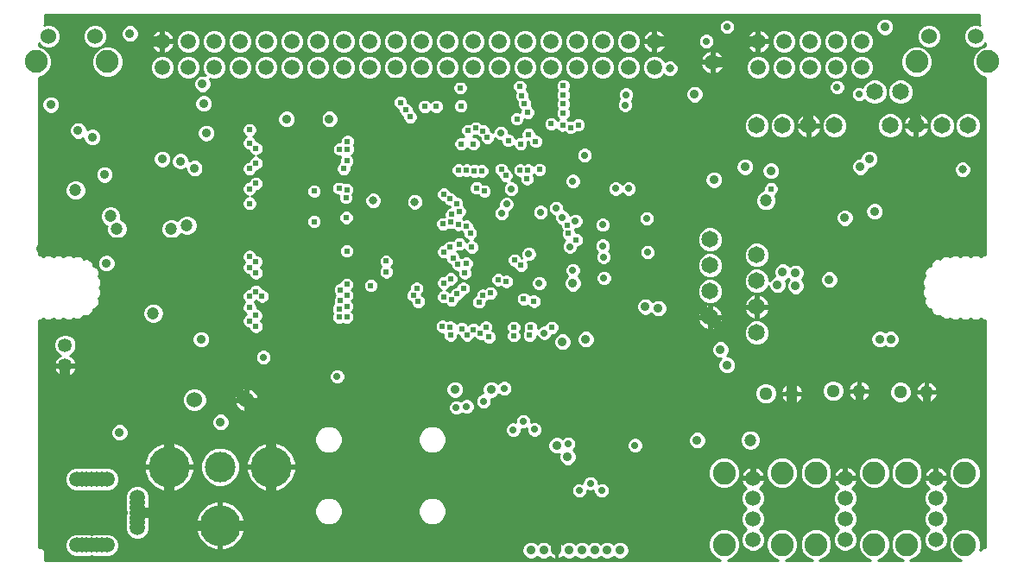
<source format=gbr>
G75*
G70*
%OFA0B0*%
%FSLAX24Y24*%
%IPPOS*%
%LPD*%
%AMOC8*
5,1,8,0,0,1.08239X$1,22.5*
%
%ADD10C,0.0591*%
%ADD11C,0.0600*%
%ADD12C,0.0531*%
%ADD13C,0.0650*%
%ADD14C,0.1581*%
%ADD15C,0.1181*%
%ADD16C,0.0885*%
%ADD17C,0.0356*%
%ADD18C,0.0510*%
%ADD19C,0.0886*%
%ADD20C,0.0277*%
%ADD21C,0.0400*%
%ADD22C,0.0472*%
%ADD23C,0.0300*%
%ADD24C,0.0317*%
%ADD25C,0.0200*%
%ADD26C,0.0100*%
%ADD27C,0.0238*%
D10*
X004552Y004943D03*
X004749Y004943D03*
X004945Y004943D03*
X005142Y004943D03*
X005339Y004943D03*
X005536Y004943D03*
X005733Y004943D03*
X006894Y005613D03*
X006894Y005810D03*
X006894Y006006D03*
X006894Y006203D03*
X006894Y006400D03*
X006894Y006597D03*
X006894Y006794D03*
X005733Y007502D03*
X005536Y007502D03*
X005339Y007502D03*
X005142Y007502D03*
X004945Y007502D03*
X004749Y007502D03*
X004552Y007502D03*
X007862Y023402D03*
X008862Y023402D03*
X009862Y023402D03*
X010862Y023402D03*
X011862Y023402D03*
X012862Y023402D03*
X013862Y023402D03*
X014862Y023402D03*
X015862Y023402D03*
X016862Y023402D03*
X017862Y023402D03*
X018862Y023402D03*
X019862Y023402D03*
X020862Y023402D03*
X021862Y023402D03*
X022862Y023402D03*
X023862Y023402D03*
X024862Y023402D03*
X025862Y023402D03*
X026862Y023402D03*
X026862Y024402D03*
X025862Y024402D03*
X024862Y024402D03*
X023862Y024402D03*
X022862Y024402D03*
X021862Y024402D03*
X020862Y024402D03*
X019862Y024402D03*
X018862Y024402D03*
X017862Y024402D03*
X016862Y024402D03*
X015862Y024402D03*
X014862Y024402D03*
X013862Y024402D03*
X012862Y024402D03*
X011862Y024402D03*
X010862Y024402D03*
X009862Y024402D03*
X008862Y024402D03*
X007862Y024402D03*
X030862Y024402D03*
X030862Y023402D03*
X031862Y023402D03*
X032862Y023402D03*
X033862Y023402D03*
X034862Y023402D03*
X034862Y024402D03*
X033862Y024402D03*
X032862Y024402D03*
X031862Y024402D03*
X030671Y007534D03*
X030671Y006747D03*
X030671Y005960D03*
X030671Y005172D03*
X034221Y005172D03*
X034221Y005960D03*
X034221Y006747D03*
X034221Y007534D03*
X037721Y007534D03*
X037721Y006747D03*
X037721Y005960D03*
X037721Y005172D03*
D11*
X029112Y023602D03*
X037472Y024592D03*
X039252Y024592D03*
X011112Y010552D03*
X009112Y010552D03*
X005252Y024592D03*
X003472Y024592D03*
D12*
X004112Y012666D03*
X004112Y011879D03*
D13*
X029012Y013752D03*
X029012Y014752D03*
X029012Y015752D03*
X029012Y016752D03*
X030812Y016152D03*
X030812Y015152D03*
X030812Y014152D03*
X030812Y013152D03*
X030812Y021152D03*
X031812Y021152D03*
X032812Y021152D03*
X033812Y021152D03*
X035362Y022452D03*
X036362Y022452D03*
X035962Y021152D03*
X036962Y021152D03*
X037962Y021152D03*
X038962Y021152D03*
D14*
X012065Y007968D03*
X010096Y005704D03*
X008128Y007968D03*
D15*
X010096Y007968D03*
D16*
X005742Y023612D03*
X002982Y023612D03*
X036982Y023612D03*
X039742Y023612D03*
D17*
X035762Y024952D03*
X035162Y019852D03*
X034812Y019552D03*
X035362Y017836D03*
X034212Y017580D03*
X032312Y015452D03*
X032312Y014952D03*
X031612Y015002D03*
X031812Y015502D03*
X033612Y015202D03*
X034662Y013302D03*
X035562Y012902D03*
X035982Y012902D03*
X036512Y011752D03*
X036912Y009652D03*
X033462Y009652D03*
X031962Y009652D03*
X030412Y010402D03*
X029662Y011902D03*
X029412Y012502D03*
X027012Y014092D03*
X026512Y014152D03*
X026472Y014752D03*
X024892Y014282D03*
X023712Y015052D03*
X021062Y016702D03*
X022382Y017252D03*
X027712Y018152D03*
X029162Y019052D03*
X030362Y019552D03*
X031362Y019402D03*
X028412Y022352D03*
X024962Y021882D03*
X017342Y022632D03*
X014312Y021402D03*
X012662Y021402D03*
X010712Y022452D03*
X009462Y022002D03*
X009412Y022752D03*
X009562Y020852D03*
X009652Y020152D03*
X008562Y019772D03*
X009112Y019502D03*
X007862Y019852D03*
X005632Y019252D03*
X003912Y018902D03*
X004612Y020952D03*
X005162Y020702D03*
X004562Y021702D03*
X003562Y021952D03*
X004562Y023002D03*
X006612Y024702D03*
X009612Y018202D03*
X010062Y015702D03*
X010062Y014002D03*
X009362Y012892D03*
X006732Y011812D03*
X003562Y009952D03*
X006212Y009302D03*
X010112Y009702D03*
X015512Y011102D03*
X019162Y010952D03*
X020552Y010952D03*
X023012Y010702D03*
X023090Y008802D03*
X023512Y008352D03*
X026612Y009802D03*
X028512Y009002D03*
X024212Y012902D03*
X023312Y012802D03*
X016662Y005302D03*
X022090Y004752D03*
X022582Y004752D03*
X023074Y004752D03*
X023566Y004752D03*
X024058Y004752D03*
X024551Y004752D03*
X025043Y004752D03*
X025535Y004752D03*
X027612Y004552D03*
X005702Y015832D03*
X003212Y016393D03*
D18*
X031162Y010802D03*
X032162Y010802D03*
X033762Y010902D03*
X034762Y010902D03*
X036362Y010852D03*
X037362Y010852D03*
D19*
X036599Y007731D03*
X035343Y007731D03*
X033099Y007731D03*
X031793Y007731D03*
X029549Y007731D03*
X029549Y004975D03*
X031793Y004975D03*
X033099Y004975D03*
X035343Y004975D03*
X036599Y004975D03*
X038843Y004975D03*
X038843Y007731D03*
D20*
X026592Y016252D03*
X024902Y016072D03*
X024872Y016502D03*
X024881Y016910D03*
X024862Y017312D03*
X023812Y017452D03*
X023312Y017602D03*
X023062Y017952D03*
X022462Y017802D03*
X021152Y018112D03*
X020962Y017752D03*
X021332Y018702D03*
X023712Y019002D03*
X024162Y020002D03*
X025372Y018712D03*
X025872Y018712D03*
X026562Y017552D03*
X024862Y015662D03*
X024912Y015252D03*
X023713Y015562D03*
X023602Y016472D03*
X022012Y016192D03*
X022412Y015052D03*
X022612Y013142D03*
X021062Y011002D03*
X020262Y010502D03*
X019612Y010302D03*
X019212Y010252D03*
X021412Y009402D03*
X021791Y009731D03*
X022224Y009414D03*
X023537Y008852D03*
X024389Y007329D03*
X023962Y007052D03*
X024822Y007052D03*
X026112Y008802D03*
X017212Y014992D03*
X014292Y016262D03*
X017562Y019552D03*
X019102Y020652D03*
X020932Y020852D03*
X021212Y022972D03*
X025762Y022342D03*
X025732Y021942D03*
X027262Y020102D03*
X028862Y024402D03*
X029662Y024952D03*
X033912Y022622D03*
X034762Y022352D03*
X015462Y021752D03*
X013612Y022372D03*
X012162Y022372D03*
X011762Y012202D03*
X014612Y011452D03*
D21*
X016662Y011102D02*
X016662Y012752D01*
X017012Y013102D01*
X017012Y014992D01*
X017012Y016002D01*
X016292Y016722D01*
X014292Y016722D01*
X014292Y016262D01*
X014292Y016722D02*
X010062Y016722D01*
X010062Y015702D01*
X010062Y014002D01*
X010062Y011402D01*
X008458Y011402D01*
X008128Y011072D01*
X006732Y011072D01*
X004112Y011072D01*
X003562Y010522D01*
X003562Y009952D01*
X004112Y011072D02*
X004112Y011879D01*
X006732Y011812D02*
X006732Y011072D01*
X008128Y011072D02*
X008128Y007968D01*
X008128Y006203D01*
X008128Y006087D01*
X008510Y005704D01*
X010096Y005704D01*
X012065Y005704D01*
X012065Y007968D01*
X012065Y009600D01*
X011112Y010552D01*
X010262Y011402D01*
X010062Y011402D01*
X016662Y011102D02*
X016662Y005302D01*
X023074Y005302D01*
X023074Y004752D01*
X023074Y005302D02*
X026212Y005302D01*
X026962Y004552D01*
X027612Y004552D01*
X032162Y010062D02*
X032162Y010802D01*
X032162Y012052D01*
X030712Y012052D01*
X029012Y013752D01*
X028012Y014752D01*
X027712Y014752D01*
X027712Y018152D01*
X023712Y018152D01*
X023412Y018452D01*
X022412Y018452D01*
X021912Y017952D01*
X021912Y017252D01*
X022382Y017252D01*
X021912Y017252D02*
X021062Y017252D01*
X020762Y017252D01*
X018912Y019102D01*
X017562Y019102D01*
X017112Y019102D01*
X021062Y017252D02*
X021062Y016702D01*
X017212Y014992D02*
X017012Y014992D01*
X010062Y016722D02*
X010062Y017752D01*
X009612Y018202D01*
X009612Y020112D01*
X009652Y020152D01*
X006962Y022902D02*
X006962Y023902D01*
X007462Y024402D01*
X007862Y024402D01*
X006962Y022902D02*
X005762Y021702D01*
X004562Y021702D01*
X004562Y023002D01*
X004562Y021702D02*
X003912Y021052D01*
X003912Y018902D01*
X003912Y016612D01*
X007612Y016612D01*
X007612Y017192D01*
X007612Y016612D02*
X009122Y016612D01*
X009232Y016722D01*
X010062Y016722D01*
X003912Y016612D02*
X003432Y016612D01*
X003212Y016393D01*
X006894Y006203D02*
X008128Y006203D01*
X012065Y005704D02*
X013374Y005704D01*
X013776Y005302D01*
X016662Y005302D01*
X026472Y014752D02*
X027712Y014752D01*
X032162Y012052D02*
X034662Y012052D01*
X034662Y012552D01*
X034662Y012052D02*
X036212Y012052D01*
X036512Y011752D01*
X029712Y018452D02*
X029412Y018152D01*
X027712Y018152D01*
X027712Y020102D01*
X027262Y020102D01*
X027712Y020102D02*
X027712Y021302D01*
X025542Y021302D01*
X024962Y021882D01*
X027712Y021302D02*
X027712Y022702D01*
X028012Y023002D01*
X028012Y024102D01*
X027712Y024402D01*
X026862Y024402D01*
X029112Y023602D02*
X029712Y023602D01*
X029712Y021952D01*
X032812Y021952D01*
X032812Y021152D01*
X032812Y021952D02*
X034312Y021952D01*
X034462Y021802D01*
X036612Y021802D01*
X036962Y021452D01*
X036962Y021152D01*
X030862Y024402D02*
X030512Y024402D01*
X029712Y023602D01*
X029712Y021952D02*
X029712Y018452D01*
D22*
X031162Y018252D03*
X030562Y009002D03*
X008812Y017292D03*
X008212Y017152D03*
X007612Y017192D03*
X006112Y017152D03*
X005862Y017652D03*
X004512Y018652D03*
X007512Y013902D03*
D23*
X014292Y016722D02*
X014292Y019102D01*
X013892Y019502D01*
X013892Y021852D01*
X015462Y021852D01*
X015462Y021752D01*
X013892Y021852D02*
X013892Y022092D01*
X013612Y022372D01*
X012162Y022372D01*
X010792Y022372D01*
X010712Y022452D01*
X014292Y019102D02*
X016012Y019102D01*
X017112Y019102D01*
X017562Y019102D02*
X017562Y019552D01*
X018312Y020302D01*
X018312Y020652D01*
X019102Y020652D01*
X016012Y019102D02*
X016012Y018702D01*
X024881Y016910D02*
X025362Y016910D01*
X025362Y015662D01*
X025362Y014752D01*
X026472Y014752D01*
X025362Y014752D02*
X024892Y014282D01*
X024862Y015662D02*
X025362Y015662D01*
X023012Y010702D02*
X023652Y010062D01*
X026612Y010062D01*
X026612Y009802D01*
X026612Y010062D02*
X030412Y010062D01*
X031062Y010062D01*
X031962Y010062D01*
X032162Y010062D01*
X033462Y010062D01*
X034221Y010062D01*
X034762Y010062D01*
X036912Y010062D01*
X036912Y009652D01*
X036912Y010062D02*
X037362Y010062D01*
X037362Y010852D01*
X034762Y010902D02*
X034762Y010062D01*
X033462Y010062D02*
X033462Y009652D01*
X031962Y009652D02*
X031962Y010062D01*
X034662Y012552D02*
X034662Y013302D01*
X016662Y011102D02*
X015512Y011102D01*
D24*
X016003Y018252D03*
X016012Y018702D03*
X017612Y018202D03*
X027462Y023352D03*
X038762Y019452D03*
D25*
X030412Y010402D02*
X030412Y010062D01*
X031062Y010062D02*
X031062Y008552D01*
X030671Y008161D01*
X030671Y007534D01*
X034221Y007534D02*
X034221Y010062D01*
X037362Y010062D02*
X037721Y009704D01*
X037721Y007534D01*
X017342Y022632D02*
X017342Y022902D01*
X021212Y022902D01*
X021212Y022972D01*
X017342Y022902D02*
X016512Y022902D01*
X015462Y021852D01*
D26*
X003332Y004744D02*
X003332Y004372D01*
X029403Y004372D01*
X029201Y004456D01*
X029029Y004628D01*
X028936Y004853D01*
X028936Y005097D01*
X029029Y005322D01*
X029201Y005495D01*
X029427Y005588D01*
X029670Y005588D01*
X029896Y005495D01*
X030068Y005322D01*
X030161Y005097D01*
X030161Y004853D01*
X030068Y004628D01*
X029896Y004456D01*
X029695Y004372D01*
X031647Y004372D01*
X031445Y004456D01*
X031273Y004628D01*
X031180Y004853D01*
X031180Y005097D01*
X031273Y005322D01*
X031445Y005495D01*
X031671Y005588D01*
X031915Y005588D01*
X032140Y005495D01*
X032312Y005322D01*
X032406Y005097D01*
X032406Y004853D01*
X032312Y004628D01*
X032140Y004456D01*
X031939Y004372D01*
X032952Y004372D01*
X032751Y004456D01*
X032579Y004628D01*
X032486Y004853D01*
X032486Y005097D01*
X032579Y005322D01*
X032751Y005495D01*
X032977Y005588D01*
X033220Y005588D01*
X033446Y005495D01*
X033618Y005322D01*
X033711Y005097D01*
X033711Y004853D01*
X033618Y004628D01*
X033446Y004456D01*
X033245Y004372D01*
X035197Y004372D01*
X034995Y004456D01*
X034823Y004628D01*
X034730Y004853D01*
X034730Y005097D01*
X034823Y005322D01*
X034995Y005495D01*
X035221Y005588D01*
X035465Y005588D01*
X035690Y005495D01*
X035862Y005322D01*
X035956Y005097D01*
X035956Y004853D01*
X035862Y004628D01*
X035690Y004456D01*
X035489Y004372D01*
X036452Y004372D01*
X036251Y004456D01*
X036079Y004628D01*
X035986Y004853D01*
X035986Y005097D01*
X036079Y005322D01*
X036251Y005495D01*
X036477Y005588D01*
X036720Y005588D01*
X036946Y005495D01*
X037118Y005322D01*
X037211Y005097D01*
X037211Y004853D01*
X037118Y004628D01*
X036946Y004456D01*
X036745Y004372D01*
X038697Y004372D01*
X038495Y004456D01*
X038323Y004628D01*
X038230Y004853D01*
X038230Y005097D01*
X038323Y005322D01*
X038495Y005495D01*
X038721Y005588D01*
X038965Y005588D01*
X039190Y005495D01*
X039362Y005322D01*
X039456Y005097D01*
X039456Y004853D01*
X039423Y004774D01*
X039521Y004872D01*
X039642Y004872D01*
X039642Y013628D01*
X039596Y013628D01*
X039490Y013672D01*
X039457Y013706D01*
X039423Y013672D01*
X039317Y013628D01*
X039203Y013628D01*
X039097Y013672D01*
X039063Y013706D01*
X039029Y013672D01*
X038924Y013628D01*
X038809Y013628D01*
X038703Y013672D01*
X038669Y013706D01*
X038636Y013672D01*
X038530Y013628D01*
X038415Y013628D01*
X038309Y013672D01*
X038273Y013708D01*
X038176Y013667D01*
X038061Y013667D01*
X037955Y013711D01*
X037875Y013792D01*
X037861Y013786D01*
X037746Y013786D01*
X037640Y013829D01*
X037559Y013910D01*
X037515Y014016D01*
X037515Y014061D01*
X037510Y014061D01*
X037404Y014105D01*
X037323Y014186D01*
X037279Y014292D01*
X037279Y014407D01*
X037308Y014477D01*
X037244Y014540D01*
X037200Y014646D01*
X037200Y014761D01*
X037244Y014867D01*
X037278Y014900D01*
X037244Y014934D01*
X037200Y015040D01*
X037200Y015155D01*
X037244Y015261D01*
X037308Y015324D01*
X037279Y015394D01*
X037279Y015509D01*
X037323Y015615D01*
X037404Y015696D01*
X037510Y015740D01*
X037515Y015740D01*
X037515Y015785D01*
X037559Y015890D01*
X037640Y015971D01*
X037746Y016015D01*
X037861Y016015D01*
X037875Y016009D01*
X037955Y016090D01*
X038061Y016133D01*
X038176Y016133D01*
X038273Y016093D01*
X038309Y016129D01*
X038415Y016173D01*
X038530Y016173D01*
X038636Y016129D01*
X038669Y016095D01*
X038703Y016129D01*
X038809Y016173D01*
X038924Y016173D01*
X039029Y016129D01*
X039063Y016095D01*
X039097Y016129D01*
X039203Y016173D01*
X039317Y016173D01*
X039423Y016129D01*
X039457Y016095D01*
X039490Y016129D01*
X039596Y016173D01*
X039642Y016173D01*
X039642Y023000D01*
X039621Y023000D01*
X039395Y023093D01*
X039223Y023265D01*
X039130Y023491D01*
X039130Y023734D01*
X039223Y023959D01*
X039395Y024132D01*
X039621Y024225D01*
X039642Y024225D01*
X039642Y024318D01*
X039519Y024194D01*
X039346Y024122D01*
X039159Y024122D01*
X038986Y024194D01*
X038854Y024326D01*
X038782Y024499D01*
X038782Y024686D01*
X038854Y024859D01*
X038986Y024991D01*
X039159Y025062D01*
X039346Y025062D01*
X039423Y025030D01*
X039392Y025061D01*
X039392Y025432D01*
X003332Y025432D01*
X003332Y025244D01*
X003332Y025061D01*
X003301Y025030D01*
X003379Y025062D01*
X003566Y025062D01*
X003739Y024991D01*
X003871Y024859D01*
X003942Y024686D01*
X003942Y024499D01*
X003871Y024326D01*
X003739Y024194D01*
X003566Y024122D01*
X003379Y024122D01*
X003206Y024194D01*
X003082Y024318D01*
X003082Y024225D01*
X003104Y024225D01*
X003329Y024132D01*
X003502Y023959D01*
X003595Y023734D01*
X003595Y023491D01*
X003502Y023265D01*
X003329Y023093D01*
X003104Y023000D01*
X003082Y023000D01*
X003082Y016173D01*
X003116Y016173D01*
X003222Y016129D01*
X003256Y016095D01*
X003290Y016129D01*
X003396Y016173D01*
X003510Y016173D01*
X003616Y016129D01*
X003650Y016095D01*
X003683Y016129D01*
X003789Y016173D01*
X003904Y016173D01*
X004010Y016129D01*
X004043Y016095D01*
X004077Y016129D01*
X004183Y016173D01*
X004298Y016173D01*
X004404Y016129D01*
X004440Y016093D01*
X004537Y016133D01*
X004652Y016133D01*
X004758Y016090D01*
X004838Y016009D01*
X004852Y016015D01*
X004967Y016015D01*
X005073Y015971D01*
X005154Y015890D01*
X005198Y015785D01*
X005198Y015740D01*
X005203Y015740D01*
X005309Y015696D01*
X005390Y015615D01*
X005434Y015509D01*
X005434Y015394D01*
X005405Y015324D01*
X005469Y015261D01*
X005513Y015155D01*
X005513Y015040D01*
X005469Y014934D01*
X005435Y014900D01*
X005469Y014867D01*
X005513Y014761D01*
X005513Y014646D01*
X005469Y014540D01*
X005405Y014477D01*
X005434Y014407D01*
X005434Y014292D01*
X005390Y014186D01*
X005309Y014105D01*
X005203Y014061D01*
X005198Y014061D01*
X005198Y014016D01*
X005154Y013910D01*
X005073Y013829D01*
X004967Y013786D01*
X004852Y013786D01*
X004838Y013792D01*
X004758Y013711D01*
X004652Y013667D01*
X004537Y013667D01*
X004440Y013708D01*
X004404Y013672D01*
X004298Y013628D01*
X004183Y013628D01*
X004077Y013672D01*
X004043Y013706D01*
X004010Y013672D01*
X003904Y013628D01*
X003789Y013628D01*
X003683Y013672D01*
X003650Y013706D01*
X003616Y013672D01*
X003510Y013628D01*
X003396Y013628D01*
X003290Y013672D01*
X003256Y013706D01*
X003222Y013672D01*
X003116Y013628D01*
X003082Y013628D01*
X003082Y004872D01*
X003203Y004872D01*
X003332Y004744D01*
X004131Y004744D01*
X004157Y004680D02*
X004086Y004851D01*
X004086Y005036D01*
X004157Y005207D01*
X004288Y005338D01*
X004459Y005409D01*
X004644Y005409D01*
X004650Y005406D01*
X004656Y005409D01*
X004841Y005409D01*
X004847Y005406D01*
X004853Y005409D01*
X005038Y005409D01*
X005044Y005406D01*
X005050Y005409D01*
X005094Y005409D01*
X005094Y005386D01*
X005142Y005365D01*
X005191Y005385D01*
X005191Y005409D01*
X005235Y005409D01*
X005241Y005406D01*
X005247Y005409D01*
X005432Y005409D01*
X005438Y005406D01*
X005443Y005409D01*
X005629Y005409D01*
X005634Y005406D01*
X005640Y005409D01*
X005825Y005409D01*
X005996Y005338D01*
X006127Y005207D01*
X006198Y005036D01*
X006198Y004851D01*
X006127Y004680D01*
X005996Y004549D01*
X005825Y004478D01*
X005640Y004478D01*
X005634Y004481D01*
X005629Y004478D01*
X005443Y004478D01*
X005438Y004481D01*
X005432Y004478D01*
X005247Y004478D01*
X005241Y004481D01*
X005235Y004478D01*
X005191Y004478D01*
X005191Y004501D01*
X005142Y004521D01*
X005094Y004501D01*
X005094Y004478D01*
X005050Y004478D01*
X005044Y004481D01*
X005038Y004478D01*
X004853Y004478D01*
X004847Y004481D01*
X004841Y004478D01*
X004656Y004478D01*
X004650Y004481D01*
X004644Y004478D01*
X004459Y004478D01*
X004288Y004549D01*
X004157Y004680D01*
X004192Y004645D02*
X003332Y004645D01*
X003332Y004547D02*
X004294Y004547D01*
X004090Y004842D02*
X003234Y004842D01*
X003082Y004941D02*
X004086Y004941D01*
X004088Y005039D02*
X003082Y005039D01*
X003082Y005138D02*
X004129Y005138D01*
X004187Y005236D02*
X003082Y005236D01*
X003082Y005335D02*
X004285Y005335D01*
X003082Y005434D02*
X006465Y005434D01*
X006500Y005349D02*
X006631Y005218D01*
X006802Y005147D01*
X006987Y005147D01*
X007158Y005218D01*
X007289Y005349D01*
X007359Y005520D01*
X007359Y005705D01*
X007357Y005711D01*
X007359Y005717D01*
X007359Y005902D01*
X007357Y005908D01*
X007359Y005914D01*
X007359Y006099D01*
X007357Y006105D01*
X007359Y006111D01*
X007359Y006155D01*
X007336Y006155D01*
X007316Y006203D01*
X007336Y006252D01*
X007359Y006252D01*
X007359Y006296D01*
X007357Y006302D01*
X007359Y006307D01*
X007359Y006493D01*
X007357Y006498D01*
X007359Y006504D01*
X007359Y006689D01*
X007357Y006695D01*
X007359Y006701D01*
X007359Y006886D01*
X007289Y007057D01*
X007158Y007188D01*
X006987Y007259D01*
X006802Y007259D01*
X006631Y007188D01*
X006500Y007057D01*
X006429Y006886D01*
X006429Y006701D01*
X006431Y006695D01*
X006429Y006689D01*
X006429Y006504D01*
X006431Y006498D01*
X006429Y006493D01*
X006429Y006307D01*
X006431Y006302D01*
X006429Y006296D01*
X006429Y006252D01*
X006452Y006252D01*
X006472Y006203D01*
X006452Y006155D01*
X006429Y006155D01*
X006429Y006111D01*
X006431Y006105D01*
X006429Y006099D01*
X006429Y005914D01*
X006431Y005908D01*
X006429Y005902D01*
X006429Y005717D01*
X006431Y005711D01*
X006429Y005705D01*
X006429Y005520D01*
X006500Y005349D01*
X006514Y005335D02*
X005999Y005335D01*
X006098Y005236D02*
X006612Y005236D01*
X006429Y005532D02*
X003082Y005532D01*
X003082Y005631D02*
X006429Y005631D01*
X006429Y005729D02*
X003082Y005729D01*
X003082Y005828D02*
X006429Y005828D01*
X006429Y005926D02*
X003082Y005926D01*
X003082Y006025D02*
X006429Y006025D01*
X006429Y006123D02*
X003082Y006123D01*
X003082Y006222D02*
X006464Y006222D01*
X006429Y006320D02*
X003082Y006320D01*
X003082Y006419D02*
X006429Y006419D01*
X006429Y006517D02*
X003082Y006517D01*
X003082Y006616D02*
X006429Y006616D01*
X006429Y006715D02*
X003082Y006715D01*
X003082Y006813D02*
X006429Y006813D01*
X006439Y006912D02*
X003082Y006912D01*
X003082Y007010D02*
X006480Y007010D01*
X006551Y007109D02*
X005997Y007109D01*
X005996Y007108D02*
X006127Y007239D01*
X006198Y007410D01*
X006198Y007595D01*
X006127Y007766D01*
X005996Y007897D01*
X007167Y007897D01*
X007167Y007918D02*
X007167Y007777D01*
X007313Y007424D01*
X007584Y007154D01*
X007937Y007008D01*
X008078Y007008D01*
X008078Y007918D01*
X008178Y007918D01*
X008178Y008018D01*
X009088Y008018D01*
X009088Y008159D01*
X008942Y008512D01*
X008672Y008782D01*
X008319Y008929D01*
X008178Y008929D01*
X008178Y008018D01*
X008078Y008018D01*
X008078Y008929D01*
X007937Y008929D01*
X007584Y008782D01*
X007313Y008512D01*
X007167Y008159D01*
X007167Y008018D01*
X008078Y008018D01*
X008078Y007918D01*
X007167Y007918D01*
X007167Y007799D02*
X006095Y007799D01*
X006155Y007700D02*
X007199Y007700D01*
X007240Y007601D02*
X006195Y007601D01*
X006198Y007503D02*
X007281Y007503D01*
X007333Y007404D02*
X006196Y007404D01*
X006155Y007306D02*
X007432Y007306D01*
X007530Y007207D02*
X007112Y007207D01*
X007237Y007109D02*
X007692Y007109D01*
X007930Y007010D02*
X007308Y007010D01*
X007349Y006912D02*
X023686Y006912D01*
X023701Y006878D02*
X023787Y006791D01*
X023901Y006744D01*
X024024Y006744D01*
X024137Y006791D01*
X024224Y006878D01*
X024271Y006991D01*
X024271Y007044D01*
X024328Y007020D01*
X024451Y007020D01*
X024513Y007047D01*
X024513Y006991D01*
X024560Y006878D01*
X024647Y006791D01*
X024761Y006744D01*
X024884Y006744D01*
X024997Y006791D01*
X025084Y006878D01*
X025131Y006991D01*
X025131Y007114D01*
X025084Y007227D01*
X024997Y007314D01*
X024884Y007361D01*
X024761Y007361D01*
X024698Y007335D01*
X024698Y007391D01*
X024651Y007504D01*
X024564Y007591D01*
X024451Y007638D01*
X024328Y007638D01*
X024214Y007591D01*
X024127Y007504D01*
X024080Y007391D01*
X024080Y007338D01*
X024024Y007361D01*
X023901Y007361D01*
X023787Y007314D01*
X023701Y007227D01*
X023654Y007114D01*
X023654Y006991D01*
X023701Y006878D01*
X023765Y006813D02*
X007359Y006813D01*
X007359Y006715D02*
X013962Y006715D01*
X013973Y006726D02*
X013820Y006573D01*
X013737Y006373D01*
X013737Y006156D01*
X013820Y005956D01*
X013973Y005803D01*
X014173Y005721D01*
X014389Y005721D01*
X014589Y005803D01*
X014742Y005956D01*
X014825Y006156D01*
X014825Y006373D01*
X014742Y006573D01*
X014589Y006726D01*
X014389Y006809D01*
X014173Y006809D01*
X013973Y006726D01*
X013863Y006616D02*
X010405Y006616D01*
X010287Y006665D02*
X010146Y006665D01*
X010146Y005755D01*
X010046Y005755D01*
X010046Y006665D01*
X009905Y006665D01*
X009552Y006519D01*
X009282Y006249D01*
X009136Y005895D01*
X009136Y005754D01*
X010046Y005754D01*
X010046Y005654D01*
X010146Y005654D01*
X010146Y004744D01*
X010287Y004744D01*
X010640Y004890D01*
X010911Y005160D01*
X011057Y005513D01*
X011057Y005654D01*
X010146Y005654D01*
X010146Y005754D01*
X011057Y005754D01*
X011057Y005895D01*
X010911Y006249D01*
X010640Y006519D01*
X010287Y006665D01*
X010146Y006616D02*
X010046Y006616D01*
X010046Y006517D02*
X010146Y006517D01*
X010146Y006419D02*
X010046Y006419D01*
X010046Y006320D02*
X010146Y006320D01*
X010146Y006222D02*
X010046Y006222D01*
X010046Y006123D02*
X010146Y006123D01*
X010146Y006025D02*
X010046Y006025D01*
X010046Y005926D02*
X010146Y005926D01*
X010146Y005828D02*
X010046Y005828D01*
X010046Y005729D02*
X007359Y005729D01*
X007359Y005631D02*
X009136Y005631D01*
X009136Y005654D02*
X009136Y005513D01*
X009282Y005160D01*
X009552Y004890D01*
X009905Y004744D01*
X010046Y004744D01*
X010046Y005654D01*
X009136Y005654D01*
X009136Y005532D02*
X007359Y005532D01*
X007324Y005434D02*
X009169Y005434D01*
X009210Y005335D02*
X007275Y005335D01*
X007176Y005236D02*
X009250Y005236D01*
X009304Y005138D02*
X006156Y005138D01*
X006197Y005039D02*
X009403Y005039D01*
X009501Y004941D02*
X006198Y004941D01*
X006195Y004842D02*
X009668Y004842D01*
X010046Y004842D02*
X010146Y004842D01*
X010146Y004941D02*
X010046Y004941D01*
X010046Y005039D02*
X010146Y005039D01*
X010146Y005138D02*
X010046Y005138D01*
X010046Y005236D02*
X010146Y005236D01*
X010146Y005335D02*
X010046Y005335D01*
X010046Y005434D02*
X010146Y005434D01*
X010146Y005532D02*
X010046Y005532D01*
X010046Y005631D02*
X010146Y005631D01*
X010146Y005729D02*
X014152Y005729D01*
X013949Y005828D02*
X011057Y005828D01*
X011044Y005926D02*
X013850Y005926D01*
X013792Y006025D02*
X011003Y006025D01*
X010962Y006123D02*
X013751Y006123D01*
X013737Y006222D02*
X010922Y006222D01*
X010839Y006320D02*
X013737Y006320D01*
X013756Y006419D02*
X010740Y006419D01*
X010642Y006517D02*
X013797Y006517D01*
X014601Y006715D02*
X017962Y006715D01*
X017973Y006726D02*
X017820Y006573D01*
X017737Y006373D01*
X017737Y006156D01*
X017820Y005956D01*
X017973Y005803D01*
X018173Y005721D01*
X018389Y005721D01*
X018589Y005803D01*
X018742Y005956D01*
X018825Y006156D01*
X018825Y006373D01*
X018742Y006573D01*
X018589Y006726D01*
X018389Y006809D01*
X018173Y006809D01*
X017973Y006726D01*
X017863Y006616D02*
X014699Y006616D01*
X014765Y006517D02*
X017797Y006517D01*
X017756Y006419D02*
X014806Y006419D01*
X014825Y006320D02*
X017737Y006320D01*
X017737Y006222D02*
X014825Y006222D01*
X014811Y006123D02*
X017751Y006123D01*
X017792Y006025D02*
X014771Y006025D01*
X014712Y005926D02*
X017850Y005926D01*
X017949Y005828D02*
X014614Y005828D01*
X014410Y005729D02*
X018152Y005729D01*
X018410Y005729D02*
X030262Y005729D01*
X030276Y005696D02*
X030406Y005566D01*
X030276Y005436D01*
X030205Y005265D01*
X030205Y005080D01*
X030276Y004909D01*
X030407Y004778D01*
X030578Y004707D01*
X030763Y004707D01*
X030934Y004778D01*
X031065Y004909D01*
X031136Y005080D01*
X031136Y005265D01*
X031065Y005436D01*
X030935Y005566D01*
X031065Y005696D01*
X031136Y005867D01*
X031136Y006052D01*
X031065Y006223D01*
X030935Y006353D01*
X031065Y006483D01*
X031136Y006654D01*
X031136Y006839D01*
X031065Y007010D01*
X033826Y007010D01*
X033755Y006839D01*
X033755Y006654D01*
X033826Y006483D01*
X033956Y006353D01*
X033826Y006223D01*
X033755Y006052D01*
X033755Y005867D01*
X033826Y005696D01*
X033956Y005566D01*
X033826Y005436D01*
X033755Y005265D01*
X033755Y005080D01*
X033826Y004909D01*
X033957Y004778D01*
X034128Y004707D01*
X034313Y004707D01*
X034484Y004778D01*
X034615Y004909D01*
X034686Y005080D01*
X034686Y005265D01*
X034615Y005436D01*
X034485Y005566D01*
X034615Y005696D01*
X034686Y005867D01*
X034686Y006052D01*
X034615Y006223D01*
X034485Y006353D01*
X034615Y006483D01*
X034686Y006654D01*
X034686Y006839D01*
X034615Y007010D01*
X037326Y007010D01*
X037255Y006839D01*
X037255Y006654D01*
X037326Y006483D01*
X037456Y006353D01*
X037326Y006223D01*
X037255Y006052D01*
X037255Y005867D01*
X037326Y005696D01*
X037456Y005566D01*
X037326Y005436D01*
X037255Y005265D01*
X037255Y005080D01*
X037326Y004909D01*
X037457Y004778D01*
X037628Y004707D01*
X037813Y004707D01*
X037984Y004778D01*
X038115Y004909D01*
X038186Y005080D01*
X038186Y005265D01*
X038115Y005436D01*
X037985Y005566D01*
X038115Y005696D01*
X038186Y005867D01*
X038186Y006052D01*
X038115Y006223D01*
X037985Y006353D01*
X038115Y006483D01*
X038186Y006654D01*
X038186Y006839D01*
X038115Y007010D01*
X039642Y007010D01*
X039642Y006912D02*
X038156Y006912D01*
X038186Y006813D02*
X039642Y006813D01*
X039642Y006715D02*
X038186Y006715D01*
X038170Y006616D02*
X039642Y006616D01*
X039642Y006517D02*
X038129Y006517D01*
X038051Y006419D02*
X039642Y006419D01*
X039642Y006320D02*
X038018Y006320D01*
X038116Y006222D02*
X039642Y006222D01*
X039642Y006123D02*
X038156Y006123D01*
X038186Y006025D02*
X039642Y006025D01*
X039642Y005926D02*
X038186Y005926D01*
X038170Y005828D02*
X039642Y005828D01*
X039642Y005729D02*
X038129Y005729D01*
X038050Y005631D02*
X039642Y005631D01*
X039642Y005532D02*
X039100Y005532D01*
X039251Y005434D02*
X039642Y005434D01*
X039642Y005335D02*
X039350Y005335D01*
X039398Y005236D02*
X039642Y005236D01*
X039642Y005138D02*
X039439Y005138D01*
X039456Y005039D02*
X039642Y005039D01*
X039642Y004941D02*
X039456Y004941D01*
X039451Y004842D02*
X039491Y004842D01*
X038514Y004448D02*
X036927Y004448D01*
X037037Y004547D02*
X038405Y004547D01*
X038316Y004645D02*
X037125Y004645D01*
X037166Y004744D02*
X037539Y004744D01*
X037392Y004842D02*
X037207Y004842D01*
X037211Y004941D02*
X037313Y004941D01*
X037272Y005039D02*
X037211Y005039D01*
X037195Y005138D02*
X037255Y005138D01*
X037255Y005236D02*
X037154Y005236D01*
X037106Y005335D02*
X037284Y005335D01*
X037325Y005434D02*
X037007Y005434D01*
X036856Y005532D02*
X037423Y005532D01*
X037392Y005631D02*
X034550Y005631D01*
X034519Y005532D02*
X035085Y005532D01*
X034934Y005434D02*
X034616Y005434D01*
X034657Y005335D02*
X034836Y005335D01*
X034787Y005236D02*
X034686Y005236D01*
X034686Y005138D02*
X034747Y005138D01*
X034730Y005039D02*
X034669Y005039D01*
X034628Y004941D02*
X034730Y004941D01*
X034734Y004842D02*
X034549Y004842D01*
X034402Y004744D02*
X034775Y004744D01*
X034816Y004645D02*
X033625Y004645D01*
X033666Y004744D02*
X034039Y004744D01*
X033892Y004842D02*
X033707Y004842D01*
X033711Y004941D02*
X033813Y004941D01*
X033772Y005039D02*
X033711Y005039D01*
X033695Y005138D02*
X033755Y005138D01*
X033755Y005236D02*
X033654Y005236D01*
X033606Y005335D02*
X033784Y005335D01*
X033825Y005434D02*
X033507Y005434D01*
X033356Y005532D02*
X033923Y005532D01*
X033892Y005631D02*
X031000Y005631D01*
X030969Y005532D02*
X031535Y005532D01*
X031384Y005434D02*
X031066Y005434D01*
X031107Y005335D02*
X031286Y005335D01*
X031237Y005236D02*
X031136Y005236D01*
X031136Y005138D02*
X031197Y005138D01*
X031180Y005039D02*
X031119Y005039D01*
X031078Y004941D02*
X031180Y004941D01*
X031184Y004842D02*
X030999Y004842D01*
X030852Y004744D02*
X031225Y004744D01*
X031266Y004645D02*
X030075Y004645D01*
X030116Y004744D02*
X030489Y004744D01*
X030342Y004842D02*
X030157Y004842D01*
X030161Y004941D02*
X030263Y004941D01*
X030222Y005039D02*
X030161Y005039D01*
X030145Y005138D02*
X030205Y005138D01*
X030205Y005236D02*
X030104Y005236D01*
X030056Y005335D02*
X030234Y005335D01*
X030275Y005434D02*
X029957Y005434D01*
X029806Y005532D02*
X030373Y005532D01*
X030342Y005631D02*
X011057Y005631D01*
X011057Y005532D02*
X029291Y005532D01*
X029140Y005434D02*
X011024Y005434D01*
X010983Y005335D02*
X029041Y005335D01*
X028993Y005236D02*
X010942Y005236D01*
X010888Y005138D02*
X028953Y005138D01*
X028936Y005039D02*
X025740Y005039D01*
X025732Y005048D02*
X025604Y005101D01*
X025466Y005101D01*
X025338Y005048D01*
X025289Y004999D01*
X025240Y005048D01*
X025112Y005101D01*
X024973Y005101D01*
X024845Y005048D01*
X024797Y004999D01*
X024748Y005048D01*
X024620Y005101D01*
X024481Y005101D01*
X024353Y005048D01*
X024304Y004999D01*
X024256Y005048D01*
X024128Y005101D01*
X023989Y005101D01*
X023861Y005048D01*
X023812Y004999D01*
X023763Y005048D01*
X023636Y005101D01*
X023497Y005101D01*
X023369Y005048D01*
X023320Y004999D01*
X023271Y005048D01*
X023143Y005101D01*
X023083Y005101D01*
X023083Y004762D01*
X023065Y004762D01*
X023065Y005101D01*
X023005Y005101D01*
X022877Y005048D01*
X022828Y004999D01*
X022779Y005048D01*
X022651Y005101D01*
X022513Y005101D01*
X022385Y005048D01*
X022336Y004999D01*
X022287Y005048D01*
X022159Y005101D01*
X022021Y005101D01*
X021893Y005048D01*
X021795Y004950D01*
X021742Y004822D01*
X021742Y004683D01*
X021795Y004555D01*
X021893Y004457D01*
X022021Y004404D01*
X022159Y004404D01*
X022287Y004457D01*
X022336Y004506D01*
X022385Y004457D01*
X022513Y004404D01*
X022651Y004404D01*
X022779Y004457D01*
X022828Y004506D01*
X022877Y004457D01*
X023005Y004404D01*
X023065Y004404D01*
X023065Y004743D01*
X023083Y004743D01*
X023083Y004404D01*
X023143Y004404D01*
X023271Y004457D01*
X023320Y004506D01*
X023369Y004457D01*
X023497Y004404D01*
X023636Y004404D01*
X023763Y004457D01*
X023812Y004506D01*
X023861Y004457D01*
X023989Y004404D01*
X024128Y004404D01*
X024256Y004457D01*
X024304Y004506D01*
X024353Y004457D01*
X024481Y004404D01*
X024620Y004404D01*
X024748Y004457D01*
X024797Y004506D01*
X024845Y004457D01*
X024973Y004404D01*
X025112Y004404D01*
X025240Y004457D01*
X025289Y004506D01*
X025338Y004457D01*
X025466Y004404D01*
X025604Y004404D01*
X025732Y004457D01*
X025830Y004555D01*
X025883Y004683D01*
X025883Y004822D01*
X025830Y004950D01*
X025732Y005048D01*
X025834Y004941D02*
X028936Y004941D01*
X028940Y004842D02*
X025874Y004842D01*
X025883Y004744D02*
X028981Y004744D01*
X029022Y004645D02*
X025867Y004645D01*
X025821Y004547D02*
X029110Y004547D01*
X029220Y004448D02*
X025710Y004448D01*
X025360Y004448D02*
X025217Y004448D01*
X024868Y004448D02*
X024725Y004448D01*
X024376Y004448D02*
X024233Y004448D01*
X023884Y004448D02*
X023741Y004448D01*
X023391Y004448D02*
X023249Y004448D01*
X023083Y004448D02*
X023065Y004448D01*
X023065Y004547D02*
X023083Y004547D01*
X023083Y004645D02*
X023065Y004645D01*
X023065Y004842D02*
X023083Y004842D01*
X023083Y004941D02*
X023065Y004941D01*
X023065Y005039D02*
X023083Y005039D01*
X023280Y005039D02*
X023361Y005039D01*
X023772Y005039D02*
X023853Y005039D01*
X024264Y005039D02*
X024345Y005039D01*
X024756Y005039D02*
X024837Y005039D01*
X025248Y005039D02*
X025329Y005039D01*
X025019Y006813D02*
X030205Y006813D01*
X030205Y006839D02*
X030205Y006654D01*
X030276Y006483D01*
X030406Y006353D01*
X030276Y006223D01*
X030205Y006052D01*
X030205Y005867D01*
X030276Y005696D01*
X030222Y005828D02*
X018614Y005828D01*
X018712Y005926D02*
X030205Y005926D01*
X030205Y006025D02*
X018771Y006025D01*
X018811Y006123D02*
X030235Y006123D01*
X030276Y006222D02*
X018825Y006222D01*
X018825Y006320D02*
X030374Y006320D01*
X030341Y006419D02*
X018806Y006419D01*
X018765Y006517D02*
X030262Y006517D01*
X030221Y006616D02*
X018699Y006616D01*
X018601Y006715D02*
X030205Y006715D01*
X030205Y006839D02*
X030276Y007010D01*
X025131Y007010D01*
X025131Y007109D02*
X030374Y007109D01*
X030406Y007141D02*
X030276Y007010D01*
X030235Y006912D02*
X025098Y006912D01*
X025092Y007207D02*
X029212Y007207D01*
X029201Y007212D02*
X029427Y007118D01*
X029670Y007118D01*
X029896Y007212D01*
X030068Y007384D01*
X030161Y007609D01*
X030161Y007853D01*
X030068Y008078D01*
X029896Y008251D01*
X029670Y008344D01*
X029427Y008344D01*
X029201Y008251D01*
X029029Y008078D01*
X028936Y007853D01*
X028936Y007609D01*
X029029Y007384D01*
X029201Y007212D01*
X029107Y007306D02*
X025005Y007306D01*
X024692Y007404D02*
X029021Y007404D01*
X028980Y007503D02*
X024651Y007503D01*
X024539Y007601D02*
X028939Y007601D01*
X028936Y007700D02*
X012993Y007700D01*
X013025Y007777D02*
X013025Y007918D01*
X012115Y007918D01*
X012115Y008018D01*
X013025Y008018D01*
X013025Y008159D01*
X012879Y008512D01*
X012609Y008782D01*
X012256Y008929D01*
X012115Y008929D01*
X012115Y008018D01*
X012015Y008018D01*
X012015Y008929D01*
X011874Y008929D01*
X011521Y008782D01*
X011250Y008512D01*
X011104Y008159D01*
X011104Y008018D01*
X012015Y008018D01*
X012015Y007918D01*
X012115Y007918D01*
X012115Y007008D01*
X012256Y007008D01*
X012609Y007154D01*
X012879Y007424D01*
X013025Y007777D01*
X013025Y007799D02*
X028936Y007799D01*
X028954Y007897D02*
X013025Y007897D01*
X013025Y008094D02*
X023278Y008094D01*
X023315Y008057D02*
X023443Y008004D01*
X023582Y008004D01*
X023710Y008057D01*
X023807Y008155D01*
X023860Y008283D01*
X023860Y008422D01*
X023807Y008550D01*
X023739Y008618D01*
X023799Y008678D01*
X023846Y008791D01*
X023846Y008914D01*
X023799Y009027D01*
X023712Y009114D01*
X023599Y009161D01*
X023476Y009161D01*
X023362Y009114D01*
X023316Y009068D01*
X023287Y009098D01*
X023159Y009151D01*
X023021Y009151D01*
X022893Y009098D01*
X022795Y009000D01*
X022742Y008872D01*
X022742Y008733D01*
X022795Y008605D01*
X022893Y008507D01*
X023021Y008454D01*
X023159Y008454D01*
X023182Y008464D01*
X023164Y008422D01*
X023164Y008283D01*
X023217Y008155D01*
X023315Y008057D01*
X023202Y008193D02*
X013011Y008193D01*
X012971Y008291D02*
X023164Y008291D01*
X023164Y008390D02*
X012930Y008390D01*
X012889Y008488D02*
X014144Y008488D01*
X014173Y008477D02*
X014389Y008477D01*
X014589Y008559D01*
X014742Y008712D01*
X014825Y008912D01*
X014825Y009129D01*
X014742Y009329D01*
X014589Y009482D01*
X014389Y009565D01*
X014173Y009565D01*
X013973Y009482D01*
X013820Y009329D01*
X013737Y009129D01*
X013737Y008912D01*
X013820Y008712D01*
X013973Y008559D01*
X014173Y008477D01*
X014418Y008488D02*
X018144Y008488D01*
X018173Y008477D02*
X018389Y008477D01*
X018589Y008559D01*
X018742Y008712D01*
X018825Y008912D01*
X018825Y009129D01*
X018742Y009329D01*
X018589Y009482D01*
X018389Y009565D01*
X018173Y009565D01*
X017973Y009482D01*
X017820Y009329D01*
X017737Y009129D01*
X017737Y008912D01*
X017820Y008712D01*
X017973Y008559D01*
X018173Y008477D01*
X018418Y008488D02*
X022939Y008488D01*
X022813Y008587D02*
X018617Y008587D01*
X018715Y008685D02*
X022762Y008685D01*
X022742Y008784D02*
X018772Y008784D01*
X018813Y008883D02*
X022746Y008883D01*
X022787Y008981D02*
X018825Y008981D01*
X018825Y009080D02*
X022875Y009080D01*
X022485Y009239D02*
X022532Y009352D01*
X022532Y009475D01*
X022485Y009589D01*
X022399Y009676D01*
X022285Y009723D01*
X022162Y009723D01*
X022099Y009696D01*
X022099Y009792D01*
X022052Y009906D01*
X021966Y009992D01*
X021852Y010039D01*
X021729Y010039D01*
X021616Y009992D01*
X021529Y009906D01*
X021482Y009792D01*
X021482Y009708D01*
X021474Y009711D01*
X021351Y009711D01*
X021237Y009664D01*
X021151Y009577D01*
X021104Y009464D01*
X021104Y009341D01*
X021151Y009228D01*
X021237Y009141D01*
X021351Y009094D01*
X021474Y009094D01*
X021587Y009141D01*
X021674Y009228D01*
X021721Y009341D01*
X021721Y009425D01*
X021729Y009422D01*
X021852Y009422D01*
X021915Y009448D01*
X021915Y009352D01*
X021962Y009239D01*
X022049Y009152D01*
X022162Y009105D01*
X022285Y009105D01*
X022399Y009152D01*
X022485Y009239D01*
X022501Y009277D02*
X028294Y009277D01*
X028315Y009298D02*
X028217Y009200D01*
X028164Y009072D01*
X028164Y008933D01*
X028217Y008805D01*
X028315Y008707D01*
X028443Y008654D01*
X028582Y008654D01*
X028710Y008707D01*
X028807Y008805D01*
X028860Y008933D01*
X028860Y009072D01*
X028807Y009200D01*
X028710Y009298D01*
X028582Y009351D01*
X028443Y009351D01*
X028315Y009298D01*
X028208Y009178D02*
X022425Y009178D01*
X022532Y009375D02*
X030401Y009375D01*
X030332Y009347D02*
X030218Y009233D01*
X030156Y009083D01*
X030156Y008922D01*
X030218Y008772D01*
X030332Y008658D01*
X030482Y008596D01*
X030643Y008596D01*
X030792Y008658D01*
X030907Y008772D01*
X030969Y008922D01*
X030969Y009083D01*
X030907Y009233D01*
X030792Y009347D01*
X030643Y009409D01*
X030482Y009409D01*
X030332Y009347D01*
X030262Y009277D02*
X028730Y009277D01*
X028816Y009178D02*
X030195Y009178D01*
X030156Y009080D02*
X028857Y009080D01*
X028860Y008981D02*
X030156Y008981D01*
X030172Y008883D02*
X028839Y008883D01*
X028786Y008784D02*
X030213Y008784D01*
X030305Y008685D02*
X028657Y008685D01*
X028368Y008685D02*
X026398Y008685D01*
X026421Y008741D02*
X026421Y008864D01*
X026374Y008977D01*
X026287Y009064D01*
X026174Y009111D01*
X026051Y009111D01*
X025937Y009064D01*
X025851Y008977D01*
X025804Y008864D01*
X025804Y008741D01*
X025851Y008628D01*
X025937Y008541D01*
X026051Y008494D01*
X026174Y008494D01*
X026287Y008541D01*
X026374Y008628D01*
X026421Y008741D01*
X026421Y008784D02*
X028239Y008784D01*
X028185Y008883D02*
X026413Y008883D01*
X026370Y008981D02*
X028164Y008981D01*
X028168Y009080D02*
X026250Y009080D01*
X025975Y009080D02*
X023747Y009080D01*
X023818Y008981D02*
X025854Y008981D01*
X025811Y008883D02*
X023846Y008883D01*
X023843Y008784D02*
X025804Y008784D01*
X025827Y008685D02*
X023802Y008685D01*
X023770Y008587D02*
X025891Y008587D01*
X026333Y008587D02*
X039642Y008587D01*
X039642Y008685D02*
X030820Y008685D01*
X030911Y008784D02*
X039642Y008784D01*
X039642Y008883D02*
X030952Y008883D01*
X030969Y008981D02*
X039642Y008981D01*
X039642Y009080D02*
X030969Y009080D01*
X030929Y009178D02*
X039642Y009178D01*
X039642Y009277D02*
X030863Y009277D01*
X030724Y009375D02*
X039642Y009375D01*
X039642Y009474D02*
X022532Y009474D01*
X022492Y009572D02*
X039642Y009572D01*
X039642Y009671D02*
X022403Y009671D01*
X022099Y009769D02*
X039642Y009769D01*
X039642Y009868D02*
X022068Y009868D01*
X021992Y009966D02*
X039642Y009966D01*
X039642Y010065D02*
X019812Y010065D01*
X019787Y010041D02*
X019874Y010128D01*
X019921Y010241D01*
X019921Y010364D01*
X019874Y010477D01*
X019787Y010564D01*
X019674Y010611D01*
X019551Y010611D01*
X019437Y010564D01*
X019387Y010514D01*
X019274Y010561D01*
X019151Y010561D01*
X019037Y010514D01*
X018951Y010427D01*
X018904Y010314D01*
X018904Y010191D01*
X018951Y010078D01*
X019037Y009991D01*
X019151Y009944D01*
X019274Y009944D01*
X019387Y009991D01*
X019437Y010041D01*
X019437Y010041D01*
X019551Y009994D01*
X019674Y009994D01*
X019787Y010041D01*
X019889Y010164D02*
X039642Y010164D01*
X039642Y010262D02*
X020459Y010262D01*
X020437Y010241D02*
X020524Y010328D01*
X020571Y010441D01*
X020571Y010564D01*
X020554Y010604D01*
X020622Y010604D01*
X020750Y010657D01*
X020847Y010755D01*
X020873Y010755D01*
X020887Y010741D02*
X021001Y010694D01*
X021124Y010694D01*
X021237Y010741D01*
X021324Y010828D01*
X021371Y010941D01*
X021371Y011064D01*
X021324Y011177D01*
X021237Y011264D01*
X021124Y011311D01*
X021001Y011311D01*
X020887Y011264D01*
X020810Y011187D01*
X020750Y011248D01*
X020622Y011301D01*
X020483Y011301D01*
X020355Y011248D01*
X020257Y011150D01*
X020204Y011022D01*
X020204Y010883D01*
X020234Y010811D01*
X020201Y010811D01*
X020087Y010764D01*
X020001Y010677D01*
X019954Y010564D01*
X019954Y010441D01*
X020001Y010328D01*
X020087Y010241D01*
X020201Y010194D01*
X020324Y010194D01*
X020437Y010241D01*
X020538Y010361D02*
X039642Y010361D01*
X039642Y010459D02*
X037524Y010459D01*
X037447Y010427D02*
X037603Y010492D01*
X037723Y010612D01*
X037787Y010768D01*
X037787Y010817D01*
X037398Y010817D01*
X037398Y010887D01*
X037787Y010887D01*
X037787Y010937D01*
X037723Y011093D01*
X037603Y011213D01*
X037447Y011277D01*
X037397Y011277D01*
X037397Y010888D01*
X037327Y010888D01*
X037327Y011277D01*
X037278Y011277D01*
X037122Y011213D01*
X037002Y011093D01*
X036937Y010937D01*
X036937Y010887D01*
X037327Y010887D01*
X037327Y010817D01*
X037397Y010817D01*
X037397Y010427D01*
X037447Y010427D01*
X037397Y010459D02*
X037327Y010459D01*
X037327Y010427D02*
X037278Y010427D01*
X037122Y010492D01*
X037002Y010612D01*
X036937Y010768D01*
X036937Y010817D01*
X037327Y010817D01*
X037327Y010427D01*
X037201Y010459D02*
X036524Y010459D01*
X036447Y010427D02*
X036603Y010492D01*
X036723Y010612D01*
X036787Y010768D01*
X036787Y010937D01*
X036723Y011093D01*
X036603Y011213D01*
X036447Y011277D01*
X036278Y011277D01*
X036122Y011213D01*
X036002Y011093D01*
X035937Y010937D01*
X035937Y010768D01*
X036002Y010612D01*
X036122Y010492D01*
X036278Y010427D01*
X036447Y010427D01*
X036201Y010459D02*
X032420Y010459D01*
X032403Y010442D02*
X032523Y010562D01*
X032587Y010718D01*
X032587Y010767D01*
X032198Y010767D01*
X032198Y010837D01*
X032587Y010837D01*
X032587Y010887D01*
X032523Y011043D01*
X032403Y011163D01*
X032247Y011227D01*
X032197Y011227D01*
X032197Y010838D01*
X032127Y010838D01*
X032127Y011227D01*
X032078Y011227D01*
X031922Y011163D01*
X031802Y011043D01*
X031737Y010887D01*
X031737Y010837D01*
X032127Y010837D01*
X032127Y010767D01*
X032197Y010767D01*
X032197Y010377D01*
X032247Y010377D01*
X032403Y010442D01*
X032519Y010558D02*
X033506Y010558D01*
X033522Y010542D02*
X033678Y010477D01*
X033847Y010477D01*
X034003Y010542D01*
X034123Y010662D01*
X034187Y010818D01*
X034187Y010987D01*
X034123Y011143D01*
X034003Y011263D01*
X033847Y011327D01*
X033678Y011327D01*
X033522Y011263D01*
X033402Y011143D01*
X033337Y010987D01*
X033337Y010818D01*
X033402Y010662D01*
X033522Y010542D01*
X033407Y010656D02*
X032562Y010656D01*
X032587Y010755D02*
X033363Y010755D01*
X033337Y010853D02*
X032587Y010853D01*
X032560Y010952D02*
X033337Y010952D01*
X033364Y011050D02*
X032515Y011050D01*
X032417Y011149D02*
X033408Y011149D01*
X033506Y011248D02*
X021254Y011248D01*
X021336Y011149D02*
X030908Y011149D01*
X030922Y011163D02*
X030802Y011043D01*
X030737Y010887D01*
X030737Y010718D01*
X030802Y010562D01*
X030922Y010442D01*
X031078Y010377D01*
X031247Y010377D01*
X031403Y010442D01*
X031523Y010562D01*
X031587Y010718D01*
X031587Y010887D01*
X031523Y011043D01*
X031403Y011163D01*
X031247Y011227D01*
X031078Y011227D01*
X030922Y011163D01*
X030809Y011050D02*
X021371Y011050D01*
X021371Y010952D02*
X030764Y010952D01*
X030737Y010853D02*
X021335Y010853D01*
X021251Y010755D02*
X030737Y010755D01*
X030763Y010656D02*
X020747Y010656D01*
X020847Y010755D02*
X020855Y010773D01*
X020887Y010741D01*
X020571Y010558D02*
X030806Y010558D01*
X030905Y010459D02*
X020571Y010459D01*
X020217Y010853D02*
X019498Y010853D01*
X019510Y010883D02*
X019510Y011022D01*
X019457Y011150D01*
X019360Y011248D01*
X019232Y011301D01*
X019093Y011301D01*
X018965Y011248D01*
X018867Y011150D01*
X018814Y011022D01*
X018814Y010883D01*
X018867Y010755D01*
X018965Y010657D01*
X019093Y010604D01*
X019232Y010604D01*
X019360Y010657D01*
X019457Y010755D01*
X020078Y010755D01*
X019992Y010656D02*
X019357Y010656D01*
X019431Y010558D02*
X019282Y010558D01*
X019387Y010514D02*
X019387Y010514D01*
X019143Y010558D02*
X011163Y010558D01*
X011163Y010602D02*
X011582Y010602D01*
X011582Y010646D01*
X011511Y010819D01*
X011379Y010951D01*
X011206Y011022D01*
X011162Y011022D01*
X011162Y010603D01*
X011062Y010603D01*
X011062Y011022D01*
X011019Y011022D01*
X010846Y010951D01*
X010714Y010819D01*
X010642Y010646D01*
X010642Y010602D01*
X011062Y010602D01*
X011062Y010502D01*
X011162Y010502D01*
X011162Y010082D01*
X011206Y010082D01*
X011379Y010154D01*
X011511Y010286D01*
X011582Y010459D01*
X011582Y010502D01*
X011163Y010502D01*
X011163Y010602D01*
X011162Y010656D02*
X011062Y010656D01*
X011062Y010558D02*
X009582Y010558D01*
X009582Y010646D02*
X009582Y010459D01*
X009511Y010286D01*
X009379Y010154D01*
X009206Y010082D01*
X009019Y010082D01*
X008846Y010154D01*
X008714Y010286D01*
X008642Y010459D01*
X008642Y010646D01*
X008714Y010819D01*
X008846Y010951D01*
X009019Y011022D01*
X009206Y011022D01*
X009379Y010951D01*
X009511Y010819D01*
X009582Y010646D01*
X009578Y010656D02*
X010647Y010656D01*
X010687Y010755D02*
X009537Y010755D01*
X009476Y010853D02*
X010749Y010853D01*
X010849Y010952D02*
X009376Y010952D01*
X008849Y010952D02*
X003082Y010952D01*
X003082Y011050D02*
X018826Y011050D01*
X018814Y010952D02*
X011376Y010952D01*
X011476Y010853D02*
X018827Y010853D01*
X018868Y010755D02*
X011537Y010755D01*
X011578Y010656D02*
X018968Y010656D01*
X018983Y010459D02*
X011582Y010459D01*
X011542Y010361D02*
X018923Y010361D01*
X018904Y010262D02*
X011487Y010262D01*
X011388Y010164D02*
X018915Y010164D01*
X018963Y010065D02*
X003082Y010065D01*
X003082Y009966D02*
X009884Y009966D01*
X009915Y009998D02*
X009817Y009900D01*
X009764Y009772D01*
X009764Y009633D01*
X009817Y009505D01*
X009915Y009407D01*
X010043Y009354D01*
X010182Y009354D01*
X010310Y009407D01*
X010407Y009505D01*
X010460Y009633D01*
X010460Y009772D01*
X010407Y009900D01*
X010310Y009998D01*
X010182Y010051D01*
X010043Y010051D01*
X009915Y009998D01*
X009804Y009868D02*
X003082Y009868D01*
X003082Y009769D02*
X009764Y009769D01*
X009764Y009671D02*
X003082Y009671D01*
X003082Y009572D02*
X005990Y009572D01*
X006015Y009598D02*
X005917Y009500D01*
X005864Y009372D01*
X005864Y009233D01*
X005917Y009105D01*
X006015Y009007D01*
X006143Y008954D01*
X006282Y008954D01*
X006410Y009007D01*
X006507Y009105D01*
X006560Y009233D01*
X006560Y009372D01*
X006507Y009500D01*
X006410Y009598D01*
X006282Y009651D01*
X006143Y009651D01*
X006015Y009598D01*
X005907Y009474D02*
X003082Y009474D01*
X003082Y009375D02*
X005866Y009375D01*
X005864Y009277D02*
X003082Y009277D01*
X003082Y009178D02*
X005887Y009178D01*
X005943Y009080D02*
X003082Y009080D01*
X003082Y008981D02*
X006079Y008981D01*
X006346Y008981D02*
X013737Y008981D01*
X013737Y009080D02*
X006482Y009080D01*
X006538Y009178D02*
X013758Y009178D01*
X013799Y009277D02*
X006560Y009277D01*
X006559Y009375D02*
X009993Y009375D01*
X009849Y009474D02*
X006518Y009474D01*
X006435Y009572D02*
X009789Y009572D01*
X010232Y009375D02*
X013867Y009375D01*
X013965Y009474D02*
X010376Y009474D01*
X010435Y009572D02*
X021149Y009572D01*
X021108Y009474D02*
X018597Y009474D01*
X018696Y009375D02*
X021104Y009375D01*
X021130Y009277D02*
X018764Y009277D01*
X018805Y009178D02*
X021200Y009178D01*
X021625Y009178D02*
X022023Y009178D01*
X021946Y009277D02*
X021694Y009277D01*
X021721Y009375D02*
X021915Y009375D01*
X021254Y009671D02*
X010460Y009671D01*
X010460Y009769D02*
X021482Y009769D01*
X021513Y009868D02*
X010421Y009868D01*
X010341Y009966D02*
X019096Y009966D01*
X019329Y009966D02*
X021590Y009966D01*
X020066Y010262D02*
X019921Y010262D01*
X019921Y010361D02*
X019987Y010361D01*
X019954Y010459D02*
X019882Y010459D01*
X019954Y010558D02*
X019794Y010558D01*
X019457Y010755D02*
X019510Y010883D01*
X019510Y010952D02*
X020204Y010952D01*
X020216Y011050D02*
X019499Y011050D01*
X019458Y011149D02*
X020257Y011149D01*
X020355Y011248D02*
X019359Y011248D01*
X018965Y011248D02*
X014844Y011248D01*
X014874Y011278D02*
X014787Y011191D01*
X014674Y011144D01*
X014551Y011144D01*
X014437Y011191D01*
X014351Y011278D01*
X014304Y011391D01*
X014304Y011514D01*
X014351Y011627D01*
X014437Y011714D01*
X014551Y011761D01*
X014674Y011761D01*
X014787Y011714D01*
X014874Y011627D01*
X014921Y011514D01*
X014921Y011391D01*
X014874Y011278D01*
X014902Y011346D02*
X039642Y011346D01*
X039642Y011248D02*
X037519Y011248D01*
X037397Y011248D02*
X037327Y011248D01*
X037327Y011149D02*
X037397Y011149D01*
X037397Y011050D02*
X037327Y011050D01*
X037327Y010952D02*
X037397Y010952D01*
X037398Y010853D02*
X039642Y010853D01*
X039642Y010755D02*
X037782Y010755D01*
X037741Y010656D02*
X039642Y010656D01*
X039642Y010558D02*
X037669Y010558D01*
X037397Y010558D02*
X037327Y010558D01*
X037327Y010656D02*
X037397Y010656D01*
X037397Y010755D02*
X037327Y010755D01*
X037327Y010853D02*
X036787Y010853D01*
X036782Y010755D02*
X036943Y010755D01*
X036984Y010656D02*
X036741Y010656D01*
X036669Y010558D02*
X037056Y010558D01*
X036944Y010952D02*
X036781Y010952D01*
X036740Y011050D02*
X036984Y011050D01*
X037058Y011149D02*
X036667Y011149D01*
X036519Y011248D02*
X037206Y011248D01*
X037667Y011149D02*
X039642Y011149D01*
X039642Y011050D02*
X037740Y011050D01*
X037781Y010952D02*
X039642Y010952D01*
X039642Y011445D02*
X014921Y011445D01*
X014909Y011543D02*
X039642Y011543D01*
X039642Y011642D02*
X029894Y011642D01*
X029860Y011607D02*
X029957Y011705D01*
X030010Y011833D01*
X030010Y011972D01*
X029957Y012100D01*
X029860Y012198D01*
X029732Y012251D01*
X029653Y012251D01*
X029707Y012305D01*
X029760Y012433D01*
X029760Y012572D01*
X029707Y012700D01*
X029610Y012798D01*
X029482Y012851D01*
X029343Y012851D01*
X029215Y012798D01*
X029117Y012700D01*
X029064Y012572D01*
X029064Y012433D01*
X029117Y012305D01*
X029215Y012207D01*
X029343Y012154D01*
X029422Y012154D01*
X029367Y012100D01*
X029314Y011972D01*
X029314Y011833D01*
X029367Y011705D01*
X029465Y011607D01*
X029593Y011554D01*
X029732Y011554D01*
X029860Y011607D01*
X029972Y011740D02*
X039642Y011740D01*
X039642Y011839D02*
X030010Y011839D01*
X030010Y011937D02*
X039642Y011937D01*
X039642Y012036D02*
X029984Y012036D01*
X029923Y012134D02*
X039642Y012134D01*
X039642Y012233D02*
X029774Y012233D01*
X029718Y012332D02*
X039642Y012332D01*
X039642Y012430D02*
X029759Y012430D01*
X029760Y012529D02*
X039642Y012529D01*
X039642Y012627D02*
X036199Y012627D01*
X036180Y012607D02*
X036277Y012705D01*
X036330Y012833D01*
X036330Y012972D01*
X036277Y013100D01*
X036180Y013198D01*
X036052Y013251D01*
X035913Y013251D01*
X035785Y013198D01*
X035772Y013185D01*
X035760Y013198D01*
X035632Y013251D01*
X035493Y013251D01*
X035365Y013198D01*
X035267Y013100D01*
X035214Y012972D01*
X035214Y012833D01*
X035267Y012705D01*
X035365Y012607D01*
X035493Y012554D01*
X035632Y012554D01*
X035760Y012607D01*
X035772Y012620D01*
X035785Y012607D01*
X035913Y012554D01*
X036052Y012554D01*
X036180Y012607D01*
X036286Y012726D02*
X039642Y012726D01*
X039642Y012824D02*
X036327Y012824D01*
X036330Y012923D02*
X039642Y012923D01*
X039642Y013021D02*
X036310Y013021D01*
X036257Y013120D02*
X039642Y013120D01*
X039642Y013218D02*
X036129Y013218D01*
X035836Y013218D02*
X035709Y013218D01*
X035416Y013218D02*
X031307Y013218D01*
X031307Y013251D02*
X031232Y013433D01*
X031093Y013572D01*
X030911Y013647D01*
X030714Y013647D01*
X030532Y013572D01*
X030393Y013433D01*
X030318Y013251D01*
X030318Y013054D01*
X030393Y012872D01*
X030532Y012733D01*
X030714Y012658D01*
X030911Y012658D01*
X031093Y012733D01*
X031232Y012872D01*
X031307Y013054D01*
X031307Y013251D01*
X031280Y013317D02*
X039642Y013317D01*
X039642Y013416D02*
X031239Y013416D01*
X031150Y013514D02*
X039642Y013514D01*
X039642Y013613D02*
X030994Y013613D01*
X030911Y013658D02*
X031093Y013733D01*
X031232Y013872D01*
X031307Y014054D01*
X031307Y014102D01*
X030863Y014102D01*
X030863Y014202D01*
X031307Y014202D01*
X031307Y014251D01*
X031232Y014433D01*
X031093Y014572D01*
X030911Y014647D01*
X030862Y014647D01*
X030862Y014203D01*
X030762Y014203D01*
X030762Y014647D01*
X030714Y014647D01*
X030532Y014572D01*
X030393Y014433D01*
X030318Y014251D01*
X030318Y014202D01*
X030762Y014202D01*
X030762Y014102D01*
X030862Y014102D01*
X030862Y013658D01*
X030911Y013658D01*
X030862Y013711D02*
X030762Y013711D01*
X030762Y013658D02*
X030762Y014102D01*
X030318Y014102D01*
X030318Y014054D01*
X030393Y013872D01*
X030532Y013733D01*
X030714Y013658D01*
X030762Y013658D01*
X030630Y013613D02*
X029490Y013613D01*
X029507Y013654D02*
X029507Y013702D01*
X029063Y013702D01*
X029063Y013802D01*
X029507Y013802D01*
X029507Y013851D01*
X029432Y014033D01*
X029293Y014172D01*
X029111Y014247D01*
X029062Y014247D01*
X029062Y013803D01*
X028962Y013803D01*
X028962Y014247D01*
X028914Y014247D01*
X028732Y014172D01*
X028593Y014033D01*
X028518Y013851D01*
X028518Y013802D01*
X028962Y013802D01*
X028962Y013702D01*
X029062Y013702D01*
X029062Y013258D01*
X029111Y013258D01*
X029293Y013333D01*
X029432Y013472D01*
X029507Y013654D01*
X029449Y013514D02*
X030474Y013514D01*
X030386Y013416D02*
X029375Y013416D01*
X029254Y013317D02*
X030345Y013317D01*
X030318Y013218D02*
X024359Y013218D01*
X024410Y013198D02*
X024282Y013251D01*
X024143Y013251D01*
X024015Y013198D01*
X023917Y013100D01*
X023864Y012972D01*
X023864Y012833D01*
X023917Y012705D01*
X024015Y012607D01*
X024143Y012554D01*
X024282Y012554D01*
X024410Y012607D01*
X024507Y012705D01*
X024560Y012833D01*
X024560Y012972D01*
X024507Y013100D01*
X024410Y013198D01*
X024487Y013120D02*
X030318Y013120D01*
X030331Y013021D02*
X024540Y013021D01*
X024560Y012923D02*
X030372Y012923D01*
X030441Y012824D02*
X029545Y012824D01*
X029681Y012726D02*
X030550Y012726D01*
X029737Y012627D02*
X035345Y012627D01*
X035259Y012726D02*
X031075Y012726D01*
X031184Y012824D02*
X035218Y012824D01*
X035214Y012923D02*
X031253Y012923D01*
X031294Y013021D02*
X035235Y013021D01*
X035288Y013120D02*
X031307Y013120D01*
X031040Y013711D02*
X037956Y013711D01*
X037688Y013810D02*
X031169Y013810D01*
X031247Y013908D02*
X037561Y013908D01*
X037519Y014007D02*
X031288Y014007D01*
X031307Y014204D02*
X037315Y014204D01*
X037279Y014302D02*
X031286Y014302D01*
X031245Y014401D02*
X037279Y014401D01*
X037285Y014499D02*
X031165Y014499D01*
X031030Y014598D02*
X037220Y014598D01*
X037200Y014697D02*
X032549Y014697D01*
X032510Y014657D02*
X032607Y014755D01*
X032660Y014883D01*
X032660Y015022D01*
X032607Y015150D01*
X032555Y015202D01*
X032607Y015255D01*
X032660Y015383D01*
X032660Y015522D01*
X032607Y015650D01*
X032510Y015748D01*
X032382Y015801D01*
X032243Y015801D01*
X032115Y015748D01*
X032087Y015720D01*
X032010Y015798D01*
X031882Y015851D01*
X031743Y015851D01*
X031615Y015798D01*
X031517Y015700D01*
X031464Y015572D01*
X031464Y015433D01*
X031505Y015335D01*
X031415Y015298D01*
X031317Y015200D01*
X031307Y015175D01*
X031307Y015251D01*
X031232Y015433D01*
X031093Y015572D01*
X030911Y015647D01*
X030714Y015647D01*
X030532Y015572D01*
X030393Y015433D01*
X030318Y015251D01*
X030318Y015054D01*
X030393Y014872D01*
X030532Y014733D01*
X030714Y014658D01*
X030911Y014658D01*
X031093Y014733D01*
X031232Y014872D01*
X031264Y014951D01*
X031264Y014933D01*
X031317Y014805D01*
X031415Y014707D01*
X031543Y014654D01*
X031682Y014654D01*
X031810Y014707D01*
X031907Y014805D01*
X031960Y014933D01*
X031960Y015072D01*
X031920Y015170D01*
X032010Y015207D01*
X032037Y015235D01*
X032070Y015202D01*
X032017Y015150D01*
X031964Y015022D01*
X031964Y014883D01*
X032017Y014755D01*
X032115Y014657D01*
X032243Y014604D01*
X032382Y014604D01*
X032510Y014657D01*
X032624Y014795D02*
X037214Y014795D01*
X037271Y014894D02*
X033777Y014894D01*
X033810Y014907D02*
X033907Y015005D01*
X033960Y015133D01*
X033960Y015272D01*
X033907Y015400D01*
X033810Y015498D01*
X033682Y015551D01*
X033543Y015551D01*
X033415Y015498D01*
X033317Y015400D01*
X033264Y015272D01*
X033264Y015133D01*
X033317Y015005D01*
X033415Y014907D01*
X033543Y014854D01*
X033682Y014854D01*
X033810Y014907D01*
X033894Y014992D02*
X037220Y014992D01*
X037200Y015091D02*
X033943Y015091D01*
X033960Y015189D02*
X037215Y015189D01*
X037271Y015288D02*
X033954Y015288D01*
X033913Y015386D02*
X037282Y015386D01*
X037279Y015485D02*
X033822Y015485D01*
X033403Y015485D02*
X032660Y015485D01*
X032660Y015386D02*
X033312Y015386D01*
X033271Y015288D02*
X032621Y015288D01*
X032568Y015189D02*
X033264Y015189D01*
X033282Y015091D02*
X032632Y015091D01*
X032660Y014992D02*
X033330Y014992D01*
X033448Y014894D02*
X032660Y014894D01*
X032076Y014697D02*
X031784Y014697D01*
X031897Y014795D02*
X032001Y014795D01*
X031964Y014894D02*
X031944Y014894D01*
X031960Y014992D02*
X031964Y014992D01*
X031953Y015091D02*
X031993Y015091D01*
X031966Y015189D02*
X032057Y015189D01*
X031484Y015386D02*
X031251Y015386D01*
X031292Y015288D02*
X031405Y015288D01*
X031313Y015189D02*
X031307Y015189D01*
X031281Y014894D02*
X031241Y014894D01*
X031155Y014795D02*
X031327Y014795D01*
X031441Y014697D02*
X031005Y014697D01*
X030862Y014598D02*
X030762Y014598D01*
X030762Y014499D02*
X030862Y014499D01*
X030862Y014401D02*
X030762Y014401D01*
X030762Y014302D02*
X030862Y014302D01*
X030862Y014204D02*
X030762Y014204D01*
X030762Y014105D02*
X029359Y014105D01*
X029443Y014007D02*
X030337Y014007D01*
X030378Y013908D02*
X029483Y013908D01*
X029507Y013810D02*
X030455Y013810D01*
X030585Y013711D02*
X029063Y013711D01*
X029062Y013613D02*
X028962Y013613D01*
X028962Y013702D02*
X028962Y013258D01*
X028914Y013258D01*
X028732Y013333D01*
X028593Y013472D01*
X028518Y013654D01*
X028518Y013702D01*
X028962Y013702D01*
X028962Y013711D02*
X015271Y013711D01*
X015271Y013695D02*
X015271Y013810D01*
X015227Y013916D01*
X015181Y013962D01*
X015227Y014009D01*
X015271Y014115D01*
X015271Y014230D01*
X015227Y014336D01*
X015181Y014382D01*
X015227Y014429D01*
X015271Y014535D01*
X015271Y014650D01*
X015227Y014756D01*
X015181Y014802D01*
X015227Y014849D01*
X015271Y014955D01*
X015271Y015070D01*
X015227Y015176D01*
X015146Y015257D01*
X015040Y015301D01*
X014925Y015301D01*
X014819Y015257D01*
X014737Y015176D01*
X014702Y015091D01*
X014685Y015091D01*
X014579Y015047D01*
X014497Y014966D01*
X014453Y014860D01*
X014453Y014745D01*
X014497Y014639D01*
X014544Y014592D01*
X014497Y014546D01*
X014453Y014440D01*
X014453Y014325D01*
X014481Y014259D01*
X014437Y014216D01*
X014393Y014110D01*
X014393Y013995D01*
X014432Y013902D01*
X014393Y013810D01*
X014393Y013695D01*
X014437Y013589D01*
X014519Y013507D01*
X014625Y013463D01*
X014740Y013463D01*
X014832Y013502D01*
X014925Y013463D01*
X015040Y013463D01*
X015146Y013507D01*
X015227Y013589D01*
X015271Y013695D01*
X015237Y013613D02*
X018484Y013613D01*
X018509Y013637D02*
X018427Y013556D01*
X018383Y013450D01*
X018383Y013335D01*
X018427Y013229D01*
X018509Y013147D01*
X018615Y013103D01*
X018703Y013103D01*
X018703Y013005D01*
X018747Y012899D01*
X018829Y012817D01*
X018935Y012773D01*
X019050Y012773D01*
X019156Y012817D01*
X019237Y012899D01*
X019281Y013005D01*
X019281Y013048D01*
X019343Y013022D01*
X019343Y013005D01*
X019387Y012899D01*
X019469Y012817D01*
X019575Y012773D01*
X019690Y012773D01*
X019796Y012817D01*
X019877Y012899D01*
X019901Y012955D01*
X019979Y012877D01*
X020085Y012833D01*
X020200Y012833D01*
X020218Y012841D01*
X020227Y012818D01*
X020309Y012737D01*
X020415Y012693D01*
X020530Y012693D01*
X020636Y012737D01*
X020717Y012818D01*
X020761Y012924D01*
X020761Y013039D01*
X020717Y013146D01*
X020636Y013227D01*
X020613Y013236D01*
X020641Y013305D01*
X020641Y013420D01*
X020597Y013526D01*
X020516Y013607D01*
X020410Y013651D01*
X020295Y013651D01*
X020189Y013607D01*
X020107Y013526D01*
X020084Y013470D01*
X020036Y013517D01*
X019930Y013561D01*
X019815Y013561D01*
X019709Y013517D01*
X019662Y013471D01*
X019586Y013547D01*
X019480Y013591D01*
X019365Y013591D01*
X019259Y013547D01*
X019223Y013512D01*
X019217Y013526D01*
X019136Y013607D01*
X019030Y013651D01*
X018915Y013651D01*
X018849Y013624D01*
X018836Y013637D01*
X018730Y013681D01*
X018615Y013681D01*
X018509Y013637D01*
X018410Y013514D02*
X015153Y013514D01*
X015271Y013810D02*
X026430Y013810D01*
X026443Y013804D02*
X026582Y013804D01*
X026710Y013857D01*
X026732Y013880D01*
X026815Y013797D01*
X026943Y013744D01*
X027082Y013744D01*
X027210Y013797D01*
X027307Y013895D01*
X027360Y014023D01*
X027360Y014162D01*
X027307Y014290D01*
X027210Y014388D01*
X027082Y014441D01*
X026943Y014441D01*
X026815Y014388D01*
X026792Y014365D01*
X026710Y014448D01*
X026582Y014501D01*
X026443Y014501D01*
X026315Y014448D01*
X026217Y014350D01*
X026164Y014222D01*
X026164Y014083D01*
X026217Y013955D01*
X026315Y013857D01*
X026443Y013804D01*
X026595Y013810D02*
X026803Y013810D01*
X027222Y013810D02*
X028518Y013810D01*
X028541Y013908D02*
X027313Y013908D01*
X027354Y014007D02*
X028582Y014007D01*
X028665Y014105D02*
X027360Y014105D01*
X027343Y014204D02*
X028809Y014204D01*
X028806Y014302D02*
X027295Y014302D01*
X027177Y014401D02*
X028664Y014401D01*
X028732Y014333D02*
X028914Y014258D01*
X029111Y014258D01*
X029293Y014333D01*
X029432Y014472D01*
X029507Y014654D01*
X029507Y014851D01*
X029432Y015033D01*
X029293Y015172D01*
X029111Y015247D01*
X028914Y015247D01*
X028732Y015172D01*
X028593Y015033D01*
X028518Y014851D01*
X028518Y014654D01*
X028593Y014472D01*
X028732Y014333D01*
X028582Y014499D02*
X026584Y014499D01*
X026441Y014499D02*
X022468Y014499D01*
X022457Y014526D02*
X022376Y014607D01*
X022270Y014651D01*
X022155Y014651D01*
X022059Y014612D01*
X022057Y014616D01*
X021976Y014697D01*
X021870Y014741D01*
X021755Y014741D01*
X021649Y014697D01*
X021567Y014616D01*
X021523Y014510D01*
X021523Y014395D01*
X021567Y014289D01*
X021649Y014207D01*
X021755Y014163D01*
X021870Y014163D01*
X021966Y014203D01*
X021967Y014199D01*
X022049Y014117D01*
X022155Y014073D01*
X022270Y014073D01*
X022376Y014117D01*
X022457Y014199D01*
X022501Y014305D01*
X022501Y014420D01*
X022457Y014526D01*
X022385Y014598D02*
X028541Y014598D01*
X028518Y014697D02*
X021977Y014697D01*
X022151Y014878D02*
X022237Y014791D01*
X022351Y014744D01*
X022474Y014744D01*
X022587Y014791D01*
X022674Y014878D01*
X022721Y014991D01*
X022721Y015114D01*
X022674Y015227D01*
X022587Y015314D01*
X022474Y015361D01*
X022351Y015361D01*
X022237Y015314D01*
X022151Y015227D01*
X022104Y015114D01*
X022104Y014991D01*
X022151Y014878D01*
X022144Y014894D02*
X021322Y014894D01*
X021306Y014877D02*
X021387Y014959D01*
X021431Y015065D01*
X021431Y015180D01*
X021387Y015286D01*
X021306Y015367D01*
X021200Y015411D01*
X021085Y015411D01*
X021040Y015393D01*
X020996Y015437D01*
X020890Y015481D01*
X020775Y015481D01*
X020669Y015437D01*
X020587Y015356D01*
X020543Y015250D01*
X020543Y015135D01*
X020587Y015029D01*
X020669Y014947D01*
X020775Y014903D01*
X020890Y014903D01*
X020934Y014922D01*
X020979Y014877D01*
X021085Y014833D01*
X021200Y014833D01*
X021306Y014877D01*
X021401Y014992D02*
X022104Y014992D01*
X022104Y015091D02*
X021431Y015091D01*
X021428Y015189D02*
X022135Y015189D01*
X022211Y015288D02*
X021386Y015288D01*
X021260Y015386D02*
X023452Y015386D01*
X023451Y015387D02*
X023503Y015335D01*
X023417Y015250D01*
X023364Y015122D01*
X023364Y014983D01*
X023417Y014855D01*
X023515Y014757D01*
X023643Y014704D01*
X023782Y014704D01*
X023910Y014757D01*
X024007Y014855D01*
X024060Y014983D01*
X024060Y015122D01*
X024007Y015250D01*
X023922Y015335D01*
X023975Y015387D01*
X024022Y015500D01*
X024022Y015623D01*
X023975Y015737D01*
X023888Y015824D01*
X023774Y015871D01*
X023651Y015871D01*
X023538Y015824D01*
X023451Y015737D01*
X023404Y015623D01*
X023404Y015500D01*
X023451Y015387D01*
X023456Y015288D02*
X022614Y015288D01*
X022690Y015189D02*
X023392Y015189D01*
X023364Y015091D02*
X022721Y015091D01*
X022721Y014992D02*
X023364Y014992D01*
X023401Y014894D02*
X022681Y014894D01*
X022592Y014795D02*
X023477Y014795D01*
X023947Y014795D02*
X028518Y014795D01*
X028535Y014894D02*
X024023Y014894D01*
X024060Y014992D02*
X024736Y014992D01*
X024737Y014991D02*
X024851Y014944D01*
X024974Y014944D01*
X025087Y014991D01*
X025174Y015078D01*
X025221Y015191D01*
X025221Y015314D01*
X025174Y015427D01*
X025087Y015514D01*
X024974Y015561D01*
X024851Y015561D01*
X024737Y015514D01*
X024651Y015427D01*
X024604Y015314D01*
X024604Y015191D01*
X024651Y015078D01*
X024737Y014991D01*
X024645Y015091D02*
X024060Y015091D01*
X024032Y015189D02*
X024604Y015189D01*
X024604Y015288D02*
X023969Y015288D01*
X023974Y015386D02*
X024634Y015386D01*
X024708Y015485D02*
X024015Y015485D01*
X024022Y015583D02*
X028547Y015583D01*
X028518Y015654D02*
X028593Y015472D01*
X028732Y015333D01*
X028914Y015258D01*
X029111Y015258D01*
X029293Y015333D01*
X029432Y015472D01*
X029507Y015654D01*
X029507Y015851D01*
X029432Y016033D01*
X029293Y016172D01*
X029111Y016247D01*
X028914Y016247D01*
X028732Y016172D01*
X028593Y016033D01*
X028518Y015851D01*
X028518Y015654D01*
X028518Y015682D02*
X023997Y015682D01*
X023931Y015781D02*
X024800Y015781D01*
X024841Y015764D02*
X024964Y015764D01*
X025077Y015811D01*
X025164Y015898D01*
X025211Y016011D01*
X025211Y016134D01*
X025164Y016247D01*
X025109Y016302D01*
X025134Y016328D01*
X025181Y016441D01*
X025181Y016564D01*
X025134Y016677D01*
X025047Y016764D01*
X024934Y016811D01*
X024811Y016811D01*
X024697Y016764D01*
X024611Y016677D01*
X024564Y016564D01*
X024564Y016441D01*
X024611Y016328D01*
X024666Y016272D01*
X024641Y016247D01*
X024594Y016134D01*
X024594Y016011D01*
X024641Y015898D01*
X024727Y015811D01*
X024841Y015764D01*
X025004Y015781D02*
X028518Y015781D01*
X028529Y015879D02*
X025146Y015879D01*
X025197Y015978D02*
X026449Y015978D01*
X026417Y015991D02*
X026531Y015944D01*
X026654Y015944D01*
X026767Y015991D01*
X026854Y016078D01*
X026901Y016191D01*
X026901Y016314D01*
X026854Y016427D01*
X026767Y016514D01*
X026654Y016561D01*
X026531Y016561D01*
X026417Y016514D01*
X026331Y016427D01*
X026284Y016314D01*
X026284Y016191D01*
X026331Y016078D01*
X026417Y015991D01*
X026332Y016076D02*
X025211Y016076D01*
X025194Y016175D02*
X026290Y016175D01*
X026284Y016273D02*
X025138Y016273D01*
X025152Y016372D02*
X026308Y016372D01*
X026374Y016470D02*
X025181Y016470D01*
X025179Y016569D02*
X028553Y016569D01*
X028518Y016654D02*
X028593Y016472D01*
X028732Y016333D01*
X028914Y016258D01*
X029111Y016258D01*
X029293Y016333D01*
X029432Y016472D01*
X029507Y016654D01*
X029507Y016851D01*
X029432Y017033D01*
X029293Y017172D01*
X029111Y017247D01*
X028914Y017247D01*
X028732Y017172D01*
X028593Y017033D01*
X028518Y016851D01*
X028518Y016654D01*
X028518Y016667D02*
X025138Y016667D01*
X025043Y016766D02*
X028518Y016766D01*
X028523Y016865D02*
X024100Y016865D01*
X024087Y016896D02*
X024006Y016977D01*
X023900Y017021D01*
X023828Y017021D01*
X023828Y017037D01*
X023784Y017143D01*
X023874Y017143D01*
X023987Y017190D01*
X024074Y017277D01*
X024121Y017390D01*
X024121Y017513D01*
X024074Y017627D01*
X023987Y017713D01*
X023874Y017760D01*
X023751Y017760D01*
X023637Y017713D01*
X023611Y017687D01*
X023574Y017777D01*
X023487Y017864D01*
X023374Y017911D01*
X023371Y017911D01*
X023371Y018014D01*
X023324Y018127D01*
X023237Y018214D01*
X023124Y018261D01*
X023001Y018261D01*
X022887Y018214D01*
X022801Y018127D01*
X022754Y018014D01*
X022754Y017906D01*
X022724Y017977D01*
X022637Y018064D01*
X022524Y018111D01*
X022401Y018111D01*
X022287Y018064D01*
X022201Y017977D01*
X022154Y017864D01*
X022154Y017741D01*
X022201Y017628D01*
X022287Y017541D01*
X022401Y017494D01*
X022524Y017494D01*
X022637Y017541D01*
X022724Y017628D01*
X022771Y017741D01*
X022771Y017849D01*
X022801Y017778D01*
X022887Y017691D01*
X023001Y017644D01*
X023004Y017644D01*
X023004Y017541D01*
X023051Y017428D01*
X023137Y017341D01*
X023223Y017305D01*
X023223Y017245D01*
X023267Y017139D01*
X023285Y017121D01*
X023250Y017037D01*
X023250Y016922D01*
X023294Y016815D01*
X023375Y016734D01*
X023412Y016719D01*
X023341Y016647D01*
X023294Y016534D01*
X023294Y016411D01*
X023341Y016298D01*
X023427Y016211D01*
X023541Y016164D01*
X023664Y016164D01*
X023777Y016211D01*
X023864Y016298D01*
X023911Y016411D01*
X023911Y016448D01*
X024006Y016487D01*
X024087Y016569D01*
X024566Y016569D01*
X024564Y016470D02*
X023965Y016470D01*
X023895Y016372D02*
X024592Y016372D01*
X024665Y016273D02*
X023840Y016273D01*
X023690Y016175D02*
X024611Y016175D01*
X024594Y016076D02*
X022298Y016076D01*
X022321Y016131D02*
X022321Y016254D01*
X022274Y016367D01*
X022187Y016454D01*
X022074Y016501D01*
X021951Y016501D01*
X021837Y016454D01*
X021751Y016367D01*
X021704Y016254D01*
X021704Y016131D01*
X021741Y016041D01*
X021738Y016041D01*
X021707Y016116D01*
X021626Y016197D01*
X021520Y016241D01*
X021405Y016241D01*
X021299Y016197D01*
X021217Y016116D01*
X021173Y016010D01*
X021173Y015895D01*
X021217Y015789D01*
X021299Y015707D01*
X021405Y015663D01*
X021436Y015663D01*
X021467Y015589D01*
X021549Y015507D01*
X021655Y015463D01*
X021770Y015463D01*
X021876Y015507D01*
X021957Y015589D01*
X022001Y015695D01*
X022001Y015810D01*
X021971Y015884D01*
X022074Y015884D01*
X022187Y015931D01*
X022274Y016018D01*
X022321Y016131D01*
X022321Y016175D02*
X023514Y016175D01*
X023365Y016273D02*
X022313Y016273D01*
X022270Y016372D02*
X023310Y016372D01*
X023294Y016470D02*
X022148Y016470D01*
X021877Y016470D02*
X020101Y016470D01*
X020101Y016510D02*
X020057Y016616D01*
X019976Y016697D01*
X019886Y016735D01*
X019916Y016747D01*
X019997Y016829D01*
X020041Y016935D01*
X020041Y017050D01*
X019997Y017156D01*
X019916Y017237D01*
X019891Y017248D01*
X019891Y017320D01*
X019847Y017426D01*
X019766Y017507D01*
X019660Y017551D01*
X019545Y017551D01*
X019500Y017533D01*
X019466Y017567D01*
X019457Y017571D01*
X019496Y017587D01*
X019577Y017669D01*
X019621Y017775D01*
X019621Y017890D01*
X019577Y017996D01*
X019505Y018069D01*
X019511Y018085D01*
X019511Y018200D01*
X019467Y018306D01*
X019386Y018387D01*
X019280Y018431D01*
X019236Y018431D01*
X019217Y018476D01*
X019136Y018557D01*
X019030Y018601D01*
X019000Y018601D01*
X018977Y018656D01*
X018896Y018737D01*
X018790Y018781D01*
X018675Y018781D01*
X018569Y018737D01*
X018487Y018656D01*
X018443Y018550D01*
X018443Y018435D01*
X018487Y018329D01*
X018569Y018247D01*
X018675Y018203D01*
X018705Y018203D01*
X018727Y018149D01*
X018809Y018067D01*
X018915Y018023D01*
X018959Y018023D01*
X018969Y017999D01*
X018869Y017957D01*
X018787Y017876D01*
X018743Y017770D01*
X018743Y017655D01*
X018749Y017641D01*
X018645Y017641D01*
X018539Y017597D01*
X018457Y017516D01*
X018413Y017410D01*
X018413Y017295D01*
X018457Y017189D01*
X018539Y017107D01*
X018645Y017063D01*
X018760Y017063D01*
X018866Y017107D01*
X018900Y017142D01*
X018945Y017123D01*
X019060Y017123D01*
X019083Y017133D01*
X019139Y017077D01*
X019245Y017033D01*
X019360Y017033D01*
X019404Y017052D01*
X019439Y017017D01*
X019463Y017007D01*
X019463Y016935D01*
X019507Y016829D01*
X019589Y016747D01*
X019679Y016710D01*
X019649Y016697D01*
X019610Y016658D01*
X019577Y016736D01*
X019496Y016817D01*
X019390Y016861D01*
X019275Y016861D01*
X019169Y016817D01*
X019087Y016736D01*
X019081Y016720D01*
X019030Y016741D01*
X018915Y016741D01*
X018809Y016697D01*
X018727Y016616D01*
X018705Y016561D01*
X018675Y016561D01*
X018569Y016517D01*
X018487Y016436D01*
X018443Y016330D01*
X018443Y016215D01*
X018487Y016109D01*
X018569Y016027D01*
X018675Y015983D01*
X018790Y015983D01*
X018803Y015989D01*
X018803Y015975D01*
X018847Y015869D01*
X018929Y015787D01*
X018983Y015765D01*
X018983Y015735D01*
X019027Y015629D01*
X019109Y015547D01*
X019215Y015503D01*
X019253Y015503D01*
X019253Y015405D01*
X019297Y015299D01*
X019379Y015217D01*
X019485Y015173D01*
X019600Y015173D01*
X019706Y015217D01*
X019787Y015299D01*
X019831Y015405D01*
X019831Y015520D01*
X019795Y015607D01*
X019847Y015659D01*
X019891Y015765D01*
X019891Y015880D01*
X019847Y015986D01*
X019766Y016067D01*
X019660Y016111D01*
X019545Y016111D01*
X019439Y016067D01*
X019417Y016045D01*
X019381Y016060D01*
X019381Y016090D01*
X019337Y016196D01*
X019256Y016277D01*
X019219Y016293D01*
X019224Y016305D01*
X019275Y016283D01*
X019390Y016283D01*
X019496Y016327D01*
X019535Y016366D01*
X019567Y016289D01*
X019649Y016207D01*
X019755Y016163D01*
X019870Y016163D01*
X019976Y016207D01*
X020057Y016289D01*
X020101Y016395D01*
X020101Y016510D01*
X020077Y016569D02*
X023308Y016569D01*
X023361Y016667D02*
X020006Y016667D01*
X019935Y016766D02*
X023344Y016766D01*
X023274Y016865D02*
X020012Y016865D01*
X020041Y016963D02*
X023250Y016963D01*
X023260Y017062D02*
X020037Y017062D01*
X019993Y017160D02*
X023258Y017160D01*
X023223Y017259D02*
X019891Y017259D01*
X019876Y017357D02*
X023121Y017357D01*
X023039Y017456D02*
X021053Y017456D01*
X021024Y017444D02*
X021137Y017491D01*
X021224Y017578D01*
X021271Y017691D01*
X021271Y017814D01*
X021266Y017825D01*
X021327Y017851D01*
X021414Y017938D01*
X021461Y018051D01*
X021461Y018174D01*
X021414Y018287D01*
X021327Y018374D01*
X021280Y018394D01*
X021394Y018394D01*
X021507Y018441D01*
X021594Y018528D01*
X021641Y018641D01*
X021641Y018764D01*
X021594Y018877D01*
X021507Y018964D01*
X021394Y019011D01*
X021340Y019011D01*
X021377Y019049D01*
X021421Y019155D01*
X021421Y019270D01*
X021377Y019376D01*
X021296Y019457D01*
X021241Y019480D01*
X021241Y019510D01*
X021197Y019616D01*
X021116Y019697D01*
X021010Y019741D01*
X020895Y019741D01*
X020789Y019697D01*
X020707Y019616D01*
X020663Y019510D01*
X020663Y019395D01*
X020707Y019289D01*
X020789Y019207D01*
X020843Y019185D01*
X020843Y019155D01*
X020887Y019049D01*
X020969Y018967D01*
X021075Y018923D01*
X021117Y018923D01*
X021071Y018877D01*
X021024Y018764D01*
X021024Y018641D01*
X021071Y018528D01*
X021157Y018441D01*
X020530Y018441D01*
X020537Y018449D02*
X020581Y018555D01*
X020581Y018670D01*
X020537Y018776D01*
X020456Y018857D01*
X020350Y018901D01*
X020235Y018901D01*
X020233Y018901D01*
X020156Y018977D01*
X020050Y019021D01*
X019935Y019021D01*
X019829Y018977D01*
X019747Y018896D01*
X019703Y018790D01*
X019703Y018675D01*
X019747Y018569D01*
X019829Y018487D01*
X019935Y018443D01*
X020050Y018443D01*
X020052Y018444D01*
X020129Y018367D01*
X020235Y018323D01*
X020350Y018323D01*
X020456Y018367D01*
X020537Y018449D01*
X020575Y018540D02*
X021066Y018540D01*
X021025Y018638D02*
X020581Y018638D01*
X020554Y018737D02*
X021024Y018737D01*
X021053Y018835D02*
X020478Y018835D01*
X020200Y018934D02*
X021049Y018934D01*
X020904Y019032D02*
X011735Y019032D01*
X011717Y019076D02*
X011636Y019157D01*
X011530Y019201D01*
X011415Y019201D01*
X011309Y019157D01*
X011227Y019076D01*
X011192Y018991D01*
X011175Y018991D01*
X011069Y018947D01*
X010987Y018866D01*
X010943Y018760D01*
X010943Y018645D01*
X010987Y018539D01*
X011069Y018457D01*
X011165Y018417D01*
X011069Y018377D01*
X010987Y018296D01*
X010943Y018190D01*
X010943Y018075D01*
X010987Y017969D01*
X011069Y017887D01*
X011175Y017843D01*
X011290Y017843D01*
X011396Y017887D01*
X011477Y017969D01*
X011521Y018075D01*
X011521Y018190D01*
X011477Y018296D01*
X011396Y018377D01*
X011300Y018417D01*
X011396Y018457D01*
X011477Y018539D01*
X011512Y018623D01*
X011530Y018623D01*
X011636Y018667D01*
X011717Y018749D01*
X011761Y018855D01*
X011761Y018970D01*
X011717Y019076D01*
X011662Y019131D02*
X019778Y019131D01*
X019739Y019147D02*
X019845Y019103D01*
X019960Y019103D01*
X020052Y019142D01*
X020145Y019103D01*
X020260Y019103D01*
X020366Y019147D01*
X020447Y019229D01*
X020491Y019335D01*
X020491Y019450D01*
X020447Y019556D01*
X020366Y019637D01*
X020260Y019681D01*
X020145Y019681D01*
X020052Y019643D01*
X019960Y019681D01*
X019845Y019681D01*
X019779Y019654D01*
X019766Y019667D01*
X019660Y019711D01*
X019545Y019711D01*
X019452Y019673D01*
X019360Y019711D01*
X019245Y019711D01*
X019139Y019667D01*
X019057Y019586D01*
X019013Y019480D01*
X019013Y019365D01*
X019057Y019259D01*
X019139Y019177D01*
X019245Y019133D01*
X019360Y019133D01*
X019452Y019172D01*
X019545Y019133D01*
X019660Y019133D01*
X019725Y019161D01*
X019739Y019147D01*
X019785Y018934D02*
X015106Y018934D01*
X015146Y018917D02*
X015040Y018961D01*
X014925Y018961D01*
X014880Y018943D01*
X014846Y018977D01*
X014740Y019021D01*
X014625Y019021D01*
X014519Y018977D01*
X014437Y018896D01*
X014393Y018790D01*
X014393Y018675D01*
X014437Y018569D01*
X014519Y018487D01*
X014625Y018443D01*
X014669Y018443D01*
X014663Y018430D01*
X014663Y018315D01*
X014707Y018209D01*
X014789Y018127D01*
X014895Y018083D01*
X015010Y018083D01*
X015116Y018127D01*
X015197Y018209D01*
X015241Y018315D01*
X015241Y018430D01*
X015214Y018496D01*
X015227Y018509D01*
X015271Y018615D01*
X015271Y018730D01*
X015227Y018836D01*
X015146Y018917D01*
X015228Y018835D02*
X019722Y018835D01*
X019703Y018737D02*
X018897Y018737D01*
X018985Y018638D02*
X019718Y018638D01*
X019776Y018540D02*
X019154Y018540D01*
X019232Y018441D02*
X020055Y018441D01*
X020188Y018343D02*
X019431Y018343D01*
X019493Y018244D02*
X020873Y018244D01*
X020891Y018287D02*
X020844Y018174D01*
X020844Y018051D01*
X020848Y018039D01*
X020787Y018014D01*
X020701Y017927D01*
X020654Y017814D01*
X020654Y017691D01*
X020701Y017578D01*
X020787Y017491D01*
X020901Y017444D01*
X021024Y017444D01*
X020872Y017456D02*
X019818Y017456D01*
X019562Y017653D02*
X020669Y017653D01*
X020654Y017751D02*
X019612Y017751D01*
X019621Y017850D02*
X020669Y017850D01*
X020722Y017949D02*
X019597Y017949D01*
X019526Y018047D02*
X020845Y018047D01*
X020844Y018146D02*
X019511Y018146D01*
X018858Y018047D02*
X017903Y018047D01*
X017891Y018016D02*
X017941Y018137D01*
X017941Y018268D01*
X017891Y018388D01*
X017798Y018481D01*
X017678Y018531D01*
X017547Y018531D01*
X017426Y018481D01*
X017334Y018388D01*
X017284Y018268D01*
X017284Y018137D01*
X017334Y018016D01*
X017426Y017924D01*
X017547Y017874D01*
X017678Y017874D01*
X017798Y017924D01*
X017891Y018016D01*
X017823Y017949D02*
X018860Y017949D01*
X018776Y017850D02*
X015096Y017850D01*
X015126Y017837D02*
X015020Y017881D01*
X014905Y017881D01*
X014799Y017837D01*
X014717Y017756D01*
X014673Y017650D01*
X014673Y017535D01*
X014717Y017429D01*
X014799Y017347D01*
X014905Y017303D01*
X015020Y017303D01*
X015126Y017347D01*
X015207Y017429D01*
X015251Y017535D01*
X015251Y017650D01*
X015207Y017756D01*
X015126Y017837D01*
X015209Y017751D02*
X018743Y017751D01*
X018744Y017653D02*
X015250Y017653D01*
X015251Y017554D02*
X018496Y017554D01*
X018432Y017456D02*
X015219Y017456D01*
X015136Y017357D02*
X018413Y017357D01*
X018428Y017259D02*
X013947Y017259D01*
X013967Y017279D02*
X014011Y017385D01*
X014011Y017500D01*
X013967Y017606D01*
X013886Y017687D01*
X013780Y017731D01*
X013665Y017731D01*
X013559Y017687D01*
X013477Y017606D01*
X013433Y017500D01*
X013433Y017385D01*
X013477Y017279D01*
X013559Y017197D01*
X013665Y017153D01*
X013780Y017153D01*
X013886Y017197D01*
X013967Y017279D01*
X014000Y017357D02*
X014789Y017357D01*
X014706Y017456D02*
X014011Y017456D01*
X013989Y017554D02*
X014673Y017554D01*
X014675Y017653D02*
X013921Y017653D01*
X013524Y017653D02*
X009004Y017653D01*
X009042Y017637D02*
X008893Y017699D01*
X008732Y017699D01*
X008582Y017637D01*
X008468Y017523D01*
X008453Y017486D01*
X008442Y017497D01*
X008293Y017559D01*
X008132Y017559D01*
X007982Y017497D01*
X007868Y017383D01*
X007806Y017233D01*
X007806Y017072D01*
X007868Y016922D01*
X007982Y016808D01*
X008132Y016746D01*
X008293Y016746D01*
X008442Y016808D01*
X008557Y016922D01*
X008572Y016959D01*
X008582Y016948D01*
X008732Y016886D01*
X008893Y016886D01*
X009042Y016948D01*
X009157Y017062D01*
X009219Y017212D01*
X009219Y017373D01*
X009157Y017523D01*
X009042Y017637D01*
X009125Y017554D02*
X013456Y017554D01*
X013433Y017456D02*
X009184Y017456D01*
X009219Y017357D02*
X013445Y017357D01*
X013497Y017259D02*
X009219Y017259D01*
X009197Y017160D02*
X013648Y017160D01*
X013796Y017160D02*
X018486Y017160D01*
X018779Y016667D02*
X003082Y016667D01*
X003082Y016569D02*
X014870Y016569D01*
X014819Y016547D02*
X014925Y016591D01*
X015040Y016591D01*
X015146Y016547D01*
X015227Y016466D01*
X015271Y016360D01*
X015271Y016245D01*
X015227Y016139D01*
X015146Y016057D01*
X015040Y016013D01*
X014925Y016013D01*
X014819Y016057D01*
X014737Y016139D01*
X014693Y016245D01*
X014693Y016360D01*
X014737Y016466D01*
X014819Y016547D01*
X014742Y016470D02*
X003082Y016470D01*
X003082Y016372D02*
X011152Y016372D01*
X011175Y016381D02*
X011069Y016337D01*
X010987Y016256D01*
X010943Y016150D01*
X010943Y016035D01*
X010987Y015929D01*
X011034Y015882D01*
X010987Y015836D01*
X010943Y015730D01*
X010943Y015615D01*
X010987Y015509D01*
X011069Y015427D01*
X011175Y015383D01*
X011192Y015383D01*
X011227Y015299D01*
X011309Y015217D01*
X011415Y015173D01*
X011530Y015173D01*
X011636Y015217D01*
X011717Y015299D01*
X011761Y015405D01*
X011761Y015520D01*
X011717Y015626D01*
X011671Y015672D01*
X011717Y015719D01*
X011761Y015825D01*
X011761Y015940D01*
X011717Y016046D01*
X011636Y016127D01*
X011530Y016171D01*
X011512Y016171D01*
X011477Y016256D01*
X011396Y016337D01*
X011290Y016381D01*
X011175Y016381D01*
X011313Y016372D02*
X014698Y016372D01*
X014693Y016273D02*
X011460Y016273D01*
X011511Y016175D02*
X014722Y016175D01*
X014800Y016076D02*
X011687Y016076D01*
X011746Y015978D02*
X016227Y015978D01*
X016223Y015970D02*
X016223Y015855D01*
X016267Y015749D01*
X016314Y015702D01*
X016267Y015656D01*
X016223Y015550D01*
X016223Y015435D01*
X016267Y015329D01*
X016349Y015247D01*
X016455Y015203D01*
X016570Y015203D01*
X016676Y015247D01*
X016757Y015329D01*
X016801Y015435D01*
X016801Y015550D01*
X016757Y015656D01*
X016711Y015702D01*
X016757Y015749D01*
X016801Y015855D01*
X016801Y015970D01*
X016757Y016076D01*
X018520Y016076D01*
X018460Y016175D02*
X016634Y016175D01*
X016676Y016157D02*
X016570Y016201D01*
X016455Y016201D01*
X016349Y016157D01*
X016267Y016076D01*
X016223Y015970D01*
X016223Y015879D02*
X011761Y015879D01*
X011743Y015781D02*
X016254Y015781D01*
X016293Y015682D02*
X011681Y015682D01*
X011735Y015583D02*
X016237Y015583D01*
X016223Y015485D02*
X011761Y015485D01*
X011754Y015386D02*
X016243Y015386D01*
X016308Y015288D02*
X015073Y015288D01*
X015214Y015189D02*
X015720Y015189D01*
X015749Y015217D02*
X015667Y015136D01*
X015623Y015030D01*
X015623Y014915D01*
X015667Y014809D01*
X015749Y014727D01*
X015855Y014683D01*
X015970Y014683D01*
X016076Y014727D01*
X016157Y014809D01*
X016201Y014915D01*
X016201Y015030D01*
X016157Y015136D01*
X016076Y015217D01*
X015970Y015261D01*
X015855Y015261D01*
X015749Y015217D01*
X015649Y015091D02*
X015263Y015091D01*
X015271Y014992D02*
X015623Y014992D01*
X015632Y014894D02*
X015246Y014894D01*
X015188Y014795D02*
X015681Y014795D01*
X015823Y014697D02*
X015252Y014697D01*
X015271Y014598D02*
X017263Y014598D01*
X017263Y014650D02*
X017263Y014535D01*
X017307Y014429D01*
X017389Y014347D01*
X017453Y014321D01*
X017453Y014295D01*
X017497Y014189D01*
X017579Y014107D01*
X017685Y014063D01*
X017800Y014063D01*
X017906Y014107D01*
X017987Y014189D01*
X018031Y014295D01*
X018031Y014410D01*
X017987Y014516D01*
X017906Y014597D01*
X017849Y014621D01*
X017927Y014699D01*
X017971Y014805D01*
X017971Y014920D01*
X017927Y015026D01*
X017846Y015107D01*
X017740Y015151D01*
X017625Y015151D01*
X017519Y015107D01*
X017437Y015026D01*
X017393Y014920D01*
X017393Y014839D01*
X017389Y014837D01*
X017307Y014756D01*
X017263Y014650D01*
X017283Y014697D02*
X016002Y014697D01*
X016144Y014795D02*
X017346Y014795D01*
X017393Y014894D02*
X016193Y014894D01*
X016201Y014992D02*
X017423Y014992D01*
X017502Y015091D02*
X016176Y015091D01*
X016104Y015189D02*
X018468Y015189D01*
X018487Y015236D02*
X018443Y015130D01*
X018443Y015015D01*
X018487Y014909D01*
X018569Y014827D01*
X018629Y014802D01*
X018569Y014777D01*
X018487Y014696D01*
X018443Y014590D01*
X018443Y014475D01*
X018487Y014369D01*
X018569Y014287D01*
X018675Y014243D01*
X018790Y014243D01*
X018792Y014244D01*
X018869Y014167D01*
X018975Y014123D01*
X019090Y014123D01*
X019196Y014167D01*
X019277Y014249D01*
X019321Y014355D01*
X019321Y014372D01*
X019406Y014407D01*
X019487Y014489D01*
X019522Y014573D01*
X019540Y014573D01*
X019646Y014617D01*
X019727Y014699D01*
X019771Y014805D01*
X019771Y014920D01*
X019727Y015026D01*
X019646Y015107D01*
X019540Y015151D01*
X019425Y015151D01*
X019319Y015107D01*
X019237Y015026D01*
X019202Y014941D01*
X019185Y014941D01*
X019079Y014897D01*
X018997Y014816D01*
X018956Y014717D01*
X018896Y014777D01*
X018836Y014802D01*
X018896Y014827D01*
X018977Y014909D01*
X018988Y014933D01*
X019060Y014933D01*
X019166Y014977D01*
X019247Y015059D01*
X019291Y015165D01*
X019291Y015280D01*
X019247Y015386D01*
X019166Y015467D01*
X019060Y015511D01*
X018945Y015511D01*
X018839Y015467D01*
X018757Y015386D01*
X018747Y015361D01*
X018675Y015361D01*
X018569Y015317D01*
X018487Y015236D01*
X018539Y015288D02*
X016716Y015288D01*
X016781Y015386D02*
X018758Y015386D01*
X018881Y015485D02*
X016801Y015485D01*
X016787Y015583D02*
X019073Y015583D01*
X019124Y015485D02*
X019253Y015485D01*
X019247Y015386D02*
X019261Y015386D01*
X019288Y015288D02*
X019308Y015288D01*
X019291Y015189D02*
X019446Y015189D01*
X019302Y015091D02*
X019261Y015091D01*
X019223Y014992D02*
X019181Y014992D01*
X019075Y014894D02*
X018962Y014894D01*
X018989Y014795D02*
X018853Y014795D01*
X018611Y014795D02*
X017967Y014795D01*
X017971Y014894D02*
X018502Y014894D01*
X018453Y014992D02*
X017941Y014992D01*
X017863Y015091D02*
X018443Y015091D01*
X018488Y014697D02*
X017925Y014697D01*
X017905Y014598D02*
X018447Y014598D01*
X018443Y014499D02*
X017994Y014499D01*
X018031Y014401D02*
X018474Y014401D01*
X018554Y014302D02*
X018031Y014302D01*
X017994Y014204D02*
X018832Y014204D01*
X019233Y014204D02*
X019833Y014204D01*
X019847Y014169D02*
X019803Y014275D01*
X019803Y014390D01*
X019847Y014496D01*
X019929Y014577D01*
X019953Y014588D01*
X019953Y014650D01*
X019997Y014756D01*
X020079Y014837D01*
X020185Y014881D01*
X020300Y014881D01*
X020316Y014875D01*
X020369Y014927D01*
X020475Y014971D01*
X020590Y014971D01*
X020696Y014927D01*
X020777Y014846D01*
X020821Y014740D01*
X020821Y014625D01*
X020777Y014519D01*
X020696Y014437D01*
X020590Y014393D01*
X020475Y014393D01*
X020459Y014400D01*
X020406Y014347D01*
X020381Y014337D01*
X020381Y014275D01*
X020337Y014169D01*
X020256Y014087D01*
X020150Y014043D01*
X020035Y014043D01*
X019929Y014087D01*
X019847Y014169D01*
X019911Y014105D02*
X017901Y014105D01*
X017584Y014105D02*
X015267Y014105D01*
X015271Y014204D02*
X017491Y014204D01*
X017453Y014302D02*
X015241Y014302D01*
X015200Y014401D02*
X017335Y014401D01*
X017278Y014499D02*
X015257Y014499D01*
X014538Y014598D02*
X012001Y014598D01*
X012001Y014620D02*
X011957Y014726D01*
X011876Y014807D01*
X011770Y014851D01*
X011740Y014851D01*
X011717Y014906D01*
X011636Y014987D01*
X011530Y015031D01*
X011415Y015031D01*
X011309Y014987D01*
X011227Y014906D01*
X011205Y014851D01*
X011175Y014851D01*
X011069Y014807D01*
X010987Y014726D01*
X010943Y014620D01*
X010943Y014505D01*
X010987Y014399D01*
X011044Y014342D01*
X010987Y014286D01*
X010943Y014180D01*
X010943Y014065D01*
X010987Y013959D01*
X011069Y013877D01*
X011105Y013862D01*
X011069Y013847D01*
X010987Y013766D01*
X010943Y013660D01*
X010943Y013545D01*
X010987Y013439D01*
X011069Y013357D01*
X011175Y013313D01*
X011192Y013313D01*
X011227Y013229D01*
X011309Y013147D01*
X011415Y013103D01*
X011530Y013103D01*
X011636Y013147D01*
X011717Y013229D01*
X011761Y013335D01*
X011761Y013450D01*
X011717Y013556D01*
X011671Y013602D01*
X011717Y013649D01*
X011761Y013755D01*
X011761Y013870D01*
X011717Y013976D01*
X011636Y014057D01*
X011530Y014101D01*
X011521Y014101D01*
X011521Y014180D01*
X011477Y014286D01*
X011421Y014342D01*
X011472Y014394D01*
X011549Y014317D01*
X011655Y014273D01*
X011770Y014273D01*
X011876Y014317D01*
X011957Y014399D01*
X012001Y014505D01*
X012001Y014620D01*
X011970Y014697D02*
X014473Y014697D01*
X014453Y014795D02*
X011888Y014795D01*
X011723Y014894D02*
X014467Y014894D01*
X014523Y014992D02*
X011625Y014992D01*
X011568Y015189D02*
X014750Y015189D01*
X014683Y015091D02*
X005513Y015091D01*
X005498Y015189D02*
X011376Y015189D01*
X011238Y015288D02*
X005441Y015288D01*
X005431Y015386D02*
X011168Y015386D01*
X011011Y015485D02*
X005773Y015485D01*
X005772Y015484D02*
X005900Y015537D01*
X005997Y015635D01*
X006050Y015763D01*
X006050Y015902D01*
X005997Y016030D01*
X005900Y016128D01*
X005772Y016181D01*
X005633Y016181D01*
X005505Y016128D01*
X005407Y016030D01*
X005354Y015902D01*
X005354Y015763D01*
X005407Y015635D01*
X005505Y015537D01*
X005633Y015484D01*
X005772Y015484D01*
X005632Y015485D02*
X005434Y015485D01*
X005459Y015583D02*
X005403Y015583D01*
X005388Y015682D02*
X005323Y015682D01*
X005354Y015781D02*
X005198Y015781D01*
X005159Y015879D02*
X005354Y015879D01*
X005386Y015978D02*
X005058Y015978D01*
X004771Y016076D02*
X005454Y016076D01*
X005619Y016175D02*
X003082Y016175D01*
X003082Y016273D02*
X011004Y016273D01*
X010954Y016175D02*
X005786Y016175D01*
X005951Y016076D02*
X010943Y016076D01*
X010967Y015978D02*
X006019Y015978D01*
X006050Y015879D02*
X011030Y015879D01*
X010964Y015781D02*
X006050Y015781D01*
X006017Y015682D02*
X010943Y015682D01*
X010956Y015583D02*
X005946Y015583D01*
X005493Y014992D02*
X011320Y014992D01*
X011222Y014894D02*
X005442Y014894D01*
X005499Y014795D02*
X011056Y014795D01*
X010975Y014697D02*
X005513Y014697D01*
X005493Y014598D02*
X010943Y014598D01*
X010946Y014499D02*
X005428Y014499D01*
X005434Y014401D02*
X010986Y014401D01*
X011004Y014302D02*
X007608Y014302D01*
X007593Y014309D02*
X007432Y014309D01*
X007282Y014247D01*
X007168Y014133D01*
X007106Y013983D01*
X007106Y013822D01*
X007168Y013672D01*
X007282Y013558D01*
X007432Y013496D01*
X007593Y013496D01*
X007742Y013558D01*
X007857Y013672D01*
X007919Y013822D01*
X007919Y013983D01*
X007857Y014133D01*
X007742Y014247D01*
X007593Y014309D01*
X007417Y014302D02*
X005434Y014302D01*
X005397Y014204D02*
X007239Y014204D01*
X007157Y014105D02*
X005309Y014105D01*
X005194Y014007D02*
X007116Y014007D01*
X007106Y013908D02*
X005152Y013908D01*
X005025Y013810D02*
X007111Y013810D01*
X007152Y013711D02*
X004757Y013711D01*
X004359Y013036D02*
X004199Y013102D01*
X004026Y013102D01*
X003866Y013036D01*
X003743Y012913D01*
X003677Y012753D01*
X003677Y012579D01*
X003743Y012419D01*
X003866Y012297D01*
X003924Y012272D01*
X003866Y012248D01*
X003743Y012126D01*
X003677Y011965D01*
X003677Y011917D01*
X004074Y011917D01*
X004074Y011840D01*
X004151Y011840D01*
X004151Y011443D01*
X004199Y011443D01*
X004359Y011509D01*
X004482Y011632D01*
X004548Y011792D01*
X004548Y011840D01*
X004151Y011840D01*
X004151Y011917D01*
X004548Y011917D01*
X004548Y011965D01*
X004482Y012126D01*
X004359Y012248D01*
X004300Y012272D01*
X004359Y012297D01*
X004482Y012419D01*
X004548Y012579D01*
X004548Y012753D01*
X004482Y012913D01*
X004359Y013036D01*
X004373Y013021D02*
X009039Y013021D01*
X009014Y012962D02*
X009067Y013090D01*
X009165Y013188D01*
X009293Y013241D01*
X009432Y013241D01*
X009560Y013188D01*
X009657Y013090D01*
X009710Y012962D01*
X009710Y012823D01*
X009657Y012695D01*
X009560Y012597D01*
X009432Y012544D01*
X009293Y012544D01*
X009165Y012597D01*
X009067Y012695D01*
X009014Y012823D01*
X009014Y012962D01*
X009014Y012923D02*
X004472Y012923D01*
X004519Y012824D02*
X009014Y012824D01*
X009055Y012726D02*
X004548Y012726D01*
X004548Y012627D02*
X009135Y012627D01*
X009589Y012627D02*
X023008Y012627D01*
X023017Y012605D02*
X023115Y012507D01*
X023243Y012454D01*
X023382Y012454D01*
X023510Y012507D01*
X023607Y012605D01*
X023660Y012733D01*
X023660Y012872D01*
X023607Y013000D01*
X023510Y013098D01*
X023382Y013151D01*
X023243Y013151D01*
X023115Y013098D01*
X023017Y013000D01*
X022964Y012872D01*
X022964Y012733D01*
X023017Y012605D01*
X023094Y012529D02*
X004527Y012529D01*
X004486Y012430D02*
X011553Y012430D01*
X011587Y012464D02*
X011501Y012377D01*
X011454Y012264D01*
X011454Y012141D01*
X011501Y012028D01*
X011587Y011941D01*
X011701Y011894D01*
X011824Y011894D01*
X011937Y011941D01*
X012024Y012028D01*
X012071Y012141D01*
X012071Y012264D01*
X012024Y012377D01*
X011937Y012464D01*
X011824Y012511D01*
X011701Y012511D01*
X011587Y012464D01*
X011482Y012332D02*
X004394Y012332D01*
X004374Y012233D02*
X011454Y012233D01*
X011456Y012134D02*
X004473Y012134D01*
X004519Y012036D02*
X011497Y012036D01*
X011596Y011937D02*
X004548Y011937D01*
X004548Y011839D02*
X029314Y011839D01*
X029314Y011937D02*
X011929Y011937D01*
X012028Y012036D02*
X029341Y012036D01*
X029402Y012134D02*
X012068Y012134D01*
X012071Y012233D02*
X029189Y012233D01*
X029106Y012332D02*
X012043Y012332D01*
X011971Y012430D02*
X029066Y012430D01*
X029064Y012529D02*
X023531Y012529D01*
X023616Y012627D02*
X023995Y012627D01*
X023909Y012726D02*
X023657Y012726D01*
X023660Y012824D02*
X023868Y012824D01*
X023864Y012923D02*
X023639Y012923D01*
X023586Y013021D02*
X023885Y013021D01*
X023938Y013120D02*
X023456Y013120D01*
X023169Y013120D02*
X023078Y013120D01*
X023065Y013107D02*
X023147Y013189D01*
X023191Y013295D01*
X023191Y013410D01*
X023147Y013516D01*
X023065Y013597D01*
X022959Y013641D01*
X022844Y013641D01*
X022738Y013597D01*
X022657Y013516D01*
X022630Y013451D01*
X022551Y013451D01*
X022437Y013404D01*
X022361Y013328D01*
X022361Y013410D01*
X022317Y013516D01*
X022236Y013597D01*
X022130Y013641D01*
X022015Y013641D01*
X021909Y013597D01*
X021827Y013516D01*
X021783Y013410D01*
X021783Y013295D01*
X021811Y013229D01*
X021797Y013216D01*
X021753Y013110D01*
X021753Y012995D01*
X021797Y012889D01*
X021879Y012807D01*
X021985Y012763D01*
X022100Y012763D01*
X022206Y012807D01*
X022287Y012889D01*
X022331Y012995D01*
X022331Y013014D01*
X022351Y012968D01*
X022437Y012881D01*
X022551Y012834D01*
X022674Y012834D01*
X022787Y012881D01*
X022874Y012968D01*
X022914Y013063D01*
X022959Y013063D01*
X023065Y013107D01*
X023039Y013021D02*
X022896Y013021D01*
X022829Y012923D02*
X022985Y012923D01*
X022964Y012824D02*
X022223Y012824D01*
X022301Y012923D02*
X022395Y012923D01*
X021862Y012824D02*
X021633Y012824D01*
X021596Y012787D02*
X021677Y012869D01*
X021721Y012975D01*
X021721Y013090D01*
X021679Y013192D01*
X021721Y013295D01*
X021721Y013410D01*
X021677Y013516D01*
X021596Y013597D01*
X021490Y013641D01*
X021375Y013641D01*
X021269Y013597D01*
X021187Y013516D01*
X021143Y013410D01*
X021143Y013295D01*
X021186Y013192D01*
X021143Y013090D01*
X021143Y012975D01*
X021187Y012869D01*
X021269Y012787D01*
X021375Y012743D01*
X021490Y012743D01*
X021596Y012787D01*
X021700Y012923D02*
X021783Y012923D01*
X021753Y013021D02*
X021721Y013021D01*
X021709Y013120D02*
X021757Y013120D01*
X021800Y013218D02*
X021690Y013218D01*
X021721Y013317D02*
X021783Y013317D01*
X021786Y013416D02*
X021719Y013416D01*
X021678Y013514D02*
X021826Y013514D01*
X021945Y013613D02*
X021559Y013613D01*
X021305Y013613D02*
X020504Y013613D01*
X020602Y013514D02*
X021186Y013514D01*
X021146Y013416D02*
X020641Y013416D01*
X020641Y013317D02*
X021143Y013317D01*
X021175Y013218D02*
X020644Y013218D01*
X020728Y013120D02*
X021156Y013120D01*
X021143Y013021D02*
X020761Y013021D01*
X020761Y012923D02*
X021165Y012923D01*
X021232Y012824D02*
X020720Y012824D01*
X020609Y012726D02*
X022967Y012726D01*
X023159Y013218D02*
X024066Y013218D01*
X024557Y012824D02*
X029280Y012824D01*
X029143Y012726D02*
X024516Y012726D01*
X024429Y012627D02*
X029087Y012627D01*
X029062Y013317D02*
X028962Y013317D01*
X028962Y013416D02*
X029062Y013416D01*
X029062Y013514D02*
X028962Y013514D01*
X028771Y013317D02*
X023191Y013317D01*
X023188Y013416D02*
X028649Y013416D01*
X028575Y013514D02*
X023148Y013514D01*
X023029Y013613D02*
X028535Y013613D01*
X028962Y013810D02*
X029062Y013810D01*
X029062Y013908D02*
X028962Y013908D01*
X028962Y014007D02*
X029062Y014007D01*
X029062Y014105D02*
X028962Y014105D01*
X028962Y014204D02*
X029062Y014204D01*
X029215Y014204D02*
X030318Y014204D01*
X030339Y014302D02*
X029219Y014302D01*
X029361Y014401D02*
X030380Y014401D01*
X030460Y014499D02*
X029443Y014499D01*
X029484Y014598D02*
X030595Y014598D01*
X030620Y014697D02*
X029507Y014697D01*
X029507Y014795D02*
X030470Y014795D01*
X030384Y014894D02*
X029489Y014894D01*
X029449Y014992D02*
X030343Y014992D01*
X030318Y015091D02*
X029374Y015091D01*
X029251Y015189D02*
X030318Y015189D01*
X030333Y015288D02*
X029184Y015288D01*
X029346Y015386D02*
X030374Y015386D01*
X030445Y015485D02*
X029437Y015485D01*
X029478Y015583D02*
X030560Y015583D01*
X030655Y015682D02*
X029507Y015682D01*
X029507Y015781D02*
X030484Y015781D01*
X030532Y015733D02*
X030714Y015658D01*
X030911Y015658D01*
X031093Y015733D01*
X031232Y015872D01*
X031307Y016054D01*
X031307Y016251D01*
X031232Y016433D01*
X031093Y016572D01*
X030911Y016647D01*
X030714Y016647D01*
X030532Y016572D01*
X030393Y016433D01*
X030318Y016251D01*
X030318Y016054D01*
X030393Y015872D01*
X030532Y015733D01*
X030390Y015879D02*
X029495Y015879D01*
X029455Y015978D02*
X030349Y015978D01*
X030318Y016076D02*
X029388Y016076D01*
X029286Y016175D02*
X030318Y016175D01*
X030327Y016273D02*
X029149Y016273D01*
X029331Y016372D02*
X030368Y016372D01*
X030431Y016470D02*
X029430Y016470D01*
X029472Y016569D02*
X030529Y016569D01*
X031096Y016569D02*
X039642Y016569D01*
X039642Y016667D02*
X029507Y016667D01*
X029507Y016766D02*
X039642Y016766D01*
X039642Y016865D02*
X029501Y016865D01*
X029461Y016963D02*
X039642Y016963D01*
X039642Y017062D02*
X029403Y017062D01*
X029304Y017160D02*
X039642Y017160D01*
X039642Y017259D02*
X034345Y017259D01*
X034282Y017232D02*
X034410Y017285D01*
X034507Y017383D01*
X034560Y017511D01*
X034560Y017650D01*
X034507Y017778D01*
X034410Y017875D01*
X034282Y017928D01*
X034143Y017928D01*
X034015Y017875D01*
X033917Y017778D01*
X033864Y017650D01*
X033864Y017511D01*
X033917Y017383D01*
X034015Y017285D01*
X034143Y017232D01*
X034282Y017232D01*
X034079Y017259D02*
X026660Y017259D01*
X026624Y017244D02*
X026737Y017291D01*
X026824Y017378D01*
X026871Y017491D01*
X026871Y017614D01*
X026824Y017727D01*
X026737Y017814D01*
X026624Y017861D01*
X026501Y017861D01*
X026387Y017814D01*
X026301Y017727D01*
X026254Y017614D01*
X026254Y017491D01*
X026301Y017378D01*
X026387Y017291D01*
X026501Y017244D01*
X026624Y017244D01*
X026465Y017259D02*
X025171Y017259D01*
X025171Y017251D02*
X025171Y017374D01*
X025124Y017487D01*
X025037Y017574D01*
X024924Y017621D01*
X024801Y017621D01*
X024687Y017574D01*
X024601Y017487D01*
X024554Y017374D01*
X024554Y017251D01*
X024601Y017138D01*
X024687Y017051D01*
X024801Y017004D01*
X024924Y017004D01*
X025037Y017051D01*
X025124Y017138D01*
X025171Y017251D01*
X025133Y017160D02*
X028720Y017160D01*
X028622Y017062D02*
X025048Y017062D01*
X025171Y017357D02*
X026321Y017357D01*
X026268Y017456D02*
X025137Y017456D01*
X025057Y017554D02*
X026254Y017554D01*
X026270Y017653D02*
X024048Y017653D01*
X024104Y017554D02*
X024668Y017554D01*
X024588Y017456D02*
X024121Y017456D01*
X024107Y017357D02*
X024554Y017357D01*
X024554Y017259D02*
X024056Y017259D01*
X023915Y017160D02*
X024591Y017160D01*
X024677Y017062D02*
X023818Y017062D01*
X023784Y017143D02*
X023784Y017143D01*
X024020Y016963D02*
X028564Y016963D01*
X028595Y016470D02*
X026811Y016470D01*
X026877Y016372D02*
X028693Y016372D01*
X028739Y016175D02*
X026894Y016175D01*
X026901Y016273D02*
X028876Y016273D01*
X028636Y016076D02*
X026853Y016076D01*
X026736Y015978D02*
X028570Y015978D01*
X028588Y015485D02*
X025116Y015485D01*
X025191Y015386D02*
X028679Y015386D01*
X028841Y015288D02*
X025221Y015288D01*
X025220Y015189D02*
X028774Y015189D01*
X028651Y015091D02*
X025180Y015091D01*
X025089Y014992D02*
X028576Y014992D01*
X026848Y014401D02*
X026756Y014401D01*
X026269Y014401D02*
X022501Y014401D01*
X022500Y014302D02*
X026198Y014302D01*
X026164Y014204D02*
X022459Y014204D01*
X022347Y014105D02*
X026164Y014105D01*
X026196Y014007D02*
X015225Y014007D01*
X015231Y013908D02*
X026264Y013908D01*
X024659Y015879D02*
X021973Y015879D01*
X022001Y015781D02*
X023495Y015781D01*
X023429Y015682D02*
X021996Y015682D01*
X021952Y015583D02*
X023404Y015583D01*
X023411Y015485D02*
X021822Y015485D01*
X021603Y015485D02*
X019831Y015485D01*
X019824Y015386D02*
X020618Y015386D01*
X020559Y015288D02*
X019776Y015288D01*
X019638Y015189D02*
X020543Y015189D01*
X020562Y015091D02*
X019663Y015091D01*
X019741Y014992D02*
X020624Y014992D01*
X020730Y014894D02*
X020962Y014894D01*
X020799Y014795D02*
X022233Y014795D01*
X021648Y014697D02*
X020821Y014697D01*
X020810Y014598D02*
X021560Y014598D01*
X021523Y014499D02*
X020758Y014499D01*
X020608Y014401D02*
X021523Y014401D01*
X021562Y014302D02*
X020381Y014302D01*
X020352Y014204D02*
X021657Y014204D01*
X022078Y014105D02*
X020274Y014105D01*
X020201Y013613D02*
X019124Y013613D01*
X019222Y013514D02*
X019225Y013514D01*
X019619Y013514D02*
X019705Y013514D01*
X020039Y013514D02*
X020102Y013514D01*
X019933Y012923D02*
X019887Y012923D01*
X019803Y012824D02*
X020225Y012824D01*
X020335Y012726D02*
X009670Y012726D01*
X009710Y012824D02*
X018822Y012824D01*
X018737Y012923D02*
X009710Y012923D01*
X009686Y013021D02*
X018703Y013021D01*
X018575Y013120D02*
X011570Y013120D01*
X011707Y013218D02*
X018438Y013218D01*
X018391Y013317D02*
X011754Y013317D01*
X011761Y013416D02*
X018383Y013416D01*
X019163Y012824D02*
X019462Y012824D01*
X019377Y012923D02*
X019247Y012923D01*
X019281Y013021D02*
X019343Y013021D01*
X019300Y014302D02*
X019803Y014302D01*
X019808Y014401D02*
X019390Y014401D01*
X019492Y014499D02*
X019851Y014499D01*
X019953Y014598D02*
X019599Y014598D01*
X019725Y014697D02*
X019973Y014697D01*
X020036Y014795D02*
X019767Y014795D01*
X019771Y014894D02*
X020335Y014894D01*
X019805Y015583D02*
X021473Y015583D01*
X021360Y015682D02*
X019857Y015682D01*
X019891Y015781D02*
X021225Y015781D01*
X021180Y015879D02*
X019891Y015879D01*
X019851Y015978D02*
X021173Y015978D01*
X021201Y016076D02*
X019745Y016076D01*
X019727Y016175D02*
X019346Y016175D01*
X019381Y016076D02*
X019460Y016076D01*
X019583Y016273D02*
X019260Y016273D01*
X019117Y016766D02*
X008341Y016766D01*
X008499Y016865D02*
X019492Y016865D01*
X019463Y016963D02*
X009057Y016963D01*
X009156Y017062D02*
X019177Y017062D01*
X019548Y016766D02*
X019570Y016766D01*
X019606Y016667D02*
X019619Y016667D01*
X020092Y016372D02*
X021755Y016372D01*
X021712Y016273D02*
X020042Y016273D01*
X019897Y016175D02*
X021276Y016175D01*
X021649Y016175D02*
X021704Y016175D01*
X021724Y016076D02*
X021726Y016076D01*
X022234Y015978D02*
X024607Y015978D01*
X024607Y016667D02*
X024128Y016667D01*
X024131Y016675D02*
X024131Y016790D01*
X024087Y016896D01*
X024131Y016766D02*
X024702Y016766D01*
X024131Y016675D02*
X024087Y016569D01*
X023004Y017554D02*
X022651Y017554D01*
X022735Y017653D02*
X022979Y017653D01*
X022827Y017751D02*
X022771Y017751D01*
X022754Y017949D02*
X022736Y017949D01*
X022767Y018047D02*
X022654Y018047D01*
X022819Y018146D02*
X021461Y018146D01*
X021459Y018047D02*
X022270Y018047D01*
X022189Y017949D02*
X021419Y017949D01*
X021325Y017850D02*
X022154Y017850D01*
X022154Y017751D02*
X021271Y017751D01*
X021255Y017653D02*
X022190Y017653D01*
X022274Y017554D02*
X021201Y017554D01*
X020724Y017554D02*
X019479Y017554D01*
X018730Y018146D02*
X017941Y018146D01*
X017941Y018244D02*
X018576Y018244D01*
X018481Y018343D02*
X017910Y018343D01*
X017838Y018441D02*
X018443Y018441D01*
X018443Y018540D02*
X016167Y018540D01*
X016189Y018531D02*
X016068Y018581D01*
X015937Y018581D01*
X015816Y018531D01*
X015724Y018438D01*
X015674Y018318D01*
X015674Y018187D01*
X015724Y018066D01*
X015816Y017974D01*
X015937Y017924D01*
X016068Y017924D01*
X016189Y017974D01*
X016281Y018066D01*
X016331Y018187D01*
X016331Y018318D01*
X016281Y018438D01*
X016189Y018531D01*
X016278Y018441D02*
X017387Y018441D01*
X017315Y018343D02*
X016321Y018343D01*
X016331Y018244D02*
X017284Y018244D01*
X017284Y018146D02*
X016314Y018146D01*
X016262Y018047D02*
X017321Y018047D01*
X017402Y017949D02*
X016127Y017949D01*
X015878Y017949D02*
X011457Y017949D01*
X011510Y018047D02*
X015743Y018047D01*
X015691Y018146D02*
X015134Y018146D01*
X015212Y018244D02*
X015674Y018244D01*
X015684Y018343D02*
X015241Y018343D01*
X015237Y018441D02*
X015727Y018441D01*
X015838Y018540D02*
X015240Y018540D01*
X015271Y018638D02*
X018480Y018638D01*
X018568Y018737D02*
X015269Y018737D01*
X015026Y019237D02*
X014920Y019193D01*
X014805Y019193D01*
X014699Y019237D01*
X014617Y019319D01*
X014573Y019425D01*
X014573Y019540D01*
X014617Y019646D01*
X014694Y019723D01*
X014693Y019725D01*
X014693Y019840D01*
X014736Y019943D01*
X014655Y019943D01*
X014549Y019987D01*
X014467Y020069D01*
X014423Y020175D01*
X014423Y020290D01*
X014467Y020396D01*
X014549Y020477D01*
X014655Y020521D01*
X014723Y020521D01*
X014723Y020590D01*
X014767Y020696D01*
X014849Y020777D01*
X014955Y020821D01*
X015070Y020821D01*
X015176Y020777D01*
X015257Y020696D01*
X015301Y020590D01*
X015301Y020475D01*
X015263Y020382D01*
X015301Y020290D01*
X015301Y020175D01*
X015257Y020069D01*
X015181Y019992D01*
X015227Y019946D01*
X015271Y019840D01*
X015271Y019725D01*
X015227Y019619D01*
X015151Y019542D01*
X015151Y019540D01*
X015151Y019425D01*
X015107Y019319D01*
X015026Y019237D01*
X015007Y019230D02*
X019086Y019230D01*
X019029Y019328D02*
X015111Y019328D01*
X015151Y019427D02*
X019013Y019427D01*
X019032Y019525D02*
X015151Y019525D01*
X015229Y019624D02*
X019095Y019624D01*
X019345Y020153D02*
X019460Y020153D01*
X019566Y020197D01*
X019637Y020269D01*
X019709Y020197D01*
X019815Y020153D01*
X019930Y020153D01*
X020036Y020197D01*
X020117Y020279D01*
X020161Y020385D01*
X020161Y020500D01*
X020117Y020606D01*
X020036Y020687D01*
X019930Y020731D01*
X019850Y020731D01*
X019889Y020770D01*
X019905Y020763D01*
X020013Y020763D01*
X020079Y020697D01*
X020123Y020679D01*
X020123Y020625D01*
X020167Y020519D01*
X020249Y020437D01*
X020355Y020393D01*
X020470Y020393D01*
X020576Y020437D01*
X020657Y020519D01*
X020701Y020625D01*
X020701Y020647D01*
X020757Y020591D01*
X020871Y020544D01*
X020933Y020544D01*
X020933Y020515D01*
X020977Y020408D01*
X021059Y020327D01*
X021165Y020283D01*
X021280Y020283D01*
X021386Y020327D01*
X021415Y020356D01*
X021447Y020279D01*
X021529Y020197D01*
X021635Y020153D01*
X021750Y020153D01*
X021856Y020197D01*
X021937Y020279D01*
X021981Y020385D01*
X021981Y020500D01*
X021976Y020513D01*
X021983Y020513D01*
X021983Y020475D01*
X022027Y020369D01*
X022109Y020287D01*
X022215Y020243D01*
X022330Y020243D01*
X022436Y020287D01*
X022517Y020369D01*
X022561Y020475D01*
X022561Y020590D01*
X022517Y020696D01*
X022436Y020777D01*
X022330Y020821D01*
X022291Y020821D01*
X022291Y020860D01*
X022247Y020966D01*
X022166Y021047D01*
X022060Y021091D01*
X021945Y021091D01*
X021839Y021047D01*
X021757Y020966D01*
X021713Y020860D01*
X021713Y020745D01*
X021719Y020731D01*
X021635Y020731D01*
X021529Y020687D01*
X021499Y020658D01*
X021467Y020736D01*
X021386Y020817D01*
X021280Y020861D01*
X021241Y020861D01*
X021241Y020914D01*
X021194Y021027D01*
X021107Y021114D01*
X020994Y021161D01*
X020871Y021161D01*
X020757Y021114D01*
X020671Y021027D01*
X020624Y020914D01*
X020624Y020880D01*
X020576Y020927D01*
X020531Y020946D01*
X020531Y021000D01*
X020487Y021106D01*
X020406Y021187D01*
X020300Y021231D01*
X020192Y021231D01*
X020126Y021297D01*
X020020Y021341D01*
X019905Y021341D01*
X019799Y021297D01*
X019736Y021235D01*
X019720Y021241D01*
X019605Y021241D01*
X019499Y021197D01*
X019417Y021116D01*
X019373Y021010D01*
X019373Y020895D01*
X019417Y020789D01*
X019485Y020721D01*
X019460Y020731D01*
X019345Y020731D01*
X019239Y020687D01*
X019157Y020606D01*
X019113Y020500D01*
X019113Y020385D01*
X019157Y020279D01*
X019239Y020197D01*
X019345Y020153D01*
X019221Y020215D02*
X015301Y020215D01*
X015292Y020314D02*
X019143Y020314D01*
X019113Y020412D02*
X015275Y020412D01*
X015301Y020511D02*
X019118Y020511D01*
X019160Y020609D02*
X015293Y020609D01*
X015246Y020708D02*
X019288Y020708D01*
X019410Y020806D02*
X015107Y020806D01*
X014918Y020806D02*
X011465Y020806D01*
X011477Y020819D02*
X011521Y020925D01*
X011521Y021040D01*
X011477Y021146D01*
X011396Y021227D01*
X011290Y021271D01*
X011175Y021271D01*
X011069Y021227D01*
X010987Y021146D01*
X010943Y021040D01*
X010943Y020925D01*
X010987Y020819D01*
X011069Y020737D01*
X011093Y020727D01*
X011069Y020717D01*
X010987Y020636D01*
X010943Y020530D01*
X010943Y020415D01*
X010987Y020309D01*
X011069Y020227D01*
X011175Y020183D01*
X011192Y020183D01*
X011227Y020099D01*
X011309Y020017D01*
X011405Y019977D01*
X011309Y019937D01*
X011227Y019856D01*
X011192Y019771D01*
X011175Y019771D01*
X011069Y019727D01*
X010987Y019646D01*
X010943Y019540D01*
X010943Y019425D01*
X010987Y019319D01*
X011069Y019237D01*
X011175Y019193D01*
X011290Y019193D01*
X011396Y019237D01*
X011477Y019319D01*
X011512Y019403D01*
X011530Y019403D01*
X011636Y019447D01*
X011717Y019529D01*
X011761Y019635D01*
X011761Y019750D01*
X011717Y019856D01*
X011636Y019937D01*
X011540Y019977D01*
X011636Y020017D01*
X011717Y020099D01*
X011761Y020205D01*
X011761Y020320D01*
X011717Y020426D01*
X011636Y020507D01*
X011530Y020551D01*
X011512Y020551D01*
X011477Y020636D01*
X011396Y020717D01*
X011372Y020727D01*
X011396Y020737D01*
X011477Y020819D01*
X011513Y020905D02*
X019373Y020905D01*
X019373Y021003D02*
X011521Y021003D01*
X011496Y021102D02*
X012478Y021102D01*
X012465Y021107D02*
X012593Y021054D01*
X012732Y021054D01*
X012860Y021107D01*
X012957Y021205D01*
X013010Y021333D01*
X013010Y021472D01*
X012957Y021600D01*
X012860Y021698D01*
X012732Y021751D01*
X012593Y021751D01*
X012465Y021698D01*
X012367Y021600D01*
X012314Y021472D01*
X012314Y021333D01*
X012367Y021205D01*
X012465Y021107D01*
X012372Y021200D02*
X011423Y021200D01*
X011042Y021200D02*
X009632Y021200D01*
X009632Y021201D02*
X009493Y021201D01*
X009365Y021148D01*
X009267Y021050D01*
X009214Y020922D01*
X009214Y020783D01*
X009267Y020655D01*
X009365Y020557D01*
X009493Y020504D01*
X009632Y020504D01*
X009760Y020557D01*
X009857Y020655D01*
X009910Y020783D01*
X009910Y020922D01*
X009857Y021050D01*
X009760Y021148D01*
X009632Y021201D01*
X009493Y021200D02*
X004857Y021200D01*
X004810Y021248D02*
X004682Y021301D01*
X004543Y021301D01*
X004415Y021248D01*
X004317Y021150D01*
X004264Y021022D01*
X004264Y020883D01*
X004317Y020755D01*
X004415Y020657D01*
X004543Y020604D01*
X004682Y020604D01*
X004810Y020657D01*
X004814Y020662D01*
X004814Y020633D01*
X004867Y020505D01*
X004965Y020407D01*
X005093Y020354D01*
X005232Y020354D01*
X005360Y020407D01*
X005457Y020505D01*
X005510Y020633D01*
X005510Y020772D01*
X005457Y020900D01*
X005360Y020998D01*
X005232Y021051D01*
X005093Y021051D01*
X004965Y020998D01*
X004960Y020993D01*
X004960Y021022D01*
X004907Y021150D01*
X004810Y021248D01*
X004685Y021299D02*
X012328Y021299D01*
X012314Y021398D02*
X003082Y021398D01*
X003082Y021496D02*
X012324Y021496D01*
X012365Y021595D02*
X003082Y021595D01*
X003082Y021693D02*
X003329Y021693D01*
X003365Y021657D02*
X003493Y021604D01*
X003632Y021604D01*
X003760Y021657D01*
X003857Y021755D01*
X003910Y021883D01*
X003910Y022022D01*
X003857Y022150D01*
X003760Y022248D01*
X003632Y022301D01*
X003493Y022301D01*
X003365Y022248D01*
X003267Y022150D01*
X003214Y022022D01*
X003214Y021883D01*
X003267Y021755D01*
X003365Y021657D01*
X003252Y021792D02*
X003082Y021792D01*
X003082Y021890D02*
X003214Y021890D01*
X003214Y021989D02*
X003082Y021989D01*
X003082Y022087D02*
X003241Y022087D01*
X003304Y022186D02*
X003082Y022186D01*
X003082Y022284D02*
X003454Y022284D01*
X003671Y022284D02*
X009252Y022284D01*
X009265Y022298D02*
X009167Y022200D01*
X009114Y022072D01*
X009114Y021933D01*
X009167Y021805D01*
X009265Y021707D01*
X009393Y021654D01*
X009532Y021654D01*
X009660Y021707D01*
X009757Y021805D01*
X009810Y021933D01*
X009810Y022072D01*
X009757Y022200D01*
X009660Y022298D01*
X009532Y022351D01*
X009393Y022351D01*
X009265Y022298D01*
X009343Y022404D02*
X009215Y022457D01*
X009117Y022555D01*
X009064Y022683D01*
X009064Y022822D01*
X009117Y022950D01*
X009215Y023048D01*
X009343Y023101D01*
X009482Y023101D01*
X009524Y023083D01*
X009468Y023139D01*
X009397Y023310D01*
X009397Y023495D01*
X009468Y023666D01*
X009599Y023797D01*
X009770Y023868D01*
X009955Y023868D01*
X010126Y023797D01*
X010257Y023666D01*
X010328Y023495D01*
X010328Y023310D01*
X010257Y023139D01*
X010126Y023008D01*
X009955Y022937D01*
X009770Y022937D01*
X009685Y022972D01*
X009707Y022950D01*
X009760Y022822D01*
X009760Y022683D01*
X009707Y022555D01*
X009610Y022457D01*
X009482Y022404D01*
X009343Y022404D01*
X009191Y022481D02*
X003082Y022481D01*
X003082Y022383D02*
X019173Y022383D01*
X019199Y022357D02*
X019305Y022313D01*
X019420Y022313D01*
X019526Y022357D01*
X019607Y022439D01*
X019651Y022545D01*
X019651Y022660D01*
X019607Y022766D01*
X019526Y022847D01*
X019420Y022891D01*
X019305Y022891D01*
X019199Y022847D01*
X019117Y022766D01*
X019073Y022660D01*
X019073Y022545D01*
X019117Y022439D01*
X019199Y022357D01*
X019100Y022481D02*
X009634Y022481D01*
X009718Y022580D02*
X019073Y022580D01*
X019081Y022679D02*
X009759Y022679D01*
X009760Y022777D02*
X019128Y022777D01*
X019267Y022876D02*
X009738Y022876D01*
X010044Y022974D02*
X010680Y022974D01*
X010599Y023008D02*
X010770Y022937D01*
X010955Y022937D01*
X011126Y023008D01*
X011257Y023139D01*
X011328Y023310D01*
X011328Y023495D01*
X011257Y023666D01*
X011126Y023797D01*
X010955Y023868D01*
X010770Y023868D01*
X010599Y023797D01*
X010468Y023666D01*
X010397Y023495D01*
X010397Y023310D01*
X010468Y023139D01*
X010599Y023008D01*
X010534Y023073D02*
X010191Y023073D01*
X010270Y023171D02*
X010454Y023171D01*
X010414Y023270D02*
X010311Y023270D01*
X010328Y023368D02*
X010397Y023368D01*
X010397Y023467D02*
X010328Y023467D01*
X010298Y023565D02*
X010426Y023565D01*
X010467Y023664D02*
X010258Y023664D01*
X010160Y023763D02*
X010564Y023763D01*
X010754Y023861D02*
X009971Y023861D01*
X009955Y023937D02*
X010126Y024008D01*
X010257Y024139D01*
X010328Y024310D01*
X010328Y024495D01*
X010257Y024666D01*
X010126Y024797D01*
X009955Y024868D01*
X009770Y024868D01*
X009599Y024797D01*
X009468Y024666D01*
X009397Y024495D01*
X009397Y024310D01*
X009468Y024139D01*
X009599Y024008D01*
X009770Y023937D01*
X009955Y023937D01*
X010009Y023960D02*
X010715Y023960D01*
X010770Y023937D02*
X010955Y023937D01*
X011126Y024008D01*
X011257Y024139D01*
X011328Y024310D01*
X011328Y024495D01*
X011257Y024666D01*
X011126Y024797D01*
X010955Y024868D01*
X010770Y024868D01*
X010599Y024797D01*
X010468Y024666D01*
X010397Y024495D01*
X010397Y024310D01*
X010468Y024139D01*
X010599Y024008D01*
X010770Y023937D01*
X010971Y023861D02*
X011754Y023861D01*
X011770Y023868D02*
X011599Y023797D01*
X011468Y023666D01*
X011397Y023495D01*
X011397Y023310D01*
X011468Y023139D01*
X011599Y023008D01*
X011770Y022937D01*
X011955Y022937D01*
X012126Y023008D01*
X012257Y023139D01*
X012328Y023310D01*
X012328Y023495D01*
X012257Y023666D01*
X012126Y023797D01*
X011955Y023868D01*
X011770Y023868D01*
X011770Y023937D02*
X011955Y023937D01*
X012126Y024008D01*
X012257Y024139D01*
X012328Y024310D01*
X012328Y024495D01*
X012257Y024666D01*
X012126Y024797D01*
X011955Y024868D01*
X011770Y024868D01*
X011599Y024797D01*
X011468Y024666D01*
X011397Y024495D01*
X011397Y024310D01*
X011468Y024139D01*
X011599Y024008D01*
X011770Y023937D01*
X011715Y023960D02*
X011009Y023960D01*
X011176Y024058D02*
X011549Y024058D01*
X011460Y024157D02*
X011264Y024157D01*
X011305Y024255D02*
X011420Y024255D01*
X011397Y024354D02*
X011328Y024354D01*
X011328Y024452D02*
X011397Y024452D01*
X011420Y024551D02*
X011304Y024551D01*
X011264Y024649D02*
X011461Y024649D01*
X011550Y024748D02*
X011175Y024748D01*
X011006Y024847D02*
X011719Y024847D01*
X012006Y024847D02*
X012719Y024847D01*
X012770Y024868D02*
X012599Y024797D01*
X012468Y024666D01*
X012397Y024495D01*
X012397Y024310D01*
X012468Y024139D01*
X012599Y024008D01*
X012770Y023937D01*
X012955Y023937D01*
X013126Y024008D01*
X013257Y024139D01*
X013328Y024310D01*
X013328Y024495D01*
X013257Y024666D01*
X013126Y024797D01*
X012955Y024868D01*
X012770Y024868D01*
X013006Y024847D02*
X013719Y024847D01*
X013770Y024868D02*
X013599Y024797D01*
X013468Y024666D01*
X013397Y024495D01*
X013397Y024310D01*
X013468Y024139D01*
X013599Y024008D01*
X013770Y023937D01*
X013955Y023937D01*
X014126Y024008D01*
X014257Y024139D01*
X014328Y024310D01*
X014328Y024495D01*
X014257Y024666D01*
X014126Y024797D01*
X013955Y024868D01*
X013770Y024868D01*
X014006Y024847D02*
X014719Y024847D01*
X014770Y024868D02*
X014599Y024797D01*
X014468Y024666D01*
X014397Y024495D01*
X014397Y024310D01*
X014468Y024139D01*
X014599Y024008D01*
X014770Y023937D01*
X014955Y023937D01*
X015126Y024008D01*
X015257Y024139D01*
X015328Y024310D01*
X015328Y024495D01*
X015257Y024666D01*
X015126Y024797D01*
X014955Y024868D01*
X014770Y024868D01*
X015006Y024847D02*
X015719Y024847D01*
X015770Y024868D02*
X015599Y024797D01*
X015468Y024666D01*
X015397Y024495D01*
X015397Y024310D01*
X015468Y024139D01*
X015599Y024008D01*
X015770Y023937D01*
X015955Y023937D01*
X016126Y024008D01*
X016257Y024139D01*
X016328Y024310D01*
X016328Y024495D01*
X016257Y024666D01*
X016126Y024797D01*
X015955Y024868D01*
X015770Y024868D01*
X016006Y024847D02*
X016719Y024847D01*
X016770Y024868D02*
X016599Y024797D01*
X016468Y024666D01*
X016397Y024495D01*
X016397Y024310D01*
X016468Y024139D01*
X016599Y024008D01*
X016770Y023937D01*
X016955Y023937D01*
X017126Y024008D01*
X017257Y024139D01*
X017328Y024310D01*
X017328Y024495D01*
X017257Y024666D01*
X017126Y024797D01*
X016955Y024868D01*
X016770Y024868D01*
X017006Y024847D02*
X017719Y024847D01*
X017770Y024868D02*
X017599Y024797D01*
X017468Y024666D01*
X017397Y024495D01*
X017397Y024310D01*
X017468Y024139D01*
X017599Y024008D01*
X017770Y023937D01*
X017955Y023937D01*
X018126Y024008D01*
X018257Y024139D01*
X018328Y024310D01*
X018328Y024495D01*
X018257Y024666D01*
X018126Y024797D01*
X017955Y024868D01*
X017770Y024868D01*
X018006Y024847D02*
X018719Y024847D01*
X018770Y024868D02*
X018599Y024797D01*
X018468Y024666D01*
X018397Y024495D01*
X018397Y024310D01*
X018468Y024139D01*
X018599Y024008D01*
X018770Y023937D01*
X018955Y023937D01*
X019126Y024008D01*
X019257Y024139D01*
X019328Y024310D01*
X019328Y024495D01*
X019257Y024666D01*
X019126Y024797D01*
X018955Y024868D01*
X018770Y024868D01*
X019006Y024847D02*
X019719Y024847D01*
X019770Y024868D02*
X019599Y024797D01*
X019468Y024666D01*
X019397Y024495D01*
X019397Y024310D01*
X019468Y024139D01*
X019599Y024008D01*
X019770Y023937D01*
X019955Y023937D01*
X020126Y024008D01*
X020257Y024139D01*
X020328Y024310D01*
X020328Y024495D01*
X020257Y024666D01*
X020126Y024797D01*
X019955Y024868D01*
X019770Y024868D01*
X020006Y024847D02*
X020719Y024847D01*
X020770Y024868D02*
X020599Y024797D01*
X020468Y024666D01*
X020397Y024495D01*
X020397Y024310D01*
X020468Y024139D01*
X020599Y024008D01*
X020770Y023937D01*
X020955Y023937D01*
X021126Y024008D01*
X021257Y024139D01*
X021328Y024310D01*
X021328Y024495D01*
X021257Y024666D01*
X021126Y024797D01*
X020955Y024868D01*
X020770Y024868D01*
X021006Y024847D02*
X021719Y024847D01*
X021770Y024868D02*
X021599Y024797D01*
X021468Y024666D01*
X021397Y024495D01*
X021397Y024310D01*
X021468Y024139D01*
X021599Y024008D01*
X021770Y023937D01*
X021955Y023937D01*
X022126Y024008D01*
X022257Y024139D01*
X022328Y024310D01*
X022328Y024495D01*
X022257Y024666D01*
X022126Y024797D01*
X021955Y024868D01*
X021770Y024868D01*
X022006Y024847D02*
X022719Y024847D01*
X022770Y024868D02*
X022599Y024797D01*
X022468Y024666D01*
X022397Y024495D01*
X022397Y024310D01*
X022468Y024139D01*
X022599Y024008D01*
X022770Y023937D01*
X022955Y023937D01*
X023126Y024008D01*
X023257Y024139D01*
X023328Y024310D01*
X023328Y024495D01*
X023257Y024666D01*
X023126Y024797D01*
X022955Y024868D01*
X022770Y024868D01*
X023006Y024847D02*
X023719Y024847D01*
X023770Y024868D02*
X023599Y024797D01*
X023468Y024666D01*
X023397Y024495D01*
X023397Y024310D01*
X023468Y024139D01*
X023599Y024008D01*
X023770Y023937D01*
X023955Y023937D01*
X024126Y024008D01*
X024257Y024139D01*
X024328Y024310D01*
X024328Y024495D01*
X024257Y024666D01*
X024126Y024797D01*
X023955Y024868D01*
X023770Y024868D01*
X024006Y024847D02*
X024719Y024847D01*
X024770Y024868D02*
X024599Y024797D01*
X024468Y024666D01*
X024397Y024495D01*
X024397Y024310D01*
X024468Y024139D01*
X024599Y024008D01*
X024770Y023937D01*
X024955Y023937D01*
X025126Y024008D01*
X025257Y024139D01*
X025328Y024310D01*
X025328Y024495D01*
X025257Y024666D01*
X025126Y024797D01*
X024955Y024868D01*
X024770Y024868D01*
X025006Y024847D02*
X025719Y024847D01*
X025770Y024868D02*
X025599Y024797D01*
X025468Y024666D01*
X025397Y024495D01*
X025397Y024310D01*
X025468Y024139D01*
X025599Y024008D01*
X025770Y023937D01*
X025955Y023937D01*
X026126Y024008D01*
X026257Y024139D01*
X026328Y024310D01*
X026328Y024495D01*
X026257Y024666D01*
X026126Y024797D01*
X025955Y024868D01*
X025770Y024868D01*
X026006Y024847D02*
X026719Y024847D01*
X026770Y024868D02*
X026599Y024797D01*
X026468Y024666D01*
X026397Y024495D01*
X026397Y024451D01*
X026814Y024451D01*
X026814Y024868D01*
X026770Y024868D01*
X026814Y024847D02*
X026911Y024847D01*
X026911Y024868D02*
X026911Y024451D01*
X027328Y024451D01*
X027328Y024495D01*
X027257Y024666D01*
X027126Y024797D01*
X026955Y024868D01*
X026911Y024868D01*
X027006Y024847D02*
X029372Y024847D01*
X029354Y024891D02*
X029401Y024778D01*
X029487Y024691D01*
X029601Y024644D01*
X029724Y024644D01*
X029837Y024691D01*
X029924Y024778D01*
X029971Y024891D01*
X029971Y025014D01*
X029924Y025127D01*
X029837Y025214D01*
X029724Y025261D01*
X029601Y025261D01*
X029487Y025214D01*
X029401Y025127D01*
X029354Y025014D01*
X029354Y024891D01*
X029354Y024945D02*
X006862Y024945D01*
X006907Y024900D02*
X006810Y024998D01*
X006682Y025051D01*
X006543Y025051D01*
X006415Y024998D01*
X006317Y024900D01*
X006264Y024772D01*
X006264Y024633D01*
X006317Y024505D01*
X006415Y024407D01*
X006543Y024354D01*
X006682Y024354D01*
X006810Y024407D01*
X006907Y024505D01*
X006960Y024633D01*
X006960Y024772D01*
X006907Y024900D01*
X006929Y024847D02*
X007719Y024847D01*
X007770Y024868D02*
X007599Y024797D01*
X007468Y024666D01*
X007397Y024495D01*
X007397Y024451D01*
X007814Y024451D01*
X007814Y024868D01*
X007770Y024868D01*
X007814Y024847D02*
X007911Y024847D01*
X007911Y024868D02*
X007911Y024451D01*
X008328Y024451D01*
X008328Y024495D01*
X008257Y024666D01*
X008126Y024797D01*
X007955Y024868D01*
X007911Y024868D01*
X008006Y024847D02*
X008719Y024847D01*
X008770Y024868D02*
X008599Y024797D01*
X008468Y024666D01*
X008397Y024495D01*
X008397Y024310D01*
X008468Y024139D01*
X008599Y024008D01*
X008770Y023937D01*
X008955Y023937D01*
X009126Y024008D01*
X009257Y024139D01*
X009328Y024310D01*
X009328Y024495D01*
X009257Y024666D01*
X009126Y024797D01*
X008955Y024868D01*
X008770Y024868D01*
X009006Y024847D02*
X009719Y024847D01*
X009550Y024748D02*
X009175Y024748D01*
X009264Y024649D02*
X009461Y024649D01*
X009420Y024551D02*
X009304Y024551D01*
X009328Y024452D02*
X009397Y024452D01*
X009397Y024354D02*
X009328Y024354D01*
X009305Y024255D02*
X009420Y024255D01*
X009460Y024157D02*
X009264Y024157D01*
X009176Y024058D02*
X009549Y024058D01*
X009715Y023960D02*
X009009Y023960D01*
X008971Y023861D02*
X009754Y023861D01*
X009564Y023763D02*
X009160Y023763D01*
X009126Y023797D02*
X008955Y023868D01*
X008770Y023868D01*
X008599Y023797D01*
X008468Y023666D01*
X008397Y023495D01*
X008397Y023310D01*
X008468Y023139D01*
X008599Y023008D01*
X008770Y022937D01*
X008955Y022937D01*
X009126Y023008D01*
X009257Y023139D01*
X009328Y023310D01*
X009328Y023495D01*
X009257Y023666D01*
X009126Y023797D01*
X009258Y023664D02*
X009467Y023664D01*
X009426Y023565D02*
X009298Y023565D01*
X009328Y023467D02*
X009397Y023467D01*
X009397Y023368D02*
X009328Y023368D01*
X009311Y023270D02*
X009414Y023270D01*
X009454Y023171D02*
X009270Y023171D01*
X009276Y023073D02*
X009191Y023073D01*
X009142Y022974D02*
X009044Y022974D01*
X009087Y022876D02*
X003082Y022876D01*
X003082Y022974D02*
X007680Y022974D01*
X007599Y023008D02*
X007770Y022937D01*
X007955Y022937D01*
X008126Y023008D01*
X008257Y023139D01*
X008328Y023310D01*
X008328Y023495D01*
X008257Y023666D01*
X008126Y023797D01*
X007955Y023868D01*
X007770Y023868D01*
X007599Y023797D01*
X007468Y023666D01*
X007397Y023495D01*
X007397Y023310D01*
X007468Y023139D01*
X007599Y023008D01*
X007534Y023073D02*
X006040Y023073D01*
X006089Y023093D02*
X006262Y023265D01*
X006355Y023491D01*
X006355Y023734D01*
X006262Y023959D01*
X006089Y024132D01*
X005864Y024225D01*
X005621Y024225D01*
X005395Y024132D01*
X005223Y023959D01*
X005130Y023734D01*
X005130Y023491D01*
X005223Y023265D01*
X005395Y023093D01*
X005621Y023000D01*
X005864Y023000D01*
X006089Y023093D01*
X006167Y023171D02*
X007454Y023171D01*
X007414Y023270D02*
X006263Y023270D01*
X006304Y023368D02*
X007397Y023368D01*
X007397Y023467D02*
X006345Y023467D01*
X006355Y023565D02*
X007426Y023565D01*
X007467Y023664D02*
X006355Y023664D01*
X006343Y023763D02*
X007564Y023763D01*
X007754Y023861D02*
X006302Y023861D01*
X006261Y023960D02*
X007715Y023960D01*
X007770Y023937D02*
X007814Y023937D01*
X007814Y024354D01*
X007911Y024354D01*
X007911Y024451D01*
X007814Y024451D01*
X007814Y024354D01*
X007397Y024354D01*
X007397Y024310D01*
X007468Y024139D01*
X007599Y024008D01*
X007770Y023937D01*
X007814Y023960D02*
X007911Y023960D01*
X007911Y023937D02*
X007955Y023937D01*
X008126Y024008D01*
X008257Y024139D01*
X008328Y024310D01*
X008328Y024354D01*
X007911Y024354D01*
X007911Y023937D01*
X007971Y023861D02*
X008754Y023861D01*
X008715Y023960D02*
X008009Y023960D01*
X007911Y024058D02*
X007814Y024058D01*
X007814Y024157D02*
X007911Y024157D01*
X007911Y024255D02*
X007814Y024255D01*
X007814Y024452D02*
X007911Y024452D01*
X007911Y024551D02*
X007814Y024551D01*
X007814Y024649D02*
X007911Y024649D01*
X007911Y024748D02*
X007814Y024748D01*
X007550Y024748D02*
X006960Y024748D01*
X006960Y024649D02*
X007461Y024649D01*
X007420Y024551D02*
X006926Y024551D01*
X006855Y024452D02*
X007397Y024452D01*
X007397Y024354D02*
X005662Y024354D01*
X005651Y024326D02*
X005722Y024499D01*
X005722Y024686D01*
X005651Y024859D01*
X005519Y024991D01*
X005346Y025062D01*
X005159Y025062D01*
X004986Y024991D01*
X004854Y024859D01*
X004782Y024686D01*
X004782Y024499D01*
X004854Y024326D01*
X004986Y024194D01*
X005159Y024122D01*
X005346Y024122D01*
X005519Y024194D01*
X005651Y024326D01*
X005580Y024255D02*
X007420Y024255D01*
X007460Y024157D02*
X006029Y024157D01*
X006163Y024058D02*
X007549Y024058D01*
X008176Y024058D02*
X008549Y024058D01*
X008460Y024157D02*
X008264Y024157D01*
X008305Y024255D02*
X008420Y024255D01*
X008397Y024354D02*
X008328Y024354D01*
X008328Y024452D02*
X008397Y024452D01*
X008420Y024551D02*
X008304Y024551D01*
X008264Y024649D02*
X008461Y024649D01*
X008550Y024748D02*
X008175Y024748D01*
X008160Y023763D02*
X008564Y023763D01*
X008467Y023664D02*
X008258Y023664D01*
X008298Y023565D02*
X008426Y023565D01*
X008397Y023467D02*
X008328Y023467D01*
X008328Y023368D02*
X008397Y023368D01*
X008414Y023270D02*
X008311Y023270D01*
X008270Y023171D02*
X008454Y023171D01*
X008534Y023073D02*
X008191Y023073D01*
X008044Y022974D02*
X008680Y022974D01*
X009064Y022777D02*
X003082Y022777D01*
X003082Y022679D02*
X009066Y022679D01*
X009107Y022580D02*
X003082Y022580D01*
X003280Y023073D02*
X005445Y023073D01*
X005317Y023171D02*
X003407Y023171D01*
X003503Y023270D02*
X005221Y023270D01*
X005180Y023368D02*
X003544Y023368D01*
X003585Y023467D02*
X005140Y023467D01*
X005130Y023565D02*
X003595Y023565D01*
X003595Y023664D02*
X005130Y023664D01*
X005142Y023763D02*
X003583Y023763D01*
X003542Y023861D02*
X005182Y023861D01*
X005223Y023960D02*
X003501Y023960D01*
X003403Y024058D02*
X005322Y024058D01*
X005429Y024157D02*
X005456Y024157D01*
X005076Y024157D02*
X003649Y024157D01*
X003800Y024255D02*
X004925Y024255D01*
X004842Y024354D02*
X003882Y024354D01*
X003923Y024452D02*
X004802Y024452D01*
X004782Y024551D02*
X003942Y024551D01*
X003942Y024649D02*
X004782Y024649D01*
X004808Y024748D02*
X003917Y024748D01*
X003876Y024847D02*
X004849Y024847D01*
X004940Y024945D02*
X003784Y024945D01*
X003611Y025044D02*
X005114Y025044D01*
X005391Y025044D02*
X006526Y025044D01*
X006698Y025044D02*
X029366Y025044D01*
X029415Y025142D02*
X003332Y025142D01*
X003334Y025044D02*
X003315Y025044D01*
X003332Y025241D02*
X029552Y025241D01*
X029773Y025241D02*
X035558Y025241D01*
X035565Y025248D02*
X035467Y025150D01*
X035414Y025022D01*
X035414Y024883D01*
X035467Y024755D01*
X035565Y024657D01*
X035693Y024604D01*
X035832Y024604D01*
X035960Y024657D01*
X036057Y024755D01*
X036110Y024883D01*
X036110Y025022D01*
X036057Y025150D01*
X035960Y025248D01*
X035832Y025301D01*
X035693Y025301D01*
X035565Y025248D01*
X035464Y025142D02*
X029909Y025142D01*
X029959Y025044D02*
X035423Y025044D01*
X035414Y024945D02*
X029971Y024945D01*
X029953Y024847D02*
X030719Y024847D01*
X030770Y024868D02*
X030599Y024797D01*
X030468Y024666D01*
X030397Y024495D01*
X030397Y024451D01*
X030814Y024451D01*
X030814Y024868D01*
X030770Y024868D01*
X030814Y024847D02*
X030911Y024847D01*
X030911Y024868D02*
X030911Y024451D01*
X031328Y024451D01*
X031328Y024495D01*
X031257Y024666D01*
X031126Y024797D01*
X030955Y024868D01*
X030911Y024868D01*
X031006Y024847D02*
X031719Y024847D01*
X031770Y024868D02*
X031599Y024797D01*
X031468Y024666D01*
X031397Y024495D01*
X031397Y024310D01*
X031468Y024139D01*
X031599Y024008D01*
X031770Y023937D01*
X031955Y023937D01*
X032126Y024008D01*
X032257Y024139D01*
X032328Y024310D01*
X032328Y024495D01*
X032257Y024666D01*
X032126Y024797D01*
X031955Y024868D01*
X031770Y024868D01*
X032006Y024847D02*
X032719Y024847D01*
X032770Y024868D02*
X032599Y024797D01*
X032468Y024666D01*
X032397Y024495D01*
X032397Y024310D01*
X032468Y024139D01*
X032599Y024008D01*
X032770Y023937D01*
X032955Y023937D01*
X033126Y024008D01*
X033257Y024139D01*
X033328Y024310D01*
X033328Y024495D01*
X033257Y024666D01*
X033126Y024797D01*
X032955Y024868D01*
X032770Y024868D01*
X033006Y024847D02*
X033719Y024847D01*
X033770Y024868D02*
X033599Y024797D01*
X033468Y024666D01*
X033397Y024495D01*
X033397Y024310D01*
X033468Y024139D01*
X033599Y024008D01*
X033770Y023937D01*
X033955Y023937D01*
X034126Y024008D01*
X034257Y024139D01*
X034328Y024310D01*
X034328Y024495D01*
X034257Y024666D01*
X034126Y024797D01*
X033955Y024868D01*
X033770Y024868D01*
X034006Y024847D02*
X034719Y024847D01*
X034770Y024868D02*
X034599Y024797D01*
X034468Y024666D01*
X034397Y024495D01*
X034397Y024310D01*
X034468Y024139D01*
X034599Y024008D01*
X034770Y023937D01*
X034955Y023937D01*
X035126Y024008D01*
X035257Y024139D01*
X035328Y024310D01*
X035328Y024495D01*
X035257Y024666D01*
X035126Y024797D01*
X034955Y024868D01*
X034770Y024868D01*
X035006Y024847D02*
X035429Y024847D01*
X035474Y024748D02*
X035175Y024748D01*
X035264Y024649D02*
X035584Y024649D01*
X035304Y024551D02*
X037002Y024551D01*
X037002Y024499D02*
X037002Y024686D01*
X037074Y024859D01*
X037206Y024991D01*
X037379Y025062D01*
X037566Y025062D01*
X037739Y024991D01*
X037871Y024859D01*
X037942Y024686D01*
X037942Y024499D01*
X037871Y024326D01*
X037739Y024194D01*
X037566Y024122D01*
X037379Y024122D01*
X037206Y024194D01*
X037074Y024326D01*
X037002Y024499D01*
X037022Y024452D02*
X035328Y024452D01*
X035328Y024354D02*
X037062Y024354D01*
X037145Y024255D02*
X035305Y024255D01*
X035264Y024157D02*
X036696Y024157D01*
X036635Y024132D02*
X036463Y023959D01*
X036370Y023734D01*
X036370Y023491D01*
X036463Y023265D01*
X036635Y023093D01*
X036861Y023000D01*
X037104Y023000D01*
X037329Y023093D01*
X037502Y023265D01*
X037595Y023491D01*
X037595Y023734D01*
X037502Y023959D01*
X037329Y024132D01*
X037104Y024225D01*
X036861Y024225D01*
X036635Y024132D01*
X036562Y024058D02*
X035176Y024058D01*
X035009Y023960D02*
X036463Y023960D01*
X036422Y023861D02*
X034971Y023861D01*
X034955Y023868D02*
X034770Y023868D01*
X034599Y023797D01*
X034468Y023666D01*
X034397Y023495D01*
X034397Y023310D01*
X034468Y023139D01*
X034599Y023008D01*
X034770Y022937D01*
X034955Y022937D01*
X035126Y023008D01*
X035257Y023139D01*
X035328Y023310D01*
X035328Y023495D01*
X035257Y023666D01*
X035126Y023797D01*
X034955Y023868D01*
X034754Y023861D02*
X033971Y023861D01*
X033955Y023868D02*
X033770Y023868D01*
X033599Y023797D01*
X033468Y023666D01*
X033397Y023495D01*
X033397Y023310D01*
X033468Y023139D01*
X033599Y023008D01*
X033770Y022937D01*
X033955Y022937D01*
X034126Y023008D01*
X034257Y023139D01*
X034328Y023310D01*
X034328Y023495D01*
X034257Y023666D01*
X034126Y023797D01*
X033955Y023868D01*
X034009Y023960D02*
X034715Y023960D01*
X034549Y024058D02*
X034176Y024058D01*
X034264Y024157D02*
X034460Y024157D01*
X034420Y024255D02*
X034305Y024255D01*
X034328Y024354D02*
X034397Y024354D01*
X034397Y024452D02*
X034328Y024452D01*
X034304Y024551D02*
X034420Y024551D01*
X034461Y024649D02*
X034264Y024649D01*
X034175Y024748D02*
X034550Y024748D01*
X033550Y024748D02*
X033175Y024748D01*
X033264Y024649D02*
X033461Y024649D01*
X033420Y024551D02*
X033304Y024551D01*
X033328Y024452D02*
X033397Y024452D01*
X033397Y024354D02*
X033328Y024354D01*
X033305Y024255D02*
X033420Y024255D01*
X033460Y024157D02*
X033264Y024157D01*
X033176Y024058D02*
X033549Y024058D01*
X033715Y023960D02*
X033009Y023960D01*
X032971Y023861D02*
X033754Y023861D01*
X033564Y023763D02*
X033160Y023763D01*
X033126Y023797D02*
X032955Y023868D01*
X032770Y023868D01*
X032599Y023797D01*
X032468Y023666D01*
X032397Y023495D01*
X032397Y023310D01*
X032468Y023139D01*
X032599Y023008D01*
X032770Y022937D01*
X032955Y022937D01*
X033126Y023008D01*
X033257Y023139D01*
X033328Y023310D01*
X033328Y023495D01*
X033257Y023666D01*
X033126Y023797D01*
X033258Y023664D02*
X033467Y023664D01*
X033426Y023565D02*
X033298Y023565D01*
X033328Y023467D02*
X033397Y023467D01*
X033397Y023368D02*
X033328Y023368D01*
X033311Y023270D02*
X033414Y023270D01*
X033454Y023171D02*
X033270Y023171D01*
X033191Y023073D02*
X033534Y023073D01*
X033680Y022974D02*
X033044Y022974D01*
X032680Y022974D02*
X032044Y022974D01*
X032126Y023008D02*
X032257Y023139D01*
X032328Y023310D01*
X032328Y023495D01*
X032257Y023666D01*
X032126Y023797D01*
X031955Y023868D01*
X031770Y023868D01*
X031599Y023797D01*
X031468Y023666D01*
X031397Y023495D01*
X031397Y023310D01*
X031468Y023139D01*
X031599Y023008D01*
X031770Y022937D01*
X031955Y022937D01*
X032126Y023008D01*
X032191Y023073D02*
X032534Y023073D01*
X032454Y023171D02*
X032270Y023171D01*
X032311Y023270D02*
X032414Y023270D01*
X032397Y023368D02*
X032328Y023368D01*
X032328Y023467D02*
X032397Y023467D01*
X032426Y023565D02*
X032298Y023565D01*
X032258Y023664D02*
X032467Y023664D01*
X032564Y023763D02*
X032160Y023763D01*
X031971Y023861D02*
X032754Y023861D01*
X032715Y023960D02*
X032009Y023960D01*
X032176Y024058D02*
X032549Y024058D01*
X032460Y024157D02*
X032264Y024157D01*
X032305Y024255D02*
X032420Y024255D01*
X032397Y024354D02*
X032328Y024354D01*
X032328Y024452D02*
X032397Y024452D01*
X032420Y024551D02*
X032304Y024551D01*
X032264Y024649D02*
X032461Y024649D01*
X032550Y024748D02*
X032175Y024748D01*
X031550Y024748D02*
X031175Y024748D01*
X031264Y024649D02*
X031461Y024649D01*
X031420Y024551D02*
X031304Y024551D01*
X031328Y024452D02*
X031397Y024452D01*
X031397Y024354D02*
X031328Y024354D01*
X030911Y024354D01*
X030911Y024451D01*
X030814Y024451D01*
X030814Y024354D01*
X030911Y024354D01*
X030911Y023937D01*
X030955Y023937D01*
X031126Y024008D01*
X031257Y024139D01*
X031328Y024310D01*
X031328Y024354D01*
X031305Y024255D02*
X031420Y024255D01*
X031460Y024157D02*
X031264Y024157D01*
X031176Y024058D02*
X031549Y024058D01*
X031715Y023960D02*
X031009Y023960D01*
X030911Y023960D02*
X030814Y023960D01*
X030814Y023937D02*
X030770Y023937D01*
X030599Y024008D01*
X030468Y024139D01*
X030397Y024310D01*
X030397Y024354D01*
X030814Y024354D01*
X030814Y023937D01*
X030770Y023868D02*
X030599Y023797D01*
X030468Y023666D01*
X030397Y023495D01*
X030397Y023310D01*
X030468Y023139D01*
X030599Y023008D01*
X030770Y022937D01*
X030955Y022937D01*
X031126Y023008D01*
X031257Y023139D01*
X031328Y023310D01*
X031328Y023495D01*
X031257Y023666D01*
X031126Y023797D01*
X030955Y023868D01*
X030770Y023868D01*
X030754Y023861D02*
X029514Y023861D01*
X029511Y023869D02*
X029379Y024001D01*
X029206Y024072D01*
X029162Y024072D01*
X029162Y023653D01*
X029062Y023653D01*
X029062Y024072D01*
X029019Y024072D01*
X028846Y024001D01*
X028714Y023869D01*
X028642Y023696D01*
X028642Y023652D01*
X029062Y023652D01*
X029062Y023552D01*
X029162Y023552D01*
X029162Y023132D01*
X029206Y023132D01*
X029379Y023204D01*
X029511Y023336D01*
X029582Y023509D01*
X029582Y023552D01*
X029163Y023552D01*
X029163Y023652D01*
X029582Y023652D01*
X029582Y023696D01*
X029511Y023869D01*
X029555Y023763D02*
X030564Y023763D01*
X030467Y023664D02*
X029582Y023664D01*
X029565Y023467D02*
X030397Y023467D01*
X030397Y023368D02*
X029524Y023368D01*
X029444Y023270D02*
X030414Y023270D01*
X030454Y023171D02*
X029300Y023171D01*
X029162Y023171D02*
X029062Y023171D01*
X029062Y023132D02*
X029019Y023132D01*
X028846Y023204D01*
X028714Y023336D01*
X028642Y023509D01*
X028642Y023552D01*
X029062Y023552D01*
X029062Y023132D01*
X029062Y023270D02*
X029162Y023270D01*
X029162Y023368D02*
X029062Y023368D01*
X029062Y023467D02*
X029162Y023467D01*
X029163Y023565D02*
X030426Y023565D01*
X030534Y023073D02*
X027645Y023073D01*
X027648Y023074D02*
X027741Y023166D01*
X027791Y023287D01*
X027791Y023418D01*
X027741Y023538D01*
X027648Y023631D01*
X027528Y023681D01*
X027397Y023681D01*
X027276Y023631D01*
X027273Y023627D01*
X027257Y023666D01*
X027126Y023797D01*
X026955Y023868D01*
X026770Y023868D01*
X026599Y023797D01*
X026468Y023666D01*
X026397Y023495D01*
X026397Y023310D01*
X026468Y023139D01*
X026599Y023008D01*
X026770Y022937D01*
X026955Y022937D01*
X027126Y023008D01*
X027234Y023116D01*
X027276Y023074D01*
X027397Y023024D01*
X027528Y023024D01*
X027648Y023074D01*
X027743Y023171D02*
X028925Y023171D01*
X028780Y023270D02*
X027784Y023270D01*
X027791Y023368D02*
X028701Y023368D01*
X028660Y023467D02*
X027770Y023467D01*
X027714Y023565D02*
X029062Y023565D01*
X029062Y023664D02*
X029162Y023664D01*
X029162Y023763D02*
X029062Y023763D01*
X029062Y023861D02*
X029162Y023861D01*
X029162Y023960D02*
X029062Y023960D01*
X029062Y024058D02*
X029162Y024058D01*
X029240Y024058D02*
X030549Y024058D01*
X030460Y024157D02*
X029053Y024157D01*
X029037Y024141D02*
X029124Y024228D01*
X029171Y024341D01*
X029171Y024464D01*
X029124Y024577D01*
X029037Y024664D01*
X028924Y024711D01*
X028801Y024711D01*
X028687Y024664D01*
X028601Y024577D01*
X028554Y024464D01*
X028554Y024341D01*
X028601Y024228D01*
X028687Y024141D01*
X028801Y024094D01*
X028924Y024094D01*
X029037Y024141D01*
X028985Y024058D02*
X027176Y024058D01*
X027126Y024008D02*
X027257Y024139D01*
X027328Y024310D01*
X027328Y024354D01*
X026911Y024354D01*
X026911Y024451D01*
X026814Y024451D01*
X026814Y024354D01*
X026911Y024354D01*
X026911Y023937D01*
X026955Y023937D01*
X027126Y024008D01*
X027009Y023960D02*
X028805Y023960D01*
X028711Y023861D02*
X026971Y023861D01*
X026911Y023960D02*
X026814Y023960D01*
X026814Y023937D02*
X026770Y023937D01*
X026599Y024008D01*
X026468Y024139D01*
X026397Y024310D01*
X026397Y024354D01*
X026814Y024354D01*
X026814Y023937D01*
X026754Y023861D02*
X025971Y023861D01*
X025955Y023868D02*
X025770Y023868D01*
X025599Y023797D01*
X025468Y023666D01*
X025397Y023495D01*
X025397Y023310D01*
X025468Y023139D01*
X025599Y023008D01*
X025770Y022937D01*
X025955Y022937D01*
X026126Y023008D01*
X026257Y023139D01*
X026328Y023310D01*
X026328Y023495D01*
X026257Y023666D01*
X026126Y023797D01*
X025955Y023868D01*
X026009Y023960D02*
X026715Y023960D01*
X026814Y024058D02*
X026911Y024058D01*
X026911Y024157D02*
X026814Y024157D01*
X026814Y024255D02*
X026911Y024255D01*
X026911Y024452D02*
X026814Y024452D01*
X026814Y024551D02*
X026911Y024551D01*
X026911Y024649D02*
X026814Y024649D01*
X026814Y024748D02*
X026911Y024748D01*
X027175Y024748D02*
X029430Y024748D01*
X029587Y024649D02*
X029052Y024649D01*
X029135Y024551D02*
X030420Y024551D01*
X030397Y024452D02*
X029171Y024452D01*
X029171Y024354D02*
X030397Y024354D01*
X030420Y024255D02*
X029136Y024255D01*
X029420Y023960D02*
X030715Y023960D01*
X030814Y024058D02*
X030911Y024058D01*
X030911Y024157D02*
X030814Y024157D01*
X030814Y024255D02*
X030911Y024255D01*
X030911Y024452D02*
X030814Y024452D01*
X030814Y024551D02*
X030911Y024551D01*
X030911Y024649D02*
X030814Y024649D01*
X030814Y024748D02*
X030911Y024748D01*
X030550Y024748D02*
X029895Y024748D01*
X029738Y024649D02*
X030461Y024649D01*
X030971Y023861D02*
X031754Y023861D01*
X031564Y023763D02*
X031160Y023763D01*
X031258Y023664D02*
X031467Y023664D01*
X031426Y023565D02*
X031298Y023565D01*
X031328Y023467D02*
X031397Y023467D01*
X031397Y023368D02*
X031328Y023368D01*
X031311Y023270D02*
X031414Y023270D01*
X031454Y023171D02*
X031270Y023171D01*
X031191Y023073D02*
X031534Y023073D01*
X031680Y022974D02*
X031044Y022974D01*
X030680Y022974D02*
X027044Y022974D01*
X027191Y023073D02*
X027279Y023073D01*
X027258Y023664D02*
X027356Y023664D01*
X027568Y023664D02*
X028642Y023664D01*
X028670Y023763D02*
X027160Y023763D01*
X027264Y024157D02*
X028671Y024157D01*
X028589Y024255D02*
X027305Y024255D01*
X027328Y024354D02*
X028554Y024354D01*
X028554Y024452D02*
X027328Y024452D01*
X027304Y024551D02*
X028590Y024551D01*
X028673Y024649D02*
X027264Y024649D01*
X026550Y024748D02*
X026175Y024748D01*
X026264Y024649D02*
X026461Y024649D01*
X026420Y024551D02*
X026304Y024551D01*
X026328Y024452D02*
X026397Y024452D01*
X026397Y024354D02*
X026328Y024354D01*
X026305Y024255D02*
X026420Y024255D01*
X026460Y024157D02*
X026264Y024157D01*
X026176Y024058D02*
X026549Y024058D01*
X026564Y023763D02*
X026160Y023763D01*
X026258Y023664D02*
X026467Y023664D01*
X026426Y023565D02*
X026298Y023565D01*
X026328Y023467D02*
X026397Y023467D01*
X026397Y023368D02*
X026328Y023368D01*
X026311Y023270D02*
X026414Y023270D01*
X026454Y023171D02*
X026270Y023171D01*
X026191Y023073D02*
X026534Y023073D01*
X026680Y022974D02*
X026044Y022974D01*
X025680Y022974D02*
X025044Y022974D01*
X025126Y023008D02*
X025257Y023139D01*
X025328Y023310D01*
X025328Y023495D01*
X025257Y023666D01*
X025126Y023797D01*
X024955Y023868D01*
X024770Y023868D01*
X024599Y023797D01*
X024468Y023666D01*
X024397Y023495D01*
X024397Y023310D01*
X024468Y023139D01*
X024599Y023008D01*
X024770Y022937D01*
X024955Y022937D01*
X025126Y023008D01*
X025191Y023073D02*
X025534Y023073D01*
X025454Y023171D02*
X025270Y023171D01*
X025311Y023270D02*
X025414Y023270D01*
X025397Y023368D02*
X025328Y023368D01*
X025328Y023467D02*
X025397Y023467D01*
X025426Y023565D02*
X025298Y023565D01*
X025258Y023664D02*
X025467Y023664D01*
X025564Y023763D02*
X025160Y023763D01*
X024971Y023861D02*
X025754Y023861D01*
X025715Y023960D02*
X025009Y023960D01*
X025176Y024058D02*
X025549Y024058D01*
X025460Y024157D02*
X025264Y024157D01*
X025305Y024255D02*
X025420Y024255D01*
X025397Y024354D02*
X025328Y024354D01*
X025328Y024452D02*
X025397Y024452D01*
X025420Y024551D02*
X025304Y024551D01*
X025264Y024649D02*
X025461Y024649D01*
X025550Y024748D02*
X025175Y024748D01*
X024550Y024748D02*
X024175Y024748D01*
X024264Y024649D02*
X024461Y024649D01*
X024420Y024551D02*
X024304Y024551D01*
X024328Y024452D02*
X024397Y024452D01*
X024397Y024354D02*
X024328Y024354D01*
X024305Y024255D02*
X024420Y024255D01*
X024460Y024157D02*
X024264Y024157D01*
X024176Y024058D02*
X024549Y024058D01*
X024715Y023960D02*
X024009Y023960D01*
X023971Y023861D02*
X024754Y023861D01*
X024564Y023763D02*
X024160Y023763D01*
X024126Y023797D02*
X023955Y023868D01*
X023770Y023868D01*
X023599Y023797D01*
X023468Y023666D01*
X023397Y023495D01*
X023397Y023310D01*
X023468Y023139D01*
X023599Y023008D01*
X023770Y022937D01*
X023955Y022937D01*
X024126Y023008D01*
X024257Y023139D01*
X024328Y023310D01*
X024328Y023495D01*
X024257Y023666D01*
X024126Y023797D01*
X024258Y023664D02*
X024467Y023664D01*
X024426Y023565D02*
X024298Y023565D01*
X024328Y023467D02*
X024397Y023467D01*
X024397Y023368D02*
X024328Y023368D01*
X024311Y023270D02*
X024414Y023270D01*
X024454Y023171D02*
X024270Y023171D01*
X024191Y023073D02*
X024534Y023073D01*
X024680Y022974D02*
X024044Y022974D01*
X023680Y022974D02*
X023044Y022974D01*
X023126Y023008D02*
X023257Y023139D01*
X023328Y023310D01*
X023328Y023495D01*
X023257Y023666D01*
X023126Y023797D01*
X022955Y023868D01*
X022770Y023868D01*
X022599Y023797D01*
X022468Y023666D01*
X022397Y023495D01*
X022397Y023310D01*
X022468Y023139D01*
X022599Y023008D01*
X022770Y022937D01*
X022955Y022937D01*
X023126Y023008D01*
X023191Y023073D02*
X023534Y023073D01*
X023454Y023171D02*
X023270Y023171D01*
X023311Y023270D02*
X023414Y023270D01*
X023397Y023368D02*
X023328Y023368D01*
X023328Y023467D02*
X023397Y023467D01*
X023426Y023565D02*
X023298Y023565D01*
X023258Y023664D02*
X023467Y023664D01*
X023564Y023763D02*
X023160Y023763D01*
X022971Y023861D02*
X023754Y023861D01*
X023715Y023960D02*
X023009Y023960D01*
X023176Y024058D02*
X023549Y024058D01*
X023460Y024157D02*
X023264Y024157D01*
X023305Y024255D02*
X023420Y024255D01*
X023397Y024354D02*
X023328Y024354D01*
X023328Y024452D02*
X023397Y024452D01*
X023420Y024551D02*
X023304Y024551D01*
X023264Y024649D02*
X023461Y024649D01*
X023550Y024748D02*
X023175Y024748D01*
X022550Y024748D02*
X022175Y024748D01*
X022264Y024649D02*
X022461Y024649D01*
X022420Y024551D02*
X022304Y024551D01*
X022328Y024452D02*
X022397Y024452D01*
X022397Y024354D02*
X022328Y024354D01*
X022305Y024255D02*
X022420Y024255D01*
X022460Y024157D02*
X022264Y024157D01*
X022176Y024058D02*
X022549Y024058D01*
X022715Y023960D02*
X022009Y023960D01*
X021971Y023861D02*
X022754Y023861D01*
X022564Y023763D02*
X022160Y023763D01*
X022126Y023797D02*
X021955Y023868D01*
X021770Y023868D01*
X021599Y023797D01*
X021468Y023666D01*
X021397Y023495D01*
X021397Y023310D01*
X021468Y023139D01*
X021599Y023008D01*
X021770Y022937D01*
X021955Y022937D01*
X022126Y023008D01*
X022257Y023139D01*
X022328Y023310D01*
X022328Y023495D01*
X022257Y023666D01*
X022126Y023797D01*
X022258Y023664D02*
X022467Y023664D01*
X022426Y023565D02*
X022298Y023565D01*
X022328Y023467D02*
X022397Y023467D01*
X022397Y023368D02*
X022328Y023368D01*
X022311Y023270D02*
X022414Y023270D01*
X022454Y023171D02*
X022270Y023171D01*
X022191Y023073D02*
X022534Y023073D01*
X022680Y022974D02*
X022044Y022974D01*
X021907Y022816D02*
X021826Y022897D01*
X021720Y022941D01*
X021605Y022941D01*
X021499Y022897D01*
X021417Y022816D01*
X021373Y022710D01*
X021373Y022595D01*
X021417Y022489D01*
X021482Y022424D01*
X021455Y022360D01*
X021455Y022245D01*
X021499Y022139D01*
X021562Y022076D01*
X021555Y022060D01*
X021555Y021945D01*
X021599Y021839D01*
X021680Y021757D01*
X021691Y021753D01*
X021673Y021710D01*
X021673Y021665D01*
X021610Y021691D01*
X021495Y021691D01*
X021389Y021647D01*
X021307Y021566D01*
X021263Y021460D01*
X021263Y021345D01*
X021307Y021239D01*
X021389Y021157D01*
X021495Y021113D01*
X021610Y021113D01*
X021716Y021157D01*
X021797Y021239D01*
X021841Y021345D01*
X021841Y021390D01*
X021905Y021363D01*
X022020Y021363D01*
X022126Y021407D01*
X022207Y021489D01*
X022251Y021595D01*
X022251Y021710D01*
X022207Y021816D01*
X022126Y021897D01*
X022115Y021902D01*
X022133Y021945D01*
X022133Y022060D01*
X022089Y022166D01*
X022026Y022229D01*
X022033Y022245D01*
X022033Y022360D01*
X021989Y022466D01*
X021925Y022530D01*
X021951Y022595D01*
X021951Y022710D01*
X021907Y022816D01*
X021924Y022777D02*
X023069Y022777D01*
X023053Y022740D02*
X023097Y022846D01*
X023179Y022927D01*
X023285Y022971D01*
X023400Y022971D01*
X023506Y022927D01*
X023587Y022846D01*
X023631Y022740D01*
X023631Y022625D01*
X023587Y022519D01*
X023571Y022502D01*
X023587Y022486D01*
X023631Y022380D01*
X023631Y022265D01*
X023587Y022159D01*
X023581Y022152D01*
X023587Y022146D01*
X023631Y022040D01*
X023631Y021925D01*
X023587Y021819D01*
X023571Y021802D01*
X023587Y021786D01*
X023631Y021680D01*
X023631Y021565D01*
X023587Y021459D01*
X023511Y021382D01*
X023542Y021352D01*
X023565Y021361D01*
X023680Y021361D01*
X023696Y021355D01*
X023759Y021417D01*
X023865Y021461D01*
X023980Y021461D01*
X024086Y021417D01*
X024167Y021336D01*
X024211Y021230D01*
X024211Y021115D01*
X024167Y021009D01*
X024086Y020927D01*
X023980Y020883D01*
X023865Y020883D01*
X023849Y020890D01*
X023786Y020827D01*
X023680Y020783D01*
X023565Y020783D01*
X023459Y020827D01*
X023403Y020883D01*
X023380Y020873D01*
X023265Y020873D01*
X023159Y020917D01*
X023077Y020999D01*
X023074Y021006D01*
X023036Y020967D01*
X022930Y020923D01*
X022815Y020923D01*
X022709Y020967D01*
X022627Y021049D01*
X022583Y021155D01*
X022583Y021270D01*
X022627Y021376D01*
X022709Y021457D01*
X022815Y021501D01*
X022930Y021501D01*
X023036Y021457D01*
X023117Y021376D01*
X023120Y021369D01*
X023154Y021402D01*
X023097Y021459D01*
X023053Y021565D01*
X023053Y021680D01*
X023097Y021786D01*
X023114Y021802D01*
X023097Y021819D01*
X023053Y021925D01*
X023053Y022040D01*
X023097Y022146D01*
X023104Y022152D01*
X023097Y022159D01*
X023053Y022265D01*
X023053Y022380D01*
X023097Y022486D01*
X023114Y022502D01*
X023097Y022519D01*
X023053Y022625D01*
X023053Y022740D01*
X023053Y022679D02*
X021951Y022679D01*
X021945Y022580D02*
X023072Y022580D01*
X023095Y022481D02*
X021974Y022481D01*
X022023Y022383D02*
X023055Y022383D01*
X023053Y022284D02*
X022033Y022284D01*
X022069Y022186D02*
X023086Y022186D01*
X023073Y022087D02*
X022122Y022087D01*
X022133Y021989D02*
X023053Y021989D01*
X023068Y021890D02*
X022133Y021890D01*
X022218Y021792D02*
X023103Y021792D01*
X023059Y021693D02*
X022251Y021693D01*
X022251Y021595D02*
X023053Y021595D01*
X023082Y021496D02*
X022943Y021496D01*
X022802Y021496D02*
X022210Y021496D01*
X022102Y021398D02*
X022649Y021398D01*
X022595Y021299D02*
X021822Y021299D01*
X021759Y021200D02*
X022583Y021200D01*
X022605Y021102D02*
X021119Y021102D01*
X021204Y021003D02*
X021795Y021003D01*
X021732Y020905D02*
X021241Y020905D01*
X021397Y020806D02*
X021713Y020806D01*
X021578Y020708D02*
X021479Y020708D01*
X021346Y021200D02*
X020375Y021200D01*
X020489Y021102D02*
X020745Y021102D01*
X020661Y021003D02*
X020530Y021003D01*
X020599Y020905D02*
X020624Y020905D01*
X020695Y020609D02*
X020739Y020609D01*
X020649Y020511D02*
X020935Y020511D01*
X020976Y020412D02*
X020515Y020412D01*
X020310Y020412D02*
X020161Y020412D01*
X020157Y020511D02*
X020175Y020511D01*
X020130Y020609D02*
X020114Y020609D01*
X020068Y020708D02*
X019987Y020708D01*
X020132Y020314D02*
X021091Y020314D01*
X021353Y020314D02*
X021433Y020314D01*
X021511Y020215D02*
X020054Y020215D01*
X019691Y020215D02*
X019584Y020215D01*
X020380Y019624D02*
X020715Y019624D01*
X020670Y019525D02*
X020460Y019525D01*
X020491Y019427D02*
X020663Y019427D01*
X020691Y019328D02*
X020489Y019328D01*
X020448Y019230D02*
X020766Y019230D01*
X020853Y019131D02*
X020327Y019131D01*
X020078Y019131D02*
X020026Y019131D01*
X020396Y018343D02*
X020946Y018343D01*
X020977Y018374D02*
X020891Y018287D01*
X020977Y018374D02*
X021091Y018421D01*
X021205Y018421D01*
X021157Y018441D01*
X021359Y018343D02*
X030760Y018343D01*
X030756Y018333D02*
X030818Y018483D01*
X030932Y018597D01*
X031073Y018655D01*
X031073Y018761D01*
X031117Y018868D01*
X031199Y018949D01*
X031305Y018993D01*
X031420Y018993D01*
X031526Y018949D01*
X031607Y018868D01*
X031651Y018761D01*
X031651Y018646D01*
X031607Y018540D01*
X039642Y018540D01*
X039642Y018638D02*
X031648Y018638D01*
X031651Y018737D02*
X039642Y018737D01*
X039642Y018835D02*
X031621Y018835D01*
X031541Y018934D02*
X039642Y018934D01*
X039642Y019032D02*
X029510Y019032D01*
X029510Y018983D02*
X029510Y019122D01*
X029457Y019250D01*
X029360Y019348D01*
X029232Y019401D01*
X029093Y019401D01*
X028965Y019348D01*
X028867Y019250D01*
X028814Y019122D01*
X028814Y018983D01*
X028867Y018855D01*
X028965Y018757D01*
X029093Y018704D01*
X029232Y018704D01*
X029360Y018757D01*
X029457Y018855D01*
X029510Y018983D01*
X029490Y018934D02*
X031184Y018934D01*
X031104Y018835D02*
X029438Y018835D01*
X029310Y018737D02*
X031073Y018737D01*
X031033Y018638D02*
X026176Y018638D01*
X026181Y018651D02*
X026181Y018774D01*
X026134Y018887D01*
X026047Y018974D01*
X025934Y019021D01*
X025811Y019021D01*
X025697Y018974D01*
X025622Y018899D01*
X025547Y018974D01*
X025434Y019021D01*
X025311Y019021D01*
X025197Y018974D01*
X025111Y018887D01*
X025064Y018774D01*
X025064Y018651D01*
X025111Y018538D01*
X025197Y018451D01*
X025311Y018404D01*
X025434Y018404D01*
X025547Y018451D01*
X025622Y018526D01*
X025697Y018451D01*
X025811Y018404D01*
X025934Y018404D01*
X026047Y018451D01*
X026134Y018538D01*
X026181Y018651D01*
X026181Y018737D02*
X029015Y018737D01*
X028887Y018835D02*
X026156Y018835D01*
X026087Y018934D02*
X028835Y018934D01*
X028814Y019032D02*
X024021Y019032D01*
X024021Y019064D02*
X023974Y019177D01*
X023887Y019264D01*
X023774Y019311D01*
X023651Y019311D01*
X023537Y019264D01*
X023451Y019177D01*
X023404Y019064D01*
X023404Y018941D01*
X023451Y018828D01*
X023537Y018741D01*
X023651Y018694D01*
X023774Y018694D01*
X023887Y018741D01*
X023974Y018828D01*
X024021Y018941D01*
X024021Y019064D01*
X023993Y019131D02*
X028818Y019131D01*
X028859Y019230D02*
X023922Y019230D01*
X024018Y018934D02*
X025157Y018934D01*
X025089Y018835D02*
X023977Y018835D01*
X023878Y018737D02*
X025064Y018737D01*
X025069Y018638D02*
X021640Y018638D01*
X021641Y018737D02*
X023547Y018737D01*
X023447Y018835D02*
X022077Y018835D01*
X022106Y018847D02*
X022187Y018929D01*
X022231Y019035D01*
X022231Y019150D01*
X022195Y019237D01*
X022212Y019254D01*
X022259Y019207D01*
X022365Y019163D01*
X022480Y019163D01*
X022586Y019207D01*
X022667Y019289D01*
X022711Y019395D01*
X022711Y019510D01*
X022667Y019616D01*
X022586Y019697D01*
X022480Y019741D01*
X022365Y019741D01*
X022259Y019697D01*
X022182Y019621D01*
X022136Y019667D01*
X022030Y019711D01*
X021915Y019711D01*
X021822Y019673D01*
X021730Y019711D01*
X021615Y019711D01*
X021509Y019667D01*
X021427Y019586D01*
X021383Y019480D01*
X021383Y019365D01*
X021427Y019259D01*
X021509Y019177D01*
X021615Y019133D01*
X021653Y019133D01*
X021653Y019035D01*
X021697Y018929D01*
X021779Y018847D01*
X021885Y018803D01*
X022000Y018803D01*
X022106Y018847D01*
X022190Y018934D02*
X023407Y018934D01*
X023404Y019032D02*
X022230Y019032D01*
X022231Y019131D02*
X023431Y019131D01*
X023503Y019230D02*
X022608Y019230D01*
X022684Y019328D02*
X028946Y019328D01*
X029379Y019328D02*
X030094Y019328D01*
X030067Y019355D02*
X030165Y019257D01*
X030293Y019204D01*
X030432Y019204D01*
X030560Y019257D01*
X030657Y019355D01*
X030710Y019483D01*
X030710Y019622D01*
X030657Y019750D01*
X030560Y019848D01*
X030432Y019901D01*
X030293Y019901D01*
X030165Y019848D01*
X030067Y019750D01*
X030014Y019622D01*
X030014Y019483D01*
X030067Y019355D01*
X030038Y019427D02*
X022711Y019427D01*
X022705Y019525D02*
X030014Y019525D01*
X030015Y019624D02*
X022660Y019624D01*
X022526Y019722D02*
X024032Y019722D01*
X023987Y019741D02*
X024101Y019694D01*
X024224Y019694D01*
X024337Y019741D01*
X024424Y019828D01*
X024471Y019941D01*
X024471Y020064D01*
X024424Y020177D01*
X024337Y020264D01*
X024224Y020311D01*
X024101Y020311D01*
X023987Y020264D01*
X023901Y020177D01*
X023854Y020064D01*
X023854Y019941D01*
X023901Y019828D01*
X023987Y019741D01*
X023907Y019821D02*
X015271Y019821D01*
X015270Y019722D02*
X020849Y019722D01*
X021056Y019722D02*
X022319Y019722D01*
X022185Y019624D02*
X022180Y019624D01*
X022198Y019230D02*
X022236Y019230D01*
X021653Y019131D02*
X021411Y019131D01*
X021421Y019230D02*
X021456Y019230D01*
X021399Y019328D02*
X021397Y019328D01*
X021383Y019427D02*
X021327Y019427D01*
X021402Y019525D02*
X021235Y019525D01*
X021190Y019624D02*
X021465Y019624D01*
X021361Y019032D02*
X021654Y019032D01*
X021695Y018934D02*
X021537Y018934D01*
X021611Y018835D02*
X021808Y018835D01*
X021599Y018540D02*
X025110Y018540D01*
X025220Y018441D02*
X021508Y018441D01*
X021432Y018244D02*
X022960Y018244D01*
X023165Y018244D02*
X030756Y018244D01*
X030756Y018172D02*
X030818Y018022D01*
X030932Y017908D01*
X031082Y017846D01*
X031243Y017846D01*
X031392Y017908D01*
X031507Y018022D01*
X031569Y018172D01*
X031569Y018333D01*
X031518Y018456D01*
X031526Y018459D01*
X031607Y018540D01*
X031524Y018441D02*
X039642Y018441D01*
X039642Y018343D02*
X031565Y018343D01*
X031569Y018244D02*
X039642Y018244D01*
X039642Y018146D02*
X035525Y018146D01*
X035560Y018131D02*
X035432Y018184D01*
X035293Y018184D01*
X035165Y018131D01*
X035067Y018033D01*
X035014Y017906D01*
X035014Y017767D01*
X035067Y017639D01*
X035165Y017541D01*
X035293Y017488D01*
X035432Y017488D01*
X035560Y017541D01*
X035657Y017639D01*
X035710Y017767D01*
X035710Y017906D01*
X035657Y018033D01*
X035560Y018131D01*
X035644Y018047D02*
X039642Y018047D01*
X039642Y017949D02*
X035693Y017949D01*
X035710Y017850D02*
X039642Y017850D01*
X039642Y017751D02*
X035704Y017751D01*
X035663Y017653D02*
X039642Y017653D01*
X039642Y017554D02*
X035573Y017554D01*
X035152Y017554D02*
X034560Y017554D01*
X034559Y017653D02*
X035062Y017653D01*
X035021Y017751D02*
X034518Y017751D01*
X034435Y017850D02*
X035014Y017850D01*
X035032Y017949D02*
X031433Y017949D01*
X031517Y018047D02*
X035081Y018047D01*
X035199Y018146D02*
X031558Y018146D01*
X031252Y017850D02*
X033990Y017850D01*
X033906Y017751D02*
X026800Y017751D01*
X026855Y017653D02*
X033866Y017653D01*
X033864Y017554D02*
X026871Y017554D01*
X026856Y017456D02*
X033887Y017456D01*
X033943Y017357D02*
X026804Y017357D01*
X026651Y017850D02*
X031072Y017850D01*
X030892Y017949D02*
X023371Y017949D01*
X023357Y018047D02*
X030808Y018047D01*
X030767Y018146D02*
X023306Y018146D01*
X023501Y017850D02*
X026474Y017850D01*
X026325Y017751D02*
X023895Y017751D01*
X023729Y017751D02*
X023585Y017751D01*
X025524Y018441D02*
X025720Y018441D01*
X026024Y018441D02*
X030801Y018441D01*
X030756Y018333D02*
X030756Y018172D01*
X030875Y018540D02*
X026135Y018540D01*
X025657Y018934D02*
X025587Y018934D01*
X024417Y019821D02*
X030138Y019821D01*
X030056Y019722D02*
X024293Y019722D01*
X024462Y019919D02*
X034814Y019919D01*
X034814Y019922D02*
X034867Y020050D01*
X034965Y020148D01*
X035093Y020201D01*
X035232Y020201D01*
X035360Y020148D01*
X035457Y020050D01*
X035510Y019922D01*
X035510Y019783D01*
X035457Y019655D01*
X035360Y019557D01*
X035232Y019504D01*
X035160Y019504D01*
X035160Y019483D01*
X035107Y019355D01*
X035010Y019257D01*
X034882Y019204D01*
X034743Y019204D01*
X034615Y019257D01*
X034517Y019355D01*
X034464Y019483D01*
X034464Y019622D01*
X034517Y019750D01*
X034615Y019848D01*
X034743Y019901D01*
X034814Y019901D01*
X034814Y019922D01*
X034854Y020018D02*
X024471Y020018D01*
X024449Y020116D02*
X034934Y020116D01*
X034588Y019821D02*
X030586Y019821D01*
X030669Y019722D02*
X031225Y019722D01*
X031165Y019698D02*
X031067Y019600D01*
X031014Y019472D01*
X031014Y019333D01*
X031067Y019205D01*
X031165Y019107D01*
X031293Y019054D01*
X031432Y019054D01*
X031560Y019107D01*
X031657Y019205D01*
X031710Y019333D01*
X031710Y019472D01*
X031657Y019600D01*
X031560Y019698D01*
X031432Y019751D01*
X031293Y019751D01*
X031165Y019698D01*
X031091Y019624D02*
X030710Y019624D01*
X030710Y019525D02*
X031036Y019525D01*
X031014Y019427D02*
X030687Y019427D01*
X030630Y019328D02*
X031016Y019328D01*
X031057Y019230D02*
X030493Y019230D01*
X030232Y019230D02*
X029466Y019230D01*
X029507Y019131D02*
X031141Y019131D01*
X031583Y019131D02*
X038680Y019131D01*
X038697Y019124D02*
X038828Y019124D01*
X038948Y019174D01*
X039041Y019266D01*
X039091Y019387D01*
X039091Y019518D01*
X039041Y019638D01*
X038948Y019731D01*
X038828Y019781D01*
X038697Y019781D01*
X038576Y019731D01*
X038484Y019638D01*
X038434Y019518D01*
X038434Y019387D01*
X038484Y019266D01*
X038576Y019174D01*
X038697Y019124D01*
X038845Y019131D02*
X039642Y019131D01*
X039642Y019230D02*
X039004Y019230D01*
X039066Y019328D02*
X039642Y019328D01*
X039642Y019427D02*
X039091Y019427D01*
X039088Y019525D02*
X039642Y019525D01*
X039642Y019624D02*
X039047Y019624D01*
X038957Y019722D02*
X039642Y019722D01*
X039642Y019821D02*
X035510Y019821D01*
X035510Y019919D02*
X039642Y019919D01*
X039642Y020018D02*
X035471Y020018D01*
X035391Y020116D02*
X039642Y020116D01*
X039642Y020215D02*
X024386Y020215D01*
X023938Y020215D02*
X021874Y020215D01*
X021952Y020314D02*
X022082Y020314D01*
X022009Y020412D02*
X021981Y020412D01*
X021977Y020511D02*
X021983Y020511D01*
X022367Y020806D02*
X023510Y020806D01*
X023735Y020806D02*
X030459Y020806D01*
X030393Y020872D02*
X030532Y020733D01*
X030714Y020658D01*
X030911Y020658D01*
X031093Y020733D01*
X031232Y020872D01*
X031307Y021054D01*
X031307Y021251D01*
X031232Y021433D01*
X031093Y021572D01*
X030911Y021647D01*
X030714Y021647D01*
X030532Y021572D01*
X030393Y021433D01*
X030318Y021251D01*
X030318Y021054D01*
X030393Y020872D01*
X030379Y020905D02*
X024031Y020905D01*
X024162Y021003D02*
X030339Y021003D01*
X030318Y021102D02*
X024206Y021102D01*
X024211Y021200D02*
X030318Y021200D01*
X030338Y021299D02*
X024183Y021299D01*
X024106Y021398D02*
X030378Y021398D01*
X030456Y021496D02*
X023603Y021496D01*
X023631Y021595D02*
X030587Y021595D01*
X031038Y021595D02*
X031587Y021595D01*
X031532Y021572D02*
X031714Y021647D01*
X031911Y021647D01*
X032093Y021572D01*
X032232Y021433D01*
X032307Y021251D01*
X032307Y021054D01*
X032232Y020872D01*
X032093Y020733D01*
X031911Y020658D01*
X031714Y020658D01*
X031532Y020733D01*
X031393Y020872D01*
X031318Y021054D01*
X031318Y021251D01*
X031393Y021433D01*
X031532Y021572D01*
X031456Y021496D02*
X031168Y021496D01*
X031246Y021398D02*
X031378Y021398D01*
X031338Y021299D02*
X031287Y021299D01*
X031307Y021200D02*
X031318Y021200D01*
X031307Y021102D02*
X031318Y021102D01*
X031339Y021003D02*
X031286Y021003D01*
X031245Y020905D02*
X031379Y020905D01*
X031459Y020806D02*
X031166Y020806D01*
X031032Y020708D02*
X031593Y020708D01*
X032032Y020708D02*
X032593Y020708D01*
X032532Y020733D02*
X032714Y020658D01*
X032762Y020658D01*
X032762Y021102D01*
X032862Y021102D01*
X032862Y020658D01*
X032911Y020658D01*
X033093Y020733D01*
X033232Y020872D01*
X033307Y021054D01*
X033307Y021102D01*
X033318Y021102D01*
X033307Y021102D02*
X032863Y021102D01*
X032863Y021202D01*
X033307Y021202D01*
X033307Y021251D01*
X033232Y021433D01*
X033093Y021572D01*
X032911Y021647D01*
X032862Y021647D01*
X032862Y021203D01*
X032762Y021203D01*
X032762Y021647D01*
X032714Y021647D01*
X032532Y021572D01*
X032393Y021433D01*
X032318Y021251D01*
X032318Y021202D01*
X032762Y021202D01*
X032762Y021102D01*
X032862Y021102D01*
X032863Y021200D02*
X033318Y021200D01*
X033318Y021251D02*
X033393Y021433D01*
X033532Y021572D01*
X033714Y021647D01*
X033911Y021647D01*
X034093Y021572D01*
X034232Y021433D01*
X034307Y021251D01*
X034307Y021054D01*
X034232Y020872D01*
X034093Y020733D01*
X033911Y020658D01*
X033714Y020658D01*
X033532Y020733D01*
X033393Y020872D01*
X033318Y021054D01*
X033318Y021251D01*
X033338Y021299D02*
X033287Y021299D01*
X033246Y021398D02*
X033378Y021398D01*
X033456Y021496D02*
X033168Y021496D01*
X033038Y021595D02*
X033587Y021595D01*
X034038Y021595D02*
X035737Y021595D01*
X035682Y021572D02*
X035864Y021647D01*
X036061Y021647D01*
X036243Y021572D01*
X036382Y021433D01*
X036457Y021251D01*
X036457Y021054D01*
X036382Y020872D01*
X036243Y020733D01*
X036061Y020658D01*
X035864Y020658D01*
X035682Y020733D01*
X035543Y020872D01*
X035468Y021054D01*
X035468Y021251D01*
X035543Y021433D01*
X035682Y021572D01*
X035606Y021496D02*
X034168Y021496D01*
X034246Y021398D02*
X035528Y021398D01*
X035488Y021299D02*
X034287Y021299D01*
X034307Y021200D02*
X035468Y021200D01*
X035468Y021102D02*
X034307Y021102D01*
X034286Y021003D02*
X035489Y021003D01*
X035529Y020905D02*
X034245Y020905D01*
X034166Y020806D02*
X035609Y020806D01*
X035743Y020708D02*
X034032Y020708D01*
X033593Y020708D02*
X033032Y020708D01*
X033166Y020806D02*
X033459Y020806D01*
X033379Y020905D02*
X033245Y020905D01*
X033286Y021003D02*
X033339Y021003D01*
X032862Y021003D02*
X032762Y021003D01*
X032762Y020905D02*
X032862Y020905D01*
X032862Y020806D02*
X032762Y020806D01*
X032762Y020708D02*
X032862Y020708D01*
X032532Y020733D02*
X032393Y020872D01*
X032318Y021054D01*
X032318Y021102D01*
X032307Y021102D01*
X032318Y021102D02*
X032762Y021102D01*
X032762Y021200D02*
X032307Y021200D01*
X032287Y021299D02*
X032338Y021299D01*
X032378Y021398D02*
X032246Y021398D01*
X032168Y021496D02*
X032456Y021496D01*
X032587Y021595D02*
X032038Y021595D01*
X032286Y021003D02*
X032339Y021003D01*
X032379Y020905D02*
X032245Y020905D01*
X032166Y020806D02*
X032459Y020806D01*
X032762Y021299D02*
X032862Y021299D01*
X032862Y021398D02*
X032762Y021398D01*
X032762Y021496D02*
X032862Y021496D01*
X032862Y021595D02*
X032762Y021595D01*
X033651Y022448D02*
X033737Y022361D01*
X033851Y022314D01*
X033974Y022314D01*
X034087Y022361D01*
X034174Y022448D01*
X034221Y022561D01*
X034221Y022684D01*
X034174Y022797D01*
X034087Y022884D01*
X033974Y022931D01*
X033851Y022931D01*
X033737Y022884D01*
X033651Y022797D01*
X033604Y022684D01*
X033604Y022561D01*
X033651Y022448D01*
X033637Y022481D02*
X028736Y022481D01*
X028760Y022422D02*
X028707Y022550D01*
X028610Y022648D01*
X028482Y022701D01*
X028343Y022701D01*
X028215Y022648D01*
X028117Y022550D01*
X028064Y022422D01*
X028064Y022283D01*
X028117Y022155D01*
X028215Y022057D01*
X028343Y022004D01*
X028482Y022004D01*
X028610Y022057D01*
X028707Y022155D01*
X028760Y022283D01*
X028760Y022422D01*
X028760Y022383D02*
X033715Y022383D01*
X033604Y022580D02*
X028677Y022580D01*
X028535Y022679D02*
X033604Y022679D01*
X033642Y022777D02*
X023616Y022777D01*
X023631Y022679D02*
X028290Y022679D01*
X028148Y022580D02*
X025961Y022580D01*
X025937Y022604D02*
X025824Y022651D01*
X025701Y022651D01*
X025587Y022604D01*
X025501Y022517D01*
X025454Y022404D01*
X025454Y022281D01*
X025501Y022168D01*
X025511Y022157D01*
X025471Y022117D01*
X025424Y022004D01*
X025424Y021881D01*
X025471Y021768D01*
X025557Y021681D01*
X025671Y021634D01*
X025794Y021634D01*
X025907Y021681D01*
X025994Y021768D01*
X026041Y021881D01*
X026041Y022004D01*
X025994Y022117D01*
X025984Y022127D01*
X026024Y022168D01*
X026071Y022281D01*
X026071Y022404D01*
X026024Y022517D01*
X025937Y022604D01*
X026039Y022481D02*
X028089Y022481D01*
X028064Y022383D02*
X026071Y022383D01*
X026071Y022284D02*
X028064Y022284D01*
X028105Y022186D02*
X026032Y022186D01*
X026006Y022087D02*
X028185Y022087D01*
X028640Y022087D02*
X034596Y022087D01*
X034587Y022091D02*
X034701Y022044D01*
X034824Y022044D01*
X034937Y022091D01*
X034981Y022134D01*
X035082Y022033D01*
X035264Y021958D01*
X035461Y021958D01*
X035643Y022033D01*
X035782Y022172D01*
X035857Y022354D01*
X035857Y022551D01*
X035782Y022733D01*
X035643Y022872D01*
X035461Y022947D01*
X035264Y022947D01*
X035082Y022872D01*
X034943Y022733D01*
X034900Y022629D01*
X034824Y022661D01*
X034701Y022661D01*
X034587Y022614D01*
X034501Y022527D01*
X034454Y022414D01*
X034454Y022291D01*
X034501Y022178D01*
X034587Y022091D01*
X034497Y022186D02*
X028720Y022186D01*
X028760Y022284D02*
X034456Y022284D01*
X034454Y022383D02*
X034109Y022383D01*
X034188Y022481D02*
X034482Y022481D01*
X034553Y022580D02*
X034221Y022580D01*
X034221Y022679D02*
X034920Y022679D01*
X034987Y022777D02*
X034182Y022777D01*
X034096Y022876D02*
X035091Y022876D01*
X035044Y022974D02*
X039642Y022974D01*
X039642Y022876D02*
X036634Y022876D01*
X036643Y022872D02*
X036461Y022947D01*
X036264Y022947D01*
X036082Y022872D01*
X035943Y022733D01*
X035868Y022551D01*
X035868Y022354D01*
X035943Y022172D01*
X036082Y022033D01*
X036264Y021958D01*
X036461Y021958D01*
X036643Y022033D01*
X036782Y022172D01*
X036857Y022354D01*
X036857Y022551D01*
X036782Y022733D01*
X036643Y022872D01*
X036737Y022777D02*
X039642Y022777D01*
X039642Y022679D02*
X036804Y022679D01*
X036845Y022580D02*
X039642Y022580D01*
X039642Y022481D02*
X036857Y022481D01*
X036857Y022383D02*
X039642Y022383D01*
X039642Y022284D02*
X036828Y022284D01*
X036787Y022186D02*
X039642Y022186D01*
X039642Y022087D02*
X036697Y022087D01*
X036536Y021989D02*
X039642Y021989D01*
X039642Y021890D02*
X026041Y021890D01*
X026041Y021989D02*
X035189Y021989D01*
X035028Y022087D02*
X034929Y022087D01*
X035536Y021989D02*
X036189Y021989D01*
X036028Y022087D02*
X035697Y022087D01*
X035787Y022186D02*
X035937Y022186D01*
X035896Y022284D02*
X035828Y022284D01*
X035857Y022383D02*
X035868Y022383D01*
X035857Y022481D02*
X035868Y022481D01*
X035880Y022580D02*
X035845Y022580D01*
X035804Y022679D02*
X035920Y022679D01*
X035987Y022777D02*
X035737Y022777D01*
X035634Y022876D02*
X036091Y022876D01*
X036461Y023270D02*
X035311Y023270D01*
X035328Y023368D02*
X036420Y023368D01*
X036380Y023467D02*
X035328Y023467D01*
X035298Y023565D02*
X036370Y023565D01*
X036370Y023664D02*
X035258Y023664D01*
X035160Y023763D02*
X036382Y023763D01*
X036557Y023171D02*
X035270Y023171D01*
X035191Y023073D02*
X036685Y023073D01*
X037280Y023073D02*
X039445Y023073D01*
X039317Y023171D02*
X037407Y023171D01*
X037503Y023270D02*
X039221Y023270D01*
X039180Y023368D02*
X037544Y023368D01*
X037585Y023467D02*
X039140Y023467D01*
X039130Y023565D02*
X037595Y023565D01*
X037595Y023664D02*
X039130Y023664D01*
X039142Y023763D02*
X037583Y023763D01*
X037542Y023861D02*
X039182Y023861D01*
X039223Y023960D02*
X037501Y023960D01*
X037403Y024058D02*
X039322Y024058D01*
X039429Y024157D02*
X039456Y024157D01*
X039580Y024255D02*
X039642Y024255D01*
X039076Y024157D02*
X037649Y024157D01*
X037800Y024255D02*
X038925Y024255D01*
X038842Y024354D02*
X037882Y024354D01*
X037923Y024452D02*
X038802Y024452D01*
X038782Y024551D02*
X037942Y024551D01*
X037942Y024649D02*
X038782Y024649D01*
X038808Y024748D02*
X037917Y024748D01*
X037876Y024847D02*
X038849Y024847D01*
X038940Y024945D02*
X037784Y024945D01*
X037611Y025044D02*
X039114Y025044D01*
X039391Y025044D02*
X039410Y025044D01*
X039392Y025142D02*
X036061Y025142D01*
X036101Y025044D02*
X037334Y025044D01*
X037160Y024945D02*
X036110Y024945D01*
X036095Y024847D02*
X037069Y024847D01*
X037028Y024748D02*
X036050Y024748D01*
X035941Y024649D02*
X037002Y024649D01*
X037269Y024157D02*
X037296Y024157D01*
X035966Y025241D02*
X039392Y025241D01*
X039392Y025339D02*
X003332Y025339D01*
X003145Y024255D02*
X003082Y024255D01*
X003269Y024157D02*
X003296Y024157D01*
X003821Y022186D02*
X009162Y022186D01*
X009121Y022087D02*
X003883Y022087D01*
X003910Y021989D02*
X009114Y021989D01*
X009132Y021890D02*
X003910Y021890D01*
X003873Y021792D02*
X009181Y021792D01*
X009299Y021693D02*
X003795Y021693D01*
X003082Y021299D02*
X004539Y021299D01*
X004368Y021200D02*
X003082Y021200D01*
X003082Y021102D02*
X004297Y021102D01*
X004264Y021003D02*
X003082Y021003D01*
X003082Y020905D02*
X004264Y020905D01*
X004296Y020806D02*
X003082Y020806D01*
X003082Y020708D02*
X004365Y020708D01*
X004531Y020609D02*
X003082Y020609D01*
X003082Y020511D02*
X004865Y020511D01*
X004824Y020609D02*
X004693Y020609D01*
X004960Y020412D02*
X003082Y020412D01*
X003082Y020314D02*
X010985Y020314D01*
X010944Y020412D02*
X005364Y020412D01*
X005460Y020511D02*
X009478Y020511D01*
X009647Y020511D02*
X010943Y020511D01*
X010976Y020609D02*
X009811Y020609D01*
X009879Y020708D02*
X011059Y020708D01*
X011000Y020806D02*
X009910Y020806D01*
X009910Y020905D02*
X010952Y020905D01*
X010943Y021003D02*
X009877Y021003D01*
X009805Y021102D02*
X010969Y021102D01*
X011406Y020708D02*
X014779Y020708D01*
X014731Y020609D02*
X011489Y020609D01*
X011628Y020511D02*
X014629Y020511D01*
X014483Y020412D02*
X011723Y020412D01*
X011761Y020314D02*
X014433Y020314D01*
X014423Y020215D02*
X011761Y020215D01*
X011725Y020116D02*
X014448Y020116D01*
X014518Y020018D02*
X011637Y020018D01*
X011654Y019919D02*
X014726Y019919D01*
X014693Y019821D02*
X011732Y019821D01*
X011761Y019722D02*
X014693Y019722D01*
X014608Y019624D02*
X011757Y019624D01*
X011714Y019525D02*
X014573Y019525D01*
X014573Y019427D02*
X011586Y019427D01*
X011481Y019328D02*
X014613Y019328D01*
X014718Y019230D02*
X011377Y019230D01*
X011282Y019131D02*
X005959Y019131D01*
X005980Y019183D02*
X005980Y019322D01*
X005927Y019450D01*
X005830Y019548D01*
X005702Y019601D01*
X005563Y019601D01*
X005435Y019548D01*
X005337Y019450D01*
X005284Y019322D01*
X005284Y019183D01*
X005337Y019055D01*
X005435Y018957D01*
X005563Y018904D01*
X005702Y018904D01*
X005830Y018957D01*
X005927Y019055D01*
X005980Y019183D01*
X005980Y019230D02*
X008893Y019230D01*
X008915Y019207D02*
X008817Y019305D01*
X008764Y019433D01*
X008764Y019482D01*
X008760Y019477D01*
X008632Y019424D01*
X008493Y019424D01*
X008365Y019477D01*
X008267Y019575D01*
X008214Y019703D01*
X008214Y019842D01*
X008267Y019970D01*
X008365Y020068D01*
X008493Y020121D01*
X008632Y020121D01*
X008760Y020068D01*
X008857Y019970D01*
X008910Y019842D01*
X008910Y019793D01*
X008915Y019798D01*
X009043Y019851D01*
X009182Y019851D01*
X009310Y019798D01*
X009407Y019700D01*
X009460Y019572D01*
X009460Y019433D01*
X009407Y019305D01*
X009310Y019207D01*
X009182Y019154D01*
X009043Y019154D01*
X008915Y019207D01*
X008808Y019328D02*
X005978Y019328D01*
X005937Y019427D02*
X008487Y019427D01*
X008637Y019427D02*
X008767Y019427D01*
X008317Y019525D02*
X007982Y019525D01*
X007932Y019504D02*
X008060Y019557D01*
X008157Y019655D01*
X008210Y019783D01*
X008210Y019922D01*
X008157Y020050D01*
X008060Y020148D01*
X007932Y020201D01*
X007793Y020201D01*
X007665Y020148D01*
X007567Y020050D01*
X007514Y019922D01*
X007514Y019783D01*
X007567Y019655D01*
X007665Y019557D01*
X007793Y019504D01*
X007932Y019504D01*
X007743Y019525D02*
X005852Y019525D01*
X005413Y019525D02*
X003082Y019525D01*
X003082Y019427D02*
X005328Y019427D01*
X005287Y019328D02*
X003082Y019328D01*
X003082Y019230D02*
X005284Y019230D01*
X005306Y019131D02*
X003082Y019131D01*
X003082Y019032D02*
X004368Y019032D01*
X004432Y019059D02*
X004282Y018997D01*
X004168Y018883D01*
X004106Y018733D01*
X004106Y018572D01*
X004168Y018422D01*
X004282Y018308D01*
X004432Y018246D01*
X004593Y018246D01*
X004742Y018308D01*
X004857Y018422D01*
X004919Y018572D01*
X004919Y018733D01*
X004857Y018883D01*
X004742Y018997D01*
X004593Y019059D01*
X004432Y019059D01*
X004656Y019032D02*
X005360Y019032D01*
X005492Y018934D02*
X004805Y018934D01*
X004876Y018835D02*
X010975Y018835D01*
X010943Y018737D02*
X004917Y018737D01*
X004919Y018638D02*
X010946Y018638D01*
X010987Y018540D02*
X004905Y018540D01*
X004864Y018441D02*
X011108Y018441D01*
X011034Y018343D02*
X004777Y018343D01*
X004248Y018343D02*
X003082Y018343D01*
X003082Y018441D02*
X004160Y018441D01*
X004119Y018540D02*
X003082Y018540D01*
X003082Y018638D02*
X004106Y018638D01*
X004108Y018737D02*
X003082Y018737D01*
X003082Y018835D02*
X004149Y018835D01*
X004219Y018934D02*
X003082Y018934D01*
X003082Y019624D02*
X007599Y019624D01*
X007539Y019722D02*
X003082Y019722D01*
X003082Y019821D02*
X007514Y019821D01*
X007514Y019919D02*
X003082Y019919D01*
X003082Y020018D02*
X007554Y020018D01*
X007634Y020116D02*
X003082Y020116D01*
X003082Y020215D02*
X011099Y020215D01*
X011220Y020116D02*
X008641Y020116D01*
X008483Y020116D02*
X008091Y020116D01*
X008171Y020018D02*
X008316Y020018D01*
X008246Y019919D02*
X008210Y019919D01*
X008210Y019821D02*
X008214Y019821D01*
X008214Y019722D02*
X008185Y019722D01*
X008126Y019624D02*
X008247Y019624D01*
X008809Y020018D02*
X011308Y020018D01*
X011291Y019919D02*
X008878Y019919D01*
X008910Y019821D02*
X008971Y019821D01*
X009253Y019821D02*
X011213Y019821D01*
X011063Y019722D02*
X009385Y019722D01*
X009439Y019624D02*
X010978Y019624D01*
X010943Y019525D02*
X009460Y019525D01*
X009458Y019427D02*
X010943Y019427D01*
X010983Y019328D02*
X009417Y019328D01*
X009332Y019230D02*
X011088Y019230D01*
X011209Y019032D02*
X005905Y019032D01*
X005773Y018934D02*
X011055Y018934D01*
X011566Y018638D02*
X013433Y018638D01*
X013433Y018670D02*
X013477Y018776D01*
X013559Y018857D01*
X013665Y018901D01*
X013780Y018901D01*
X013886Y018857D01*
X013967Y018776D01*
X014011Y018670D01*
X014011Y018555D01*
X013967Y018449D01*
X013886Y018367D01*
X013780Y018323D01*
X013665Y018323D01*
X013559Y018367D01*
X013477Y018449D01*
X013433Y018555D01*
X013433Y018670D01*
X013461Y018737D02*
X011706Y018737D01*
X011753Y018835D02*
X013537Y018835D01*
X013440Y018540D02*
X011478Y018540D01*
X011357Y018441D02*
X013485Y018441D01*
X013618Y018343D02*
X011431Y018343D01*
X011499Y018244D02*
X014693Y018244D01*
X014663Y018343D02*
X013826Y018343D01*
X013960Y018441D02*
X014668Y018441D01*
X014466Y018540D02*
X014005Y018540D01*
X014011Y018638D02*
X014408Y018638D01*
X014393Y018737D02*
X013984Y018737D01*
X013908Y018835D02*
X014412Y018835D01*
X014475Y018934D02*
X011761Y018934D01*
X011521Y018146D02*
X014770Y018146D01*
X014829Y017850D02*
X011306Y017850D01*
X011159Y017850D02*
X006220Y017850D01*
X006207Y017883D02*
X006092Y017997D01*
X005943Y018059D01*
X005782Y018059D01*
X005632Y017997D01*
X005518Y017883D01*
X005456Y017733D01*
X005456Y017572D01*
X005518Y017422D01*
X005632Y017308D01*
X005722Y017271D01*
X005706Y017233D01*
X005706Y017072D01*
X005768Y016922D01*
X005882Y016808D01*
X006032Y016746D01*
X006193Y016746D01*
X006342Y016808D01*
X006457Y016922D01*
X006519Y017072D01*
X006519Y017233D01*
X006457Y017383D01*
X006342Y017497D01*
X006253Y017534D01*
X006269Y017572D01*
X006269Y017733D01*
X006207Y017883D01*
X006141Y017949D02*
X011008Y017949D01*
X010955Y018047D02*
X005971Y018047D01*
X005754Y018047D02*
X003082Y018047D01*
X003082Y017949D02*
X005584Y017949D01*
X005505Y017850D02*
X003082Y017850D01*
X003082Y017751D02*
X005464Y017751D01*
X005456Y017653D02*
X003082Y017653D01*
X003082Y017554D02*
X005463Y017554D01*
X005504Y017456D02*
X003082Y017456D01*
X003082Y017357D02*
X005583Y017357D01*
X005717Y017259D02*
X003082Y017259D01*
X003082Y017160D02*
X005706Y017160D01*
X005710Y017062D02*
X003082Y017062D01*
X003082Y016963D02*
X005751Y016963D01*
X005826Y016865D02*
X003082Y016865D01*
X003082Y016766D02*
X005984Y016766D01*
X006241Y016766D02*
X008084Y016766D01*
X007926Y016865D02*
X006399Y016865D01*
X006474Y016963D02*
X007851Y016963D01*
X007810Y017062D02*
X006514Y017062D01*
X006519Y017160D02*
X007806Y017160D01*
X007817Y017259D02*
X006508Y017259D01*
X006467Y017357D02*
X007858Y017357D01*
X007941Y017456D02*
X006383Y017456D01*
X006261Y017554D02*
X008121Y017554D01*
X008304Y017554D02*
X008500Y017554D01*
X008621Y017653D02*
X006269Y017653D01*
X006261Y017751D02*
X014715Y017751D01*
X015094Y016569D02*
X018708Y016569D01*
X018522Y016470D02*
X015223Y016470D01*
X015266Y016372D02*
X018461Y016372D01*
X018443Y016273D02*
X015271Y016273D01*
X015242Y016175D02*
X016390Y016175D01*
X016267Y016076D02*
X015165Y016076D01*
X014892Y015288D02*
X011706Y015288D01*
X011999Y014499D02*
X014478Y014499D01*
X014453Y014401D02*
X011958Y014401D01*
X011840Y014302D02*
X014463Y014302D01*
X014432Y014204D02*
X011511Y014204D01*
X011521Y014105D02*
X014393Y014105D01*
X014393Y014007D02*
X011687Y014007D01*
X011746Y013908D02*
X014429Y013908D01*
X014393Y013810D02*
X011761Y013810D01*
X011743Y013711D02*
X014393Y013711D01*
X014427Y013613D02*
X011681Y013613D01*
X011735Y013514D02*
X014512Y013514D01*
X014501Y011740D02*
X004527Y011740D01*
X004486Y011642D02*
X014365Y011642D01*
X014316Y011543D02*
X004393Y011543D01*
X004203Y011445D02*
X014304Y011445D01*
X014322Y011346D02*
X003082Y011346D01*
X003082Y011248D02*
X014381Y011248D01*
X014538Y011149D02*
X003082Y011149D01*
X003082Y010853D02*
X008749Y010853D01*
X008687Y010755D02*
X003082Y010755D01*
X003082Y010656D02*
X008647Y010656D01*
X008642Y010558D02*
X003082Y010558D01*
X003082Y010459D02*
X008642Y010459D01*
X008683Y010361D02*
X003082Y010361D01*
X003082Y010262D02*
X008738Y010262D01*
X008836Y010164D02*
X003082Y010164D01*
X003082Y011445D02*
X004022Y011445D01*
X004026Y011443D02*
X003866Y011509D01*
X003743Y011632D01*
X003677Y011792D01*
X003677Y011840D01*
X004074Y011840D01*
X004074Y011443D01*
X004026Y011443D01*
X004074Y011445D02*
X004151Y011445D01*
X004151Y011543D02*
X004074Y011543D01*
X004074Y011642D02*
X004151Y011642D01*
X004151Y011740D02*
X004074Y011740D01*
X004074Y011839D02*
X004151Y011839D01*
X003832Y011543D02*
X003082Y011543D01*
X003082Y011642D02*
X003739Y011642D01*
X003698Y011740D02*
X003082Y011740D01*
X003082Y011839D02*
X003677Y011839D01*
X003677Y011937D02*
X003082Y011937D01*
X003082Y012036D02*
X003706Y012036D01*
X003752Y012134D02*
X003082Y012134D01*
X003082Y012233D02*
X003850Y012233D01*
X003831Y012332D02*
X003082Y012332D01*
X003082Y012430D02*
X003738Y012430D01*
X003698Y012529D02*
X003082Y012529D01*
X003082Y012627D02*
X003677Y012627D01*
X003677Y012726D02*
X003082Y012726D01*
X003082Y012824D02*
X003706Y012824D01*
X003753Y012923D02*
X003082Y012923D01*
X003082Y013021D02*
X003851Y013021D01*
X003082Y013120D02*
X009098Y013120D01*
X009240Y013218D02*
X003082Y013218D01*
X003082Y013317D02*
X011166Y013317D01*
X011238Y013218D02*
X009485Y013218D01*
X009627Y013120D02*
X011375Y013120D01*
X011011Y013416D02*
X003082Y013416D01*
X003082Y013514D02*
X007388Y013514D01*
X007228Y013613D02*
X003082Y013613D01*
X007636Y013514D02*
X010956Y013514D01*
X010943Y013613D02*
X007797Y013613D01*
X007873Y013711D02*
X010965Y013711D01*
X011031Y013810D02*
X007914Y013810D01*
X007919Y013908D02*
X011038Y013908D01*
X010967Y014007D02*
X007909Y014007D01*
X007868Y014105D02*
X010943Y014105D01*
X010953Y014204D02*
X007785Y014204D01*
X011461Y014302D02*
X011585Y014302D01*
X014724Y011740D02*
X029353Y011740D01*
X029431Y011642D02*
X014860Y011642D01*
X014687Y011149D02*
X018867Y011149D01*
X020749Y011248D02*
X020871Y011248D01*
X022359Y013416D02*
X022465Y013416D01*
X022318Y013514D02*
X022656Y013514D01*
X022775Y013613D02*
X022199Y013613D01*
X019005Y015682D02*
X016731Y015682D01*
X016771Y015781D02*
X018945Y015781D01*
X018843Y015879D02*
X016801Y015879D01*
X016798Y015978D02*
X018803Y015978D01*
X016757Y016076D02*
X016676Y016157D01*
X015238Y019919D02*
X023863Y019919D01*
X023854Y020018D02*
X015207Y020018D01*
X015277Y020116D02*
X023875Y020116D01*
X023189Y020905D02*
X022273Y020905D01*
X022210Y021003D02*
X022673Y021003D01*
X022506Y020708D02*
X030593Y020708D01*
X031500Y019722D02*
X034506Y019722D01*
X034465Y019624D02*
X031633Y019624D01*
X031688Y019525D02*
X034464Y019525D01*
X034488Y019427D02*
X031710Y019427D01*
X031708Y019328D02*
X034544Y019328D01*
X034682Y019230D02*
X031668Y019230D01*
X034537Y017456D02*
X039642Y017456D01*
X039642Y017357D02*
X034481Y017357D01*
X032575Y015682D02*
X037390Y015682D01*
X037310Y015583D02*
X032635Y015583D01*
X032430Y015781D02*
X037515Y015781D01*
X037554Y015879D02*
X031235Y015879D01*
X031275Y015978D02*
X037655Y015978D01*
X037942Y016076D02*
X031307Y016076D01*
X031307Y016175D02*
X039642Y016175D01*
X039642Y016273D02*
X031298Y016273D01*
X031257Y016372D02*
X039642Y016372D01*
X039642Y016470D02*
X031194Y016470D01*
X031140Y015781D02*
X031598Y015781D01*
X031510Y015682D02*
X030970Y015682D01*
X031065Y015583D02*
X031469Y015583D01*
X031464Y015485D02*
X031180Y015485D01*
X032026Y015781D02*
X032195Y015781D01*
X030863Y014105D02*
X037404Y014105D01*
X036206Y011248D02*
X035018Y011248D01*
X035003Y011263D02*
X034847Y011327D01*
X034797Y011327D01*
X034797Y010938D01*
X034727Y010938D01*
X034727Y011327D01*
X034678Y011327D01*
X034522Y011263D01*
X034402Y011143D01*
X034337Y010987D01*
X034337Y010937D01*
X034727Y010937D01*
X034727Y010867D01*
X034797Y010867D01*
X034797Y010477D01*
X034847Y010477D01*
X035003Y010542D01*
X035123Y010662D01*
X035187Y010818D01*
X035187Y010867D01*
X034798Y010867D01*
X034798Y010937D01*
X035187Y010937D01*
X035187Y010987D01*
X035123Y011143D01*
X035003Y011263D01*
X035117Y011149D02*
X036058Y011149D01*
X035984Y011050D02*
X035161Y011050D01*
X035187Y010952D02*
X035944Y010952D01*
X035937Y010853D02*
X035187Y010853D01*
X035161Y010755D02*
X035943Y010755D01*
X035984Y010656D02*
X035117Y010656D01*
X035019Y010558D02*
X036056Y010558D01*
X034797Y010558D02*
X034727Y010558D01*
X034727Y010477D02*
X034678Y010477D01*
X034522Y010542D01*
X034402Y010662D01*
X034337Y010818D01*
X034337Y010867D01*
X034727Y010867D01*
X034727Y010477D01*
X034727Y010656D02*
X034797Y010656D01*
X034797Y010755D02*
X034727Y010755D01*
X034727Y010853D02*
X034797Y010853D01*
X034797Y010952D02*
X034727Y010952D01*
X034727Y011050D02*
X034797Y011050D01*
X034797Y011149D02*
X034727Y011149D01*
X034727Y011248D02*
X034797Y011248D01*
X034506Y011248D02*
X034018Y011248D01*
X034117Y011149D02*
X034408Y011149D01*
X034364Y011050D02*
X034161Y011050D01*
X034187Y010952D02*
X034337Y010952D01*
X034337Y010853D02*
X034187Y010853D01*
X034161Y010755D02*
X034363Y010755D01*
X034407Y010656D02*
X034117Y010656D01*
X034019Y010558D02*
X034506Y010558D01*
X032197Y010558D02*
X032127Y010558D01*
X032127Y010656D02*
X032197Y010656D01*
X032197Y010755D02*
X032127Y010755D01*
X032127Y010767D02*
X032127Y010377D01*
X032078Y010377D01*
X031922Y010442D01*
X031802Y010562D01*
X031737Y010718D01*
X031737Y010767D01*
X032127Y010767D01*
X032127Y010853D02*
X032197Y010853D01*
X032197Y010952D02*
X032127Y010952D01*
X032127Y011050D02*
X032197Y011050D01*
X032197Y011149D02*
X032127Y011149D01*
X031908Y011149D02*
X031417Y011149D01*
X031515Y011050D02*
X031809Y011050D01*
X031764Y010952D02*
X031560Y010952D01*
X031587Y010853D02*
X031737Y010853D01*
X031737Y010755D02*
X031587Y010755D01*
X031562Y010656D02*
X031763Y010656D01*
X031806Y010558D02*
X031519Y010558D01*
X031420Y010459D02*
X031905Y010459D01*
X032127Y010459D02*
X032197Y010459D01*
X031915Y008344D02*
X031671Y008344D01*
X031445Y008251D01*
X031273Y008078D01*
X031180Y007853D01*
X031180Y007609D01*
X031273Y007384D01*
X031445Y007212D01*
X031671Y007118D01*
X031915Y007118D01*
X032140Y007212D01*
X032312Y007384D01*
X032406Y007609D01*
X032406Y007853D01*
X032312Y008078D01*
X032140Y008251D01*
X031915Y008344D01*
X032042Y008291D02*
X032849Y008291D01*
X032751Y008251D02*
X032977Y008344D01*
X033220Y008344D01*
X033446Y008251D01*
X033618Y008078D01*
X033711Y007853D01*
X033711Y007609D01*
X033618Y007384D01*
X033446Y007212D01*
X033220Y007118D01*
X032977Y007118D01*
X032751Y007212D01*
X032579Y007384D01*
X032486Y007609D01*
X032486Y007853D01*
X032579Y008078D01*
X032751Y008251D01*
X032693Y008193D02*
X032198Y008193D01*
X032296Y008094D02*
X032595Y008094D01*
X032545Y007996D02*
X032347Y007996D01*
X032387Y007897D02*
X032504Y007897D01*
X032486Y007799D02*
X032406Y007799D01*
X032406Y007700D02*
X032486Y007700D01*
X032489Y007601D02*
X032402Y007601D01*
X032361Y007503D02*
X032530Y007503D01*
X032571Y007404D02*
X032321Y007404D01*
X032234Y007306D02*
X032657Y007306D01*
X032762Y007207D02*
X032129Y007207D01*
X031456Y007207D02*
X031002Y007207D01*
X031065Y007271D02*
X031136Y007442D01*
X031136Y007486D01*
X030719Y007486D01*
X030719Y007583D01*
X030622Y007583D01*
X030622Y008000D01*
X030578Y008000D01*
X030407Y007929D01*
X030276Y007798D01*
X030205Y007627D01*
X030205Y007583D01*
X030622Y007583D01*
X030622Y007486D01*
X030205Y007486D01*
X030205Y007442D01*
X030276Y007271D01*
X030406Y007141D01*
X030340Y007207D02*
X029885Y007207D01*
X029990Y007306D02*
X030262Y007306D01*
X030221Y007404D02*
X030077Y007404D01*
X030117Y007503D02*
X030622Y007503D01*
X030719Y007503D02*
X031224Y007503D01*
X031265Y007404D02*
X031120Y007404D01*
X031080Y007306D02*
X031351Y007306D01*
X031065Y007271D02*
X030935Y007141D01*
X031065Y007010D01*
X031106Y006912D02*
X033785Y006912D01*
X033755Y006813D02*
X031136Y006813D01*
X031136Y006715D02*
X033755Y006715D01*
X033771Y006616D02*
X031120Y006616D01*
X031079Y006517D02*
X033812Y006517D01*
X033891Y006419D02*
X031001Y006419D01*
X030968Y006320D02*
X033924Y006320D01*
X033826Y006222D02*
X031066Y006222D01*
X031106Y006123D02*
X033785Y006123D01*
X033755Y006025D02*
X031136Y006025D01*
X031136Y005926D02*
X033755Y005926D01*
X033772Y005828D02*
X031120Y005828D01*
X031079Y005729D02*
X033812Y005729D01*
X034629Y005729D02*
X037312Y005729D01*
X037272Y005828D02*
X034670Y005828D01*
X034686Y005926D02*
X037255Y005926D01*
X037255Y006025D02*
X034686Y006025D01*
X034656Y006123D02*
X037285Y006123D01*
X037326Y006222D02*
X034616Y006222D01*
X034518Y006320D02*
X037424Y006320D01*
X037391Y006419D02*
X034551Y006419D01*
X034629Y006517D02*
X037312Y006517D01*
X037271Y006616D02*
X034670Y006616D01*
X034686Y006715D02*
X037255Y006715D01*
X037255Y006813D02*
X034686Y006813D01*
X034656Y006912D02*
X037285Y006912D01*
X037326Y007010D02*
X037456Y007141D01*
X037326Y007271D01*
X037255Y007442D01*
X037255Y007486D01*
X037672Y007486D01*
X037672Y007583D01*
X037672Y008000D01*
X037628Y008000D01*
X037457Y007929D01*
X037326Y007798D01*
X037255Y007627D01*
X037255Y007583D01*
X037672Y007583D01*
X037769Y007583D01*
X037769Y008000D01*
X037813Y008000D01*
X037984Y007929D01*
X038115Y007798D01*
X038186Y007627D01*
X038186Y007583D01*
X037769Y007583D01*
X037769Y007486D01*
X038186Y007486D01*
X038186Y007442D01*
X038115Y007271D01*
X037985Y007141D01*
X038115Y007010D01*
X038017Y007109D02*
X039642Y007109D01*
X039642Y007207D02*
X039179Y007207D01*
X039190Y007212D02*
X039362Y007384D01*
X039456Y007609D01*
X039456Y007853D01*
X039362Y008078D01*
X039190Y008251D01*
X038965Y008344D01*
X038721Y008344D01*
X038495Y008251D01*
X038323Y008078D01*
X038230Y007853D01*
X038230Y007609D01*
X038323Y007384D01*
X038495Y007212D01*
X038721Y007118D01*
X038965Y007118D01*
X039190Y007212D01*
X039284Y007306D02*
X039642Y007306D01*
X039642Y007404D02*
X039371Y007404D01*
X039411Y007503D02*
X039642Y007503D01*
X039642Y007601D02*
X039452Y007601D01*
X039456Y007700D02*
X039642Y007700D01*
X039642Y007799D02*
X039456Y007799D01*
X039437Y007897D02*
X039642Y007897D01*
X039642Y007996D02*
X039397Y007996D01*
X039346Y008094D02*
X039642Y008094D01*
X039642Y008193D02*
X039248Y008193D01*
X039092Y008291D02*
X039642Y008291D01*
X039642Y008390D02*
X023860Y008390D01*
X023860Y008291D02*
X029299Y008291D01*
X029143Y008193D02*
X023823Y008193D01*
X023746Y008094D02*
X029045Y008094D01*
X028995Y007996D02*
X012115Y007996D01*
X012115Y008094D02*
X012015Y008094D01*
X012015Y007996D02*
X010857Y007996D01*
X010857Y008094D02*
X011104Y008094D01*
X011118Y008193D02*
X010826Y008193D01*
X010857Y008119D02*
X010741Y008399D01*
X010527Y008613D01*
X010247Y008729D01*
X009945Y008729D01*
X009665Y008613D01*
X009451Y008399D01*
X009336Y008119D01*
X009336Y007817D01*
X009451Y007537D01*
X009665Y007323D01*
X009945Y007208D01*
X010247Y007208D01*
X010527Y007323D01*
X010741Y007537D01*
X010857Y007817D01*
X010857Y008119D01*
X010786Y008291D02*
X011159Y008291D01*
X011200Y008390D02*
X010745Y008390D01*
X010652Y008488D02*
X011241Y008488D01*
X011325Y008587D02*
X010553Y008587D01*
X010352Y008685D02*
X011424Y008685D01*
X011524Y008784D02*
X008668Y008784D01*
X008769Y008685D02*
X009840Y008685D01*
X009639Y008587D02*
X008867Y008587D01*
X008952Y008488D02*
X009541Y008488D01*
X009448Y008390D02*
X008993Y008390D01*
X009034Y008291D02*
X009407Y008291D01*
X009366Y008193D02*
X009074Y008193D01*
X009088Y008094D02*
X009336Y008094D01*
X009336Y007996D02*
X008178Y007996D01*
X008178Y007918D02*
X009088Y007918D01*
X009088Y007777D01*
X008942Y007424D01*
X008672Y007154D01*
X008319Y007008D01*
X008178Y007008D01*
X008178Y007918D01*
X008178Y007897D02*
X008078Y007897D01*
X008078Y007799D02*
X008178Y007799D01*
X008178Y007700D02*
X008078Y007700D01*
X008078Y007601D02*
X008178Y007601D01*
X008178Y007503D02*
X008078Y007503D01*
X008078Y007404D02*
X008178Y007404D01*
X008178Y007306D02*
X008078Y007306D01*
X008078Y007207D02*
X008178Y007207D01*
X008178Y007109D02*
X008078Y007109D01*
X008078Y007010D02*
X008178Y007010D01*
X008325Y007010D02*
X011867Y007010D01*
X011874Y007008D02*
X012015Y007008D01*
X012015Y007918D01*
X011104Y007918D01*
X011104Y007777D01*
X011250Y007424D01*
X011521Y007154D01*
X011874Y007008D01*
X012015Y007010D02*
X012115Y007010D01*
X012115Y007109D02*
X012015Y007109D01*
X012015Y007207D02*
X012115Y007207D01*
X012115Y007306D02*
X012015Y007306D01*
X012015Y007404D02*
X012115Y007404D01*
X012115Y007503D02*
X012015Y007503D01*
X012015Y007601D02*
X012115Y007601D01*
X012115Y007700D02*
X012015Y007700D01*
X012015Y007799D02*
X012115Y007799D01*
X012115Y007897D02*
X012015Y007897D01*
X012015Y008193D02*
X012115Y008193D01*
X012115Y008291D02*
X012015Y008291D01*
X012015Y008390D02*
X012115Y008390D01*
X012115Y008488D02*
X012015Y008488D01*
X012015Y008587D02*
X012115Y008587D01*
X012115Y008685D02*
X012015Y008685D01*
X012015Y008784D02*
X012115Y008784D01*
X012115Y008883D02*
X012015Y008883D01*
X011762Y008883D02*
X008430Y008883D01*
X008178Y008883D02*
X008078Y008883D01*
X008078Y008784D02*
X008178Y008784D01*
X008178Y008685D02*
X008078Y008685D01*
X008078Y008587D02*
X008178Y008587D01*
X008178Y008488D02*
X008078Y008488D01*
X008078Y008390D02*
X008178Y008390D01*
X008178Y008291D02*
X008078Y008291D01*
X008078Y008193D02*
X008178Y008193D01*
X008178Y008094D02*
X008078Y008094D01*
X008078Y007996D02*
X003082Y007996D01*
X003082Y008094D02*
X007167Y008094D01*
X007181Y008193D02*
X003082Y008193D01*
X003082Y008291D02*
X007222Y008291D01*
X007263Y008390D02*
X003082Y008390D01*
X003082Y008488D02*
X007304Y008488D01*
X007388Y008587D02*
X003082Y008587D01*
X003082Y008685D02*
X007487Y008685D01*
X007587Y008784D02*
X003082Y008784D01*
X003082Y008883D02*
X007825Y008883D01*
X009088Y007897D02*
X009336Y007897D01*
X009343Y007799D02*
X009088Y007799D01*
X009056Y007700D02*
X009384Y007700D01*
X009425Y007601D02*
X009015Y007601D01*
X008975Y007503D02*
X009486Y007503D01*
X009584Y007404D02*
X008922Y007404D01*
X008824Y007306D02*
X009708Y007306D01*
X009787Y006616D02*
X007359Y006616D01*
X007359Y006517D02*
X009551Y006517D01*
X009452Y006419D02*
X007359Y006419D01*
X007359Y006320D02*
X009354Y006320D01*
X009271Y006222D02*
X007324Y006222D01*
X007359Y006123D02*
X009230Y006123D01*
X009189Y006025D02*
X007359Y006025D01*
X007359Y005926D02*
X009148Y005926D01*
X009136Y005828D02*
X007359Y005828D01*
X006154Y004744D02*
X021742Y004744D01*
X021750Y004842D02*
X010525Y004842D01*
X010691Y004941D02*
X021791Y004941D01*
X021885Y005039D02*
X010790Y005039D01*
X012262Y007010D02*
X023654Y007010D01*
X023654Y007109D02*
X012500Y007109D01*
X012662Y007207D02*
X023692Y007207D01*
X023779Y007306D02*
X012761Y007306D01*
X012859Y007404D02*
X024086Y007404D01*
X024127Y007503D02*
X012912Y007503D01*
X012952Y007601D02*
X024240Y007601D01*
X024271Y007010D02*
X024513Y007010D01*
X024546Y006912D02*
X024238Y006912D01*
X024160Y006813D02*
X024625Y006813D01*
X023833Y008488D02*
X039642Y008488D01*
X038593Y008291D02*
X036848Y008291D01*
X036946Y008251D02*
X036720Y008344D01*
X036477Y008344D01*
X036251Y008251D01*
X036079Y008078D01*
X035986Y007853D01*
X035986Y007609D01*
X036079Y007384D01*
X036251Y007212D01*
X036477Y007118D01*
X036720Y007118D01*
X036946Y007212D01*
X037118Y007384D01*
X037211Y007609D01*
X037211Y007853D01*
X037118Y008078D01*
X036946Y008251D01*
X037004Y008193D02*
X038437Y008193D01*
X038339Y008094D02*
X037102Y008094D01*
X037152Y007996D02*
X037619Y007996D01*
X037672Y007996D02*
X037769Y007996D01*
X037823Y007996D02*
X038289Y007996D01*
X038248Y007897D02*
X038016Y007897D01*
X038114Y007799D02*
X038230Y007799D01*
X038230Y007700D02*
X038156Y007700D01*
X038186Y007601D02*
X038233Y007601D01*
X038274Y007503D02*
X037769Y007503D01*
X037672Y007503D02*
X037167Y007503D01*
X037127Y007404D02*
X037271Y007404D01*
X037312Y007306D02*
X037040Y007306D01*
X036935Y007207D02*
X037390Y007207D01*
X037424Y007109D02*
X034517Y007109D01*
X034485Y007141D02*
X034615Y007271D01*
X034686Y007442D01*
X034686Y007486D01*
X034269Y007486D01*
X034269Y007583D01*
X034172Y007583D01*
X034172Y008000D01*
X034128Y008000D01*
X033957Y007929D01*
X033826Y007798D01*
X033755Y007627D01*
X033755Y007583D01*
X034172Y007583D01*
X034172Y007486D01*
X033755Y007486D01*
X033755Y007442D01*
X033826Y007271D01*
X033956Y007141D01*
X033826Y007010D01*
X033924Y007109D02*
X030967Y007109D01*
X031136Y007583D02*
X030719Y007583D01*
X030719Y008000D01*
X030763Y008000D01*
X030934Y007929D01*
X031065Y007798D01*
X031136Y007627D01*
X031136Y007583D01*
X031136Y007601D02*
X031183Y007601D01*
X031180Y007700D02*
X031106Y007700D01*
X031064Y007799D02*
X031180Y007799D01*
X031198Y007897D02*
X030966Y007897D01*
X030773Y007996D02*
X031239Y007996D01*
X031289Y008094D02*
X030052Y008094D01*
X030102Y007996D02*
X030569Y007996D01*
X030622Y007996D02*
X030719Y007996D01*
X030719Y007897D02*
X030622Y007897D01*
X030622Y007799D02*
X030719Y007799D01*
X030719Y007700D02*
X030622Y007700D01*
X030622Y007601D02*
X030719Y007601D01*
X030375Y007897D02*
X030143Y007897D01*
X030161Y007799D02*
X030277Y007799D01*
X030236Y007700D02*
X030161Y007700D01*
X030158Y007601D02*
X030205Y007601D01*
X029954Y008193D02*
X031387Y008193D01*
X031543Y008291D02*
X029798Y008291D01*
X033348Y008291D02*
X035093Y008291D01*
X034995Y008251D02*
X035221Y008344D01*
X035465Y008344D01*
X035690Y008251D01*
X035862Y008078D01*
X035956Y007853D01*
X035956Y007609D01*
X035862Y007384D01*
X035690Y007212D01*
X035465Y007118D01*
X035221Y007118D01*
X034995Y007212D01*
X034823Y007384D01*
X034730Y007609D01*
X034730Y007853D01*
X034823Y008078D01*
X034995Y008251D01*
X034937Y008193D02*
X033504Y008193D01*
X033602Y008094D02*
X034839Y008094D01*
X034789Y007996D02*
X034323Y007996D01*
X034313Y008000D02*
X034484Y007929D01*
X034615Y007798D01*
X034686Y007627D01*
X034686Y007583D01*
X034269Y007583D01*
X034269Y008000D01*
X034313Y008000D01*
X034269Y007996D02*
X034172Y007996D01*
X034119Y007996D02*
X033652Y007996D01*
X033693Y007897D02*
X033925Y007897D01*
X033827Y007799D02*
X033711Y007799D01*
X033711Y007700D02*
X033786Y007700D01*
X033755Y007601D02*
X033708Y007601D01*
X033667Y007503D02*
X034172Y007503D01*
X034269Y007503D02*
X034774Y007503D01*
X034815Y007404D02*
X034670Y007404D01*
X034630Y007306D02*
X034901Y007306D01*
X035006Y007207D02*
X034552Y007207D01*
X034485Y007141D02*
X034615Y007010D01*
X034686Y007601D02*
X034733Y007601D01*
X034730Y007700D02*
X034656Y007700D01*
X034614Y007799D02*
X034730Y007799D01*
X034748Y007897D02*
X034516Y007897D01*
X034269Y007897D02*
X034172Y007897D01*
X034172Y007799D02*
X034269Y007799D01*
X034269Y007700D02*
X034172Y007700D01*
X034172Y007601D02*
X034269Y007601D01*
X033771Y007404D02*
X033627Y007404D01*
X033540Y007306D02*
X033812Y007306D01*
X033890Y007207D02*
X033435Y007207D01*
X035592Y008291D02*
X036349Y008291D01*
X036193Y008193D02*
X035748Y008193D01*
X035846Y008094D02*
X036095Y008094D01*
X036045Y007996D02*
X035897Y007996D01*
X035937Y007897D02*
X036004Y007897D01*
X035986Y007799D02*
X035956Y007799D01*
X035956Y007700D02*
X035986Y007700D01*
X035989Y007601D02*
X035952Y007601D01*
X035911Y007503D02*
X036030Y007503D01*
X036071Y007404D02*
X035871Y007404D01*
X035784Y007306D02*
X036157Y007306D01*
X036262Y007207D02*
X035679Y007207D01*
X037208Y007601D02*
X037255Y007601D01*
X037286Y007700D02*
X037211Y007700D01*
X037211Y007799D02*
X037327Y007799D01*
X037425Y007897D02*
X037193Y007897D01*
X037672Y007897D02*
X037769Y007897D01*
X037769Y007799D02*
X037672Y007799D01*
X037672Y007700D02*
X037769Y007700D01*
X037769Y007601D02*
X037672Y007601D01*
X038170Y007404D02*
X038315Y007404D01*
X038401Y007306D02*
X038130Y007306D01*
X038052Y007207D02*
X038506Y007207D01*
X038585Y005532D02*
X038019Y005532D01*
X038116Y005434D02*
X038434Y005434D01*
X038336Y005335D02*
X038157Y005335D01*
X038186Y005236D02*
X038287Y005236D01*
X038247Y005138D02*
X038186Y005138D01*
X038169Y005039D02*
X038230Y005039D01*
X038230Y004941D02*
X038128Y004941D01*
X038049Y004842D02*
X038234Y004842D01*
X038275Y004744D02*
X037902Y004744D01*
X036270Y004448D02*
X035671Y004448D01*
X035781Y004547D02*
X036160Y004547D01*
X036072Y004645D02*
X035869Y004645D01*
X035910Y004744D02*
X036031Y004744D01*
X035990Y004842D02*
X035951Y004842D01*
X035956Y004941D02*
X035986Y004941D01*
X035986Y005039D02*
X035956Y005039D01*
X035939Y005138D02*
X036003Y005138D01*
X036043Y005236D02*
X035898Y005236D01*
X035850Y005335D02*
X036091Y005335D01*
X036190Y005434D02*
X035751Y005434D01*
X035600Y005532D02*
X036341Y005532D01*
X035014Y004448D02*
X033427Y004448D01*
X033537Y004547D02*
X034905Y004547D01*
X032770Y004448D02*
X032121Y004448D01*
X032231Y004547D02*
X032660Y004547D01*
X032572Y004645D02*
X032319Y004645D01*
X032360Y004744D02*
X032531Y004744D01*
X032490Y004842D02*
X032401Y004842D01*
X032406Y004941D02*
X032486Y004941D01*
X032486Y005039D02*
X032406Y005039D01*
X032389Y005138D02*
X032503Y005138D01*
X032543Y005236D02*
X032348Y005236D01*
X032300Y005335D02*
X032591Y005335D01*
X032690Y005434D02*
X032201Y005434D01*
X032050Y005532D02*
X032841Y005532D01*
X031464Y004448D02*
X029877Y004448D01*
X029987Y004547D02*
X031355Y004547D01*
X023328Y009080D02*
X023305Y009080D01*
X017965Y009474D02*
X014597Y009474D01*
X014696Y009375D02*
X017867Y009375D01*
X017799Y009277D02*
X014764Y009277D01*
X014805Y009178D02*
X017758Y009178D01*
X017737Y009080D02*
X014825Y009080D01*
X014825Y008981D02*
X017737Y008981D01*
X017750Y008883D02*
X014813Y008883D01*
X014772Y008784D02*
X017790Y008784D01*
X017847Y008685D02*
X014715Y008685D01*
X014617Y008587D02*
X017946Y008587D01*
X013946Y008587D02*
X012804Y008587D01*
X012706Y008685D02*
X013847Y008685D01*
X013790Y008784D02*
X012605Y008784D01*
X012367Y008883D02*
X013750Y008883D01*
X011629Y007109D02*
X008563Y007109D01*
X008725Y007207D02*
X011467Y007207D01*
X011369Y007306D02*
X010484Y007306D01*
X010608Y007404D02*
X011270Y007404D01*
X011218Y007503D02*
X010706Y007503D01*
X010767Y007601D02*
X011177Y007601D01*
X011136Y007700D02*
X010808Y007700D01*
X010849Y007799D02*
X011104Y007799D01*
X011104Y007897D02*
X010857Y007897D01*
X011019Y010082D02*
X011062Y010082D01*
X011062Y010502D01*
X010642Y010502D01*
X010642Y010459D01*
X010714Y010286D01*
X010846Y010154D01*
X011019Y010082D01*
X011062Y010164D02*
X011162Y010164D01*
X011162Y010262D02*
X011062Y010262D01*
X011062Y010361D02*
X011162Y010361D01*
X011162Y010459D02*
X011062Y010459D01*
X011062Y010755D02*
X011162Y010755D01*
X011162Y010853D02*
X011062Y010853D01*
X011062Y010952D02*
X011162Y010952D01*
X010642Y010459D02*
X009582Y010459D01*
X009542Y010361D02*
X010683Y010361D01*
X010738Y010262D02*
X009487Y010262D01*
X009388Y010164D02*
X010836Y010164D01*
X006677Y007207D02*
X006096Y007207D01*
X005996Y007108D02*
X005825Y007037D01*
X005640Y007037D01*
X005634Y007040D01*
X005629Y007037D01*
X005443Y007037D01*
X005438Y007040D01*
X005432Y007037D01*
X005247Y007037D01*
X005241Y007040D01*
X005235Y007037D01*
X005050Y007037D01*
X005044Y007040D01*
X005038Y007037D01*
X004853Y007037D01*
X004847Y007040D01*
X004841Y007037D01*
X004656Y007037D01*
X004650Y007040D01*
X004644Y007037D01*
X004459Y007037D01*
X004288Y007108D01*
X004157Y007239D01*
X004086Y007410D01*
X004086Y007595D01*
X004157Y007766D01*
X004288Y007897D01*
X004459Y007968D01*
X004644Y007968D01*
X004650Y007965D01*
X004656Y007968D01*
X004841Y007968D01*
X004847Y007965D01*
X004853Y007968D01*
X005038Y007968D01*
X005044Y007965D01*
X005050Y007968D01*
X005235Y007968D01*
X005241Y007965D01*
X005247Y007968D01*
X005432Y007968D01*
X005438Y007965D01*
X005443Y007968D01*
X005629Y007968D01*
X005634Y007965D01*
X005640Y007968D01*
X005825Y007968D01*
X005996Y007897D01*
X004289Y007897D02*
X003082Y007897D01*
X003082Y007799D02*
X004190Y007799D01*
X004130Y007700D02*
X003082Y007700D01*
X003082Y007601D02*
X004089Y007601D01*
X004086Y007503D02*
X003082Y007503D01*
X003082Y007404D02*
X004089Y007404D01*
X004130Y007306D02*
X003082Y007306D01*
X003082Y007207D02*
X004189Y007207D01*
X004287Y007109D02*
X003082Y007109D01*
X003332Y004448D02*
X021915Y004448D01*
X021803Y004547D02*
X005991Y004547D01*
X006093Y004645D02*
X021758Y004645D01*
X022265Y004448D02*
X022407Y004448D01*
X022757Y004448D02*
X022899Y004448D01*
X022869Y005039D02*
X022787Y005039D01*
X022377Y005039D02*
X022295Y005039D01*
X030762Y013810D02*
X030862Y013810D01*
X030862Y013908D02*
X030762Y013908D01*
X030762Y014007D02*
X030862Y014007D01*
X034943Y019230D02*
X038521Y019230D01*
X038458Y019328D02*
X035080Y019328D01*
X035137Y019427D02*
X038434Y019427D01*
X038437Y019525D02*
X035282Y019525D01*
X035426Y019624D02*
X038478Y019624D01*
X038568Y019722D02*
X035485Y019722D01*
X036682Y020733D02*
X036864Y020658D01*
X036912Y020658D01*
X036912Y021102D01*
X037012Y021102D01*
X037012Y020658D01*
X037061Y020658D01*
X037243Y020733D01*
X037382Y020872D01*
X037457Y021054D01*
X037457Y021102D01*
X037468Y021102D01*
X037457Y021102D02*
X037013Y021102D01*
X037013Y021202D01*
X037457Y021202D01*
X037457Y021251D01*
X037382Y021433D01*
X037243Y021572D01*
X037061Y021647D01*
X037012Y021647D01*
X037012Y021203D01*
X036912Y021203D01*
X036912Y021647D01*
X036864Y021647D01*
X036682Y021572D01*
X036543Y021433D01*
X036468Y021251D01*
X036468Y021202D01*
X036912Y021202D01*
X036912Y021102D01*
X037012Y021102D01*
X037013Y021200D02*
X037468Y021200D01*
X037468Y021251D02*
X037543Y021433D01*
X037682Y021572D01*
X037864Y021647D01*
X038061Y021647D01*
X038243Y021572D01*
X038382Y021433D01*
X038457Y021251D01*
X038457Y021054D01*
X038382Y020872D01*
X038243Y020733D01*
X038061Y020658D01*
X037864Y020658D01*
X037682Y020733D01*
X037543Y020872D01*
X037468Y021054D01*
X037468Y021251D01*
X037488Y021299D02*
X037437Y021299D01*
X037396Y021398D02*
X037528Y021398D01*
X037606Y021496D02*
X037318Y021496D01*
X037188Y021595D02*
X037737Y021595D01*
X038188Y021595D02*
X038737Y021595D01*
X038682Y021572D02*
X038864Y021647D01*
X039061Y021647D01*
X039243Y021572D01*
X039382Y021433D01*
X039457Y021251D01*
X039457Y021054D01*
X039382Y020872D01*
X039243Y020733D01*
X039061Y020658D01*
X038864Y020658D01*
X038682Y020733D01*
X038543Y020872D01*
X038468Y021054D01*
X038468Y021251D01*
X038543Y021433D01*
X038682Y021572D01*
X038606Y021496D02*
X038318Y021496D01*
X038396Y021398D02*
X038528Y021398D01*
X038488Y021299D02*
X038437Y021299D01*
X038457Y021200D02*
X038468Y021200D01*
X038457Y021102D02*
X038468Y021102D01*
X038489Y021003D02*
X038436Y021003D01*
X038395Y020905D02*
X038529Y020905D01*
X038609Y020806D02*
X038316Y020806D01*
X038182Y020708D02*
X038743Y020708D01*
X039182Y020708D02*
X039642Y020708D01*
X039642Y020806D02*
X039316Y020806D01*
X039395Y020905D02*
X039642Y020905D01*
X039642Y021003D02*
X039436Y021003D01*
X039457Y021102D02*
X039642Y021102D01*
X039642Y021200D02*
X039457Y021200D01*
X039437Y021299D02*
X039642Y021299D01*
X039642Y021398D02*
X039396Y021398D01*
X039318Y021496D02*
X039642Y021496D01*
X039642Y021595D02*
X039188Y021595D01*
X039642Y021693D02*
X025920Y021693D01*
X026004Y021792D02*
X039642Y021792D01*
X039642Y020609D02*
X022553Y020609D01*
X022561Y020511D02*
X039642Y020511D01*
X039642Y020412D02*
X022535Y020412D01*
X022462Y020314D02*
X039642Y020314D01*
X037743Y020708D02*
X037182Y020708D01*
X037316Y020806D02*
X037609Y020806D01*
X037529Y020905D02*
X037395Y020905D01*
X037436Y021003D02*
X037489Y021003D01*
X037012Y021003D02*
X036912Y021003D01*
X036912Y020905D02*
X037012Y020905D01*
X037012Y020806D02*
X036912Y020806D01*
X03
... [19501 chars truncated]
</source>
